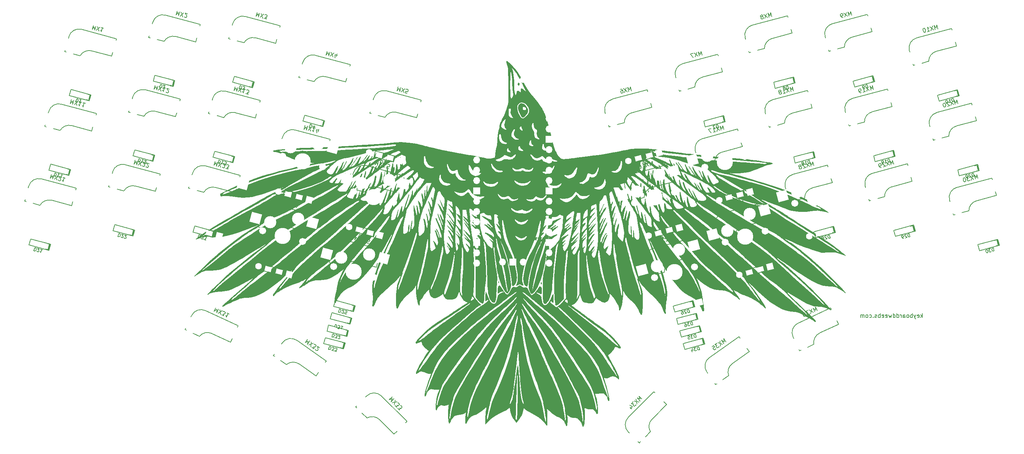
<source format=gbo>
G04 #@! TF.GenerationSoftware,KiCad,Pcbnew,(6.0.4)*
G04 #@! TF.CreationDate,2023-02-24T10:48:44-05:00*
G04 #@! TF.ProjectId,crowboard,63726f77-626f-4617-9264-2e6b69636164,rev?*
G04 #@! TF.SameCoordinates,Original*
G04 #@! TF.FileFunction,Legend,Bot*
G04 #@! TF.FilePolarity,Positive*
%FSLAX46Y46*%
G04 Gerber Fmt 4.6, Leading zero omitted, Abs format (unit mm)*
G04 Created by KiCad (PCBNEW (6.0.4)) date 2023-02-24 10:48:44*
%MOMM*%
%LPD*%
G01*
G04 APERTURE LIST*
G04 Aperture macros list*
%AMRotRect*
0 Rectangle, with rotation*
0 The origin of the aperture is its center*
0 $1 length*
0 $2 width*
0 $3 Rotation angle, in degrees counterclockwise*
0 Add horizontal line*
21,1,$1,$2,0,0,$3*%
G04 Aperture macros list end*
%ADD10C,0.150000*%
%ADD11C,0.300000*%
%ADD12RotRect,2.550000X2.500000X25.000000*%
%ADD13C,3.000000*%
%ADD14C,3.987800*%
%ADD15C,1.701800*%
%ADD16RotRect,2.550000X2.500000X35.000000*%
%ADD17RotRect,2.550000X2.500000X45.000000*%
%ADD18RotRect,2.550000X2.500000X315.000000*%
%ADD19RotRect,2.550000X2.500000X325.000000*%
%ADD20RotRect,2.550000X2.500000X335.000000*%
%ADD21RotRect,2.550000X2.500000X15.000000*%
%ADD22RotRect,2.550000X2.500000X345.000000*%
%ADD23RotRect,1.600000X1.200000X345.000000*%
%ADD24RotRect,1.600000X1.600000X345.000000*%
%ADD25C,1.600000*%
%ADD26RotRect,1.600000X1.200000X15.000000*%
%ADD27RotRect,1.600000X1.600000X15.000000*%
%ADD28O,1.700000X1.700000*%
%ADD29R,1.700000X1.700000*%
%ADD30O,1.800000X1.800000*%
%ADD31O,1.500000X1.500000*%
G04 APERTURE END LIST*
D10*
X249633428Y-108402380D02*
X249633428Y-107402380D01*
X249538190Y-108021428D02*
X249252476Y-108402380D01*
X249252476Y-107735714D02*
X249633428Y-108116666D01*
X248442952Y-108354761D02*
X248538190Y-108402380D01*
X248728666Y-108402380D01*
X248823904Y-108354761D01*
X248871523Y-108259523D01*
X248871523Y-107878571D01*
X248823904Y-107783333D01*
X248728666Y-107735714D01*
X248538190Y-107735714D01*
X248442952Y-107783333D01*
X248395333Y-107878571D01*
X248395333Y-107973809D01*
X248871523Y-108069047D01*
X248062000Y-107735714D02*
X247823904Y-108402380D01*
X247585809Y-107735714D02*
X247823904Y-108402380D01*
X247919142Y-108640476D01*
X247966761Y-108688095D01*
X248062000Y-108735714D01*
X247204857Y-108402380D02*
X247204857Y-107402380D01*
X247204857Y-107783333D02*
X247109619Y-107735714D01*
X246919142Y-107735714D01*
X246823904Y-107783333D01*
X246776285Y-107830952D01*
X246728666Y-107926190D01*
X246728666Y-108211904D01*
X246776285Y-108307142D01*
X246823904Y-108354761D01*
X246919142Y-108402380D01*
X247109619Y-108402380D01*
X247204857Y-108354761D01*
X246157238Y-108402380D02*
X246252476Y-108354761D01*
X246300095Y-108307142D01*
X246347714Y-108211904D01*
X246347714Y-107926190D01*
X246300095Y-107830952D01*
X246252476Y-107783333D01*
X246157238Y-107735714D01*
X246014380Y-107735714D01*
X245919142Y-107783333D01*
X245871523Y-107830952D01*
X245823904Y-107926190D01*
X245823904Y-108211904D01*
X245871523Y-108307142D01*
X245919142Y-108354761D01*
X246014380Y-108402380D01*
X246157238Y-108402380D01*
X244966761Y-108402380D02*
X244966761Y-107878571D01*
X245014380Y-107783333D01*
X245109619Y-107735714D01*
X245300095Y-107735714D01*
X245395333Y-107783333D01*
X244966761Y-108354761D02*
X245062000Y-108402380D01*
X245300095Y-108402380D01*
X245395333Y-108354761D01*
X245442952Y-108259523D01*
X245442952Y-108164285D01*
X245395333Y-108069047D01*
X245300095Y-108021428D01*
X245062000Y-108021428D01*
X244966761Y-107973809D01*
X244490571Y-108402380D02*
X244490571Y-107735714D01*
X244490571Y-107926190D02*
X244442952Y-107830952D01*
X244395333Y-107783333D01*
X244300095Y-107735714D01*
X244204857Y-107735714D01*
X243442952Y-108402380D02*
X243442952Y-107402380D01*
X243442952Y-108354761D02*
X243538190Y-108402380D01*
X243728666Y-108402380D01*
X243823904Y-108354761D01*
X243871523Y-108307142D01*
X243919142Y-108211904D01*
X243919142Y-107926190D01*
X243871523Y-107830952D01*
X243823904Y-107783333D01*
X243728666Y-107735714D01*
X243538190Y-107735714D01*
X243442952Y-107783333D01*
X242538190Y-108402380D02*
X242538190Y-107402380D01*
X242538190Y-108354761D02*
X242633428Y-108402380D01*
X242823904Y-108402380D01*
X242919142Y-108354761D01*
X242966761Y-108307142D01*
X243014380Y-108211904D01*
X243014380Y-107926190D01*
X242966761Y-107830952D01*
X242919142Y-107783333D01*
X242823904Y-107735714D01*
X242633428Y-107735714D01*
X242538190Y-107783333D01*
X242157238Y-107735714D02*
X241966761Y-108402380D01*
X241776285Y-107926190D01*
X241585809Y-108402380D01*
X241395333Y-107735714D01*
X240633428Y-108354761D02*
X240728666Y-108402380D01*
X240919142Y-108402380D01*
X241014380Y-108354761D01*
X241062000Y-108259523D01*
X241062000Y-107878571D01*
X241014380Y-107783333D01*
X240919142Y-107735714D01*
X240728666Y-107735714D01*
X240633428Y-107783333D01*
X240585809Y-107878571D01*
X240585809Y-107973809D01*
X241062000Y-108069047D01*
X239776285Y-108354761D02*
X239871523Y-108402380D01*
X240062000Y-108402380D01*
X240157238Y-108354761D01*
X240204857Y-108259523D01*
X240204857Y-107878571D01*
X240157238Y-107783333D01*
X240062000Y-107735714D01*
X239871523Y-107735714D01*
X239776285Y-107783333D01*
X239728666Y-107878571D01*
X239728666Y-107973809D01*
X240204857Y-108069047D01*
X239300095Y-108402380D02*
X239300095Y-107402380D01*
X239300095Y-107783333D02*
X239204857Y-107735714D01*
X239014380Y-107735714D01*
X238919142Y-107783333D01*
X238871523Y-107830952D01*
X238823904Y-107926190D01*
X238823904Y-108211904D01*
X238871523Y-108307142D01*
X238919142Y-108354761D01*
X239014380Y-108402380D01*
X239204857Y-108402380D01*
X239300095Y-108354761D01*
X238442952Y-108354761D02*
X238347714Y-108402380D01*
X238157238Y-108402380D01*
X238062000Y-108354761D01*
X238014380Y-108259523D01*
X238014380Y-108211904D01*
X238062000Y-108116666D01*
X238157238Y-108069047D01*
X238300095Y-108069047D01*
X238395333Y-108021428D01*
X238442952Y-107926190D01*
X238442952Y-107878571D01*
X238395333Y-107783333D01*
X238300095Y-107735714D01*
X238157238Y-107735714D01*
X238062000Y-107783333D01*
X237585809Y-108307142D02*
X237538190Y-108354761D01*
X237585809Y-108402380D01*
X237633428Y-108354761D01*
X237585809Y-108307142D01*
X237585809Y-108402380D01*
X236681047Y-108354761D02*
X236776285Y-108402380D01*
X236966761Y-108402380D01*
X237062000Y-108354761D01*
X237109619Y-108307142D01*
X237157238Y-108211904D01*
X237157238Y-107926190D01*
X237109619Y-107830952D01*
X237062000Y-107783333D01*
X236966761Y-107735714D01*
X236776285Y-107735714D01*
X236681047Y-107783333D01*
X236109619Y-108402380D02*
X236204857Y-108354761D01*
X236252476Y-108307142D01*
X236300095Y-108211904D01*
X236300095Y-107926190D01*
X236252476Y-107830952D01*
X236204857Y-107783333D01*
X236109619Y-107735714D01*
X235966761Y-107735714D01*
X235871523Y-107783333D01*
X235823904Y-107830952D01*
X235776285Y-107926190D01*
X235776285Y-108211904D01*
X235823904Y-108307142D01*
X235871523Y-108354761D01*
X235966761Y-108402380D01*
X236109619Y-108402380D01*
X235347714Y-108402380D02*
X235347714Y-107735714D01*
X235347714Y-107830952D02*
X235300095Y-107783333D01*
X235204857Y-107735714D01*
X235062000Y-107735714D01*
X234966761Y-107783333D01*
X234919142Y-107878571D01*
X234919142Y-108402380D01*
X234919142Y-107878571D02*
X234871523Y-107783333D01*
X234776285Y-107735714D01*
X234633428Y-107735714D01*
X234538190Y-107783333D01*
X234490571Y-107878571D01*
X234490571Y-108402380D01*
X223832869Y-106693122D02*
X223410251Y-105786814D01*
X223410018Y-106575049D01*
X222806046Y-106068559D01*
X223228664Y-106974867D01*
X222460785Y-106229557D02*
X222279198Y-107417610D01*
X221856580Y-106511302D02*
X222883404Y-107135865D01*
X221597635Y-106632050D02*
X221036587Y-106893671D01*
X221499687Y-107098059D01*
X221370215Y-107158433D01*
X221304025Y-107241840D01*
X221280992Y-107305122D01*
X221278084Y-107411561D01*
X221378707Y-107627349D01*
X221462114Y-107693539D01*
X221525396Y-107716572D01*
X221631836Y-107719480D01*
X221890781Y-107598732D01*
X221956971Y-107515325D01*
X221980004Y-107452043D01*
X220259752Y-107255916D02*
X220432382Y-107175417D01*
X220538822Y-107178325D01*
X220602104Y-107201358D01*
X220748793Y-107290581D01*
X220872449Y-107443086D01*
X221033447Y-107788346D01*
X221030539Y-107894786D01*
X221007506Y-107958068D01*
X220941316Y-108041475D01*
X220768685Y-108121974D01*
X220662246Y-108119066D01*
X220598964Y-108096033D01*
X220515557Y-108029843D01*
X220414933Y-107814055D01*
X220417841Y-107707615D01*
X220440874Y-107644333D01*
X220507065Y-107560926D01*
X220679695Y-107480428D01*
X220786134Y-107483336D01*
X220849417Y-107506369D01*
X220932823Y-107572559D01*
X201444614Y-114392852D02*
X200871038Y-113573700D01*
X201007685Y-114350001D01*
X200324937Y-113956084D01*
X200898513Y-114775237D01*
X200012879Y-114174590D02*
X200040354Y-115376126D01*
X199466777Y-114556974D02*
X200586455Y-114993742D01*
X199232734Y-114720853D02*
X198725640Y-115075924D01*
X199217196Y-115196790D01*
X199100174Y-115278729D01*
X199049473Y-115372363D01*
X199037779Y-115438683D01*
X199053398Y-115544011D01*
X199189964Y-115739047D01*
X199283597Y-115789749D01*
X199349918Y-115801443D01*
X199455245Y-115785824D01*
X199689289Y-115621945D01*
X199739990Y-115528311D01*
X199751684Y-115461991D01*
X197984502Y-115594874D02*
X198374575Y-115321743D01*
X198686714Y-115684502D01*
X198620393Y-115672808D01*
X198515065Y-115688427D01*
X198320029Y-115824993D01*
X198269328Y-115918626D01*
X198257634Y-115984947D01*
X198273253Y-116090274D01*
X198409819Y-116285311D01*
X198503452Y-116336012D01*
X198569773Y-116347706D01*
X198675100Y-116332087D01*
X198870137Y-116195521D01*
X198920838Y-116101887D01*
X198932532Y-116035567D01*
X180791990Y-128451120D02*
X180084883Y-127744014D01*
X180354257Y-128484792D01*
X179613479Y-128215418D01*
X180320585Y-128922525D01*
X179344105Y-128484792D02*
X179579807Y-129663303D01*
X178872700Y-128956197D02*
X180051211Y-129191899D01*
X178670670Y-129158227D02*
X178232937Y-129595960D01*
X178738013Y-129629632D01*
X178636998Y-129730647D01*
X178603326Y-129831662D01*
X178603326Y-129899006D01*
X178636998Y-130000021D01*
X178805357Y-130168380D01*
X178906372Y-130202051D01*
X178973715Y-130202051D01*
X179074731Y-130168380D01*
X179276761Y-129966349D01*
X179310433Y-129865334D01*
X179310433Y-129797990D01*
X177862548Y-130437754D02*
X178333952Y-130909158D01*
X177761532Y-130000021D02*
X178434967Y-130336738D01*
X177997235Y-130774471D01*
X119439826Y-127921355D02*
X118732720Y-128628462D01*
X119473498Y-128359088D01*
X119204124Y-129099866D01*
X119911231Y-128392760D01*
X119473498Y-129369240D02*
X120652009Y-129133538D01*
X119944903Y-129840645D02*
X120180605Y-128662134D01*
X120146933Y-130042675D02*
X120584666Y-130480408D01*
X120618338Y-129975332D01*
X120719353Y-130076347D01*
X120820368Y-130110019D01*
X120887712Y-130110019D01*
X120988727Y-130076347D01*
X121157086Y-129907988D01*
X121190757Y-129806973D01*
X121190757Y-129739630D01*
X121157086Y-129638614D01*
X120955055Y-129436584D01*
X120854040Y-129402912D01*
X120786696Y-129402912D01*
X120820368Y-130716110D02*
X121258101Y-131153843D01*
X121291773Y-130648767D01*
X121392788Y-130749782D01*
X121493803Y-130783454D01*
X121561147Y-130783454D01*
X121662162Y-130749782D01*
X121830521Y-130581423D01*
X121864192Y-130480408D01*
X121864192Y-130413065D01*
X121830521Y-130312049D01*
X121628490Y-130110019D01*
X121527475Y-130076347D01*
X121460131Y-130076347D01*
X98666388Y-113761713D02*
X98092811Y-114580865D01*
X98775559Y-114186948D01*
X98638913Y-114963249D01*
X99212489Y-114144097D01*
X98950971Y-115181754D02*
X100070648Y-114744987D01*
X99497072Y-115564139D02*
X99524547Y-114362602D01*
X99731115Y-115728018D02*
X100238209Y-116083089D01*
X100183664Y-115579839D01*
X100300686Y-115661778D01*
X100406013Y-115677397D01*
X100472334Y-115665703D01*
X100565967Y-115615002D01*
X100702533Y-115419966D01*
X100718152Y-115314638D01*
X100706458Y-115248318D01*
X100655757Y-115154684D01*
X100421713Y-114990805D01*
X100316386Y-114975186D01*
X100250065Y-114986880D01*
X100604894Y-116223580D02*
X100616588Y-116289900D01*
X100667289Y-116383534D01*
X100862325Y-116520099D01*
X100967653Y-116535718D01*
X101033973Y-116524024D01*
X101127607Y-116473323D01*
X101182233Y-116395309D01*
X101225165Y-116250974D01*
X101084837Y-115455129D01*
X101591931Y-115810200D01*
X76141552Y-105983127D02*
X75718934Y-106889435D01*
X76322906Y-106382945D01*
X76323139Y-107171180D01*
X76745757Y-106264873D01*
X76668399Y-107332178D02*
X77695222Y-106707615D01*
X77272604Y-107613923D02*
X77091017Y-106425870D01*
X77531549Y-107734671D02*
X78092597Y-107996292D01*
X77951492Y-107510159D01*
X78080964Y-107570533D01*
X78187404Y-107567625D01*
X78250686Y-107544592D01*
X78334093Y-107478402D01*
X78434716Y-107262614D01*
X78431808Y-107156175D01*
X78408775Y-107092892D01*
X78342585Y-107009486D01*
X78083640Y-106888738D01*
X77977200Y-106891646D01*
X77913918Y-106914679D01*
X79378365Y-107492478D02*
X78860475Y-107250982D01*
X79119420Y-107371730D02*
X78696802Y-108278038D01*
X78670861Y-108108316D01*
X78624795Y-107981751D01*
X78558605Y-107898344D01*
X263316932Y-74120160D02*
X263058113Y-73154235D01*
X262921008Y-73930455D01*
X262414162Y-73326781D01*
X262672981Y-74292706D01*
X262046190Y-73425378D02*
X261661059Y-74563850D01*
X261402240Y-73597924D02*
X262305009Y-74391304D01*
X261126261Y-73671873D02*
X260528307Y-73832094D01*
X260948880Y-74113793D01*
X260810890Y-74150767D01*
X260731222Y-74221413D01*
X260697550Y-74279734D01*
X260676203Y-74384052D01*
X260737827Y-74614034D01*
X260808473Y-74693702D01*
X260866794Y-74727374D01*
X260971112Y-74748721D01*
X261247091Y-74674773D01*
X261326759Y-74604127D01*
X261360431Y-74545806D01*
X259930353Y-73992315D02*
X259838360Y-74016965D01*
X259758692Y-74087611D01*
X259725020Y-74145932D01*
X259703673Y-74250249D01*
X259706975Y-74446560D01*
X259768599Y-74676542D01*
X259863894Y-74848204D01*
X259934540Y-74927872D01*
X259992861Y-74961544D01*
X260097179Y-74982891D01*
X260189172Y-74958241D01*
X260268840Y-74887595D01*
X260302512Y-74829274D01*
X260323859Y-74724956D01*
X260320556Y-74528646D01*
X260258933Y-74298663D01*
X260163637Y-74127002D01*
X260092992Y-74047334D01*
X260034670Y-74013662D01*
X259930353Y-73992315D01*
X242601898Y-70631481D02*
X242343079Y-69665556D01*
X242205974Y-70441776D01*
X241699128Y-69838102D01*
X241957947Y-70804027D01*
X241331156Y-69936699D02*
X240946025Y-71075171D01*
X240687206Y-70109245D02*
X241589975Y-70902625D01*
X240389880Y-70287511D02*
X240331559Y-70253840D01*
X240227241Y-70232493D01*
X239997259Y-70294116D01*
X239917590Y-70364762D01*
X239883919Y-70423083D01*
X239862572Y-70527401D01*
X239887221Y-70619394D01*
X239970192Y-70745059D01*
X240670046Y-71149120D01*
X240072092Y-71309341D01*
X239612127Y-71432588D02*
X239428141Y-71481887D01*
X239323824Y-71460540D01*
X239265502Y-71426868D01*
X239136535Y-71313528D01*
X239041240Y-71141867D01*
X238942642Y-70773895D01*
X238963989Y-70669578D01*
X238997661Y-70611256D01*
X239077329Y-70540610D01*
X239261315Y-70491312D01*
X239365633Y-70512659D01*
X239423954Y-70546330D01*
X239494600Y-70625999D01*
X239556224Y-70855981D01*
X239534877Y-70960299D01*
X239501205Y-71018620D01*
X239421537Y-71089266D01*
X239237551Y-71138565D01*
X239133233Y-71117218D01*
X239074912Y-71083546D01*
X239004266Y-71003878D01*
X222968385Y-70961762D02*
X222709566Y-69995837D01*
X222572461Y-70772057D01*
X222065615Y-70168383D01*
X222324434Y-71134308D01*
X221697643Y-70266980D02*
X221312512Y-71405452D01*
X221053693Y-70439526D02*
X221956462Y-71232906D01*
X220756367Y-70617792D02*
X220698046Y-70584121D01*
X220593728Y-70562774D01*
X220363746Y-70624397D01*
X220284077Y-70695043D01*
X220250406Y-70753364D01*
X220229059Y-70857682D01*
X220253708Y-70949675D01*
X220336679Y-71075340D01*
X221036533Y-71479401D01*
X220438579Y-71639622D01*
X219738725Y-71235561D02*
X219818393Y-71164915D01*
X219852065Y-71106594D01*
X219873412Y-71002276D01*
X219861087Y-70956280D01*
X219790441Y-70876611D01*
X219732120Y-70842940D01*
X219627802Y-70821593D01*
X219443816Y-70870891D01*
X219364148Y-70941537D01*
X219330476Y-70999859D01*
X219309129Y-71104176D01*
X219321454Y-71150173D01*
X219392100Y-71229841D01*
X219450421Y-71263513D01*
X219554739Y-71284860D01*
X219738725Y-71235561D01*
X219843042Y-71256908D01*
X219901364Y-71290580D01*
X219972009Y-71370248D01*
X220021308Y-71554234D01*
X219999961Y-71658551D01*
X219966289Y-71716873D01*
X219886621Y-71787518D01*
X219702635Y-71836817D01*
X219598318Y-71815470D01*
X219539997Y-71781799D01*
X219469351Y-71702130D01*
X219420052Y-71518144D01*
X219441399Y-71413827D01*
X219475071Y-71355506D01*
X219554739Y-71284860D01*
X205800124Y-80492487D02*
X205541305Y-79526562D01*
X205404200Y-80302782D01*
X204897354Y-79699108D01*
X205156173Y-80665033D01*
X204529382Y-79797705D02*
X204144251Y-80936177D01*
X203885432Y-79970251D02*
X204788201Y-80763631D01*
X203588106Y-80148517D02*
X203529785Y-80114846D01*
X203425467Y-80093499D01*
X203195485Y-80155122D01*
X203115816Y-80225768D01*
X203082145Y-80284089D01*
X203060798Y-80388407D01*
X203085447Y-80480400D01*
X203168418Y-80606065D01*
X203868272Y-81010126D01*
X203270318Y-81170347D01*
X202689524Y-80290694D02*
X202045573Y-80463240D01*
X202718360Y-81318243D01*
X188480758Y-89241949D02*
X188221939Y-88276024D01*
X188084834Y-89052244D01*
X187577988Y-88448570D01*
X187836807Y-89414495D01*
X187210016Y-88547167D02*
X186824885Y-89685639D01*
X186566066Y-88719713D02*
X187468835Y-89513093D01*
X186268740Y-88897979D02*
X186210419Y-88864308D01*
X186106101Y-88842961D01*
X185876119Y-88904584D01*
X185796450Y-88975230D01*
X185762779Y-89033551D01*
X185741432Y-89137869D01*
X185766081Y-89229862D01*
X185849052Y-89355527D01*
X186548906Y-89759588D01*
X185950952Y-89919809D01*
X184864196Y-89175728D02*
X185048182Y-89126429D01*
X185152500Y-89147776D01*
X185210821Y-89181448D01*
X185339788Y-89294788D01*
X185435084Y-89466449D01*
X185533681Y-89834421D01*
X185512334Y-89938738D01*
X185478662Y-89997060D01*
X185398994Y-90067705D01*
X185215008Y-90117004D01*
X185110691Y-90095657D01*
X185052370Y-90061986D01*
X184981724Y-89982317D01*
X184920100Y-89752335D01*
X184941447Y-89648017D01*
X184975119Y-89589696D01*
X185054787Y-89519050D01*
X185238773Y-89469751D01*
X185343091Y-89491098D01*
X185401412Y-89524770D01*
X185472058Y-89604438D01*
X110524427Y-88258019D02*
X110265608Y-89223944D01*
X110772454Y-88620270D01*
X110909558Y-89396490D01*
X111168378Y-88430565D01*
X111277530Y-89495088D02*
X112180300Y-88701708D01*
X111921481Y-89667634D02*
X111536349Y-88529162D01*
X112268106Y-89661914D02*
X112301777Y-89720235D01*
X112381445Y-89790881D01*
X112611428Y-89852505D01*
X112715745Y-89831158D01*
X112774067Y-89797486D01*
X112844713Y-89717818D01*
X112869362Y-89625825D01*
X112860340Y-89475511D01*
X112456279Y-88775657D01*
X113054233Y-88935878D01*
X113669347Y-90135973D02*
X113209382Y-90012726D01*
X113286633Y-89540437D01*
X113320304Y-89598758D01*
X113399973Y-89669404D01*
X113629955Y-89731027D01*
X113734273Y-89709680D01*
X113792594Y-89676009D01*
X113863240Y-89596340D01*
X113924863Y-89366358D01*
X113903516Y-89262040D01*
X113869844Y-89203719D01*
X113790176Y-89133073D01*
X113560194Y-89071450D01*
X113455876Y-89092797D01*
X113397555Y-89126469D01*
X93096395Y-79479440D02*
X92837576Y-80445365D01*
X93344422Y-79841691D01*
X93481526Y-80617911D01*
X93740346Y-79651986D01*
X93849498Y-80716509D02*
X94752268Y-79923129D01*
X94493449Y-80889055D02*
X94108317Y-79750583D01*
X94840074Y-80883335D02*
X94873745Y-80941656D01*
X94953413Y-81012302D01*
X95183396Y-81073926D01*
X95287713Y-81052579D01*
X95346035Y-81018907D01*
X95416681Y-80939239D01*
X95441330Y-80847246D01*
X95432308Y-80696932D01*
X95028247Y-79997078D01*
X95626201Y-80157299D01*
X96281591Y-81023094D02*
X96454137Y-80379144D01*
X95953011Y-81329443D02*
X95907899Y-80577872D01*
X96505854Y-80738093D01*
X75928134Y-69948715D02*
X75669315Y-70914640D01*
X76176161Y-70310966D01*
X76313265Y-71087186D01*
X76572085Y-70121261D01*
X76681237Y-71185784D02*
X77584007Y-70392404D01*
X77325188Y-71358330D02*
X76940056Y-70219858D01*
X77671813Y-71352610D02*
X77705484Y-71410931D01*
X77785152Y-71481577D01*
X78015135Y-71543201D01*
X78119452Y-71521854D01*
X78177774Y-71488182D01*
X78248420Y-71408514D01*
X78273069Y-71316521D01*
X78264047Y-71166207D01*
X77859986Y-70466353D01*
X78457940Y-70626574D01*
X78521096Y-71678773D02*
X79119050Y-71838994D01*
X78895672Y-71384749D01*
X79033662Y-71421723D01*
X79137980Y-71400376D01*
X79196301Y-71366705D01*
X79266947Y-71287036D01*
X79328570Y-71057054D01*
X79307223Y-70952736D01*
X79273551Y-70894415D01*
X79193883Y-70823769D01*
X78917904Y-70749821D01*
X78813587Y-70771168D01*
X78755266Y-70804840D01*
X56294621Y-69618434D02*
X56035802Y-70584359D01*
X56542648Y-69980685D01*
X56679752Y-70756905D01*
X56938572Y-69790980D01*
X57047724Y-70855503D02*
X57950494Y-70062123D01*
X57691675Y-71028049D02*
X57306543Y-69889577D01*
X58038300Y-71022329D02*
X58071971Y-71080650D01*
X58151639Y-71151296D01*
X58381622Y-71212920D01*
X58485939Y-71191573D01*
X58544261Y-71157901D01*
X58614907Y-71078233D01*
X58639556Y-70986240D01*
X58630534Y-70835926D01*
X58226473Y-70136072D01*
X58824427Y-70296293D01*
X58958229Y-71268824D02*
X58991901Y-71327145D01*
X59071569Y-71397791D01*
X59301551Y-71459414D01*
X59405869Y-71438067D01*
X59464190Y-71404395D01*
X59534836Y-71324727D01*
X59559485Y-71232734D01*
X59550463Y-71082420D01*
X59146402Y-70382566D01*
X59744356Y-70542787D01*
X35688254Y-73136230D02*
X35429435Y-74102155D01*
X35936281Y-73498481D01*
X36073385Y-74274701D01*
X36332205Y-73308776D01*
X36441357Y-74373299D02*
X37344127Y-73579919D01*
X37085308Y-74545845D02*
X36700176Y-73407373D01*
X37431933Y-74540125D02*
X37465604Y-74598446D01*
X37545272Y-74669092D01*
X37775255Y-74730716D01*
X37879572Y-74709369D01*
X37937894Y-74675697D01*
X38008540Y-74596029D01*
X38033189Y-74504036D01*
X38024167Y-74353722D01*
X37620106Y-73653868D01*
X38218060Y-73814089D01*
X39137989Y-74060583D02*
X38586031Y-73912687D01*
X38862010Y-73986635D02*
X38603191Y-74952561D01*
X38548172Y-74789922D01*
X38480829Y-74673280D01*
X38401161Y-74602634D01*
X258386429Y-55719273D02*
X258127610Y-54753348D01*
X257990505Y-55529568D01*
X257483659Y-54925894D01*
X257742478Y-55891819D01*
X257115687Y-55024491D02*
X256730556Y-56162963D01*
X256471737Y-55197037D02*
X257374506Y-55990417D01*
X256174411Y-55375303D02*
X256116090Y-55341632D01*
X256011772Y-55320285D01*
X255781790Y-55381908D01*
X255702121Y-55452554D01*
X255668450Y-55510875D01*
X255647103Y-55615193D01*
X255671752Y-55707186D01*
X255754723Y-55832851D01*
X256454577Y-56236912D01*
X255856623Y-56397133D01*
X254999850Y-55591428D02*
X254907857Y-55616078D01*
X254828189Y-55686724D01*
X254794517Y-55745045D01*
X254773170Y-55849362D01*
X254776472Y-56045673D01*
X254838096Y-56275655D01*
X254933391Y-56447317D01*
X255004037Y-56526985D01*
X255062358Y-56560657D01*
X255166676Y-56582004D01*
X255258669Y-56557354D01*
X255338337Y-56486708D01*
X255372009Y-56428387D01*
X255393356Y-56324069D01*
X255390053Y-56127759D01*
X255328430Y-55897776D01*
X255233134Y-55726115D01*
X255162489Y-55646447D01*
X255104167Y-55612775D01*
X254999850Y-55591428D01*
X237671395Y-52230594D02*
X237412576Y-51264669D01*
X237275471Y-52040889D01*
X236768625Y-51437215D01*
X237027444Y-52403140D01*
X236400653Y-51535812D02*
X236015522Y-52674284D01*
X235756703Y-51708358D02*
X236659472Y-52501738D01*
X235141589Y-52908454D02*
X235693546Y-52760557D01*
X235417568Y-52834506D02*
X235158749Y-51868580D01*
X235287716Y-51981920D01*
X235404358Y-52049263D01*
X235508676Y-52070610D01*
X234681624Y-53031701D02*
X234497638Y-53081000D01*
X234393321Y-53059653D01*
X234334999Y-53025981D01*
X234206032Y-52912641D01*
X234110737Y-52740980D01*
X234012139Y-52373008D01*
X234033486Y-52268691D01*
X234067158Y-52210369D01*
X234146826Y-52139723D01*
X234330812Y-52090425D01*
X234435130Y-52111772D01*
X234493451Y-52145443D01*
X234564097Y-52225112D01*
X234625721Y-52455094D01*
X234604374Y-52559412D01*
X234570702Y-52617733D01*
X234491034Y-52688379D01*
X234307048Y-52737678D01*
X234202730Y-52716331D01*
X234144409Y-52682659D01*
X234073763Y-52602991D01*
X218037882Y-52560875D02*
X217779063Y-51594950D01*
X217641958Y-52371170D01*
X217135112Y-51767496D01*
X217393931Y-52733421D01*
X216767140Y-51866093D02*
X216382009Y-53004565D01*
X216123190Y-52038639D02*
X217025959Y-52832019D01*
X215508076Y-53238735D02*
X216060033Y-53090838D01*
X215784055Y-53164787D02*
X215525236Y-52198861D01*
X215654203Y-52312201D01*
X215770845Y-52379544D01*
X215875163Y-52400891D01*
X214808222Y-52834674D02*
X214887890Y-52764028D01*
X214921562Y-52705707D01*
X214942909Y-52601389D01*
X214930584Y-52555393D01*
X214859938Y-52475724D01*
X214801617Y-52442053D01*
X214697299Y-52420706D01*
X214513313Y-52470004D01*
X214433645Y-52540650D01*
X214399973Y-52598972D01*
X214378626Y-52703289D01*
X214390951Y-52749286D01*
X214461597Y-52828954D01*
X214519918Y-52862626D01*
X214624236Y-52883973D01*
X214808222Y-52834674D01*
X214912539Y-52856021D01*
X214970861Y-52889693D01*
X215041506Y-52969361D01*
X215090805Y-53153347D01*
X215069458Y-53257664D01*
X215035786Y-53315986D01*
X214956118Y-53386631D01*
X214772132Y-53435930D01*
X214667815Y-53414583D01*
X214609494Y-53380912D01*
X214538848Y-53301243D01*
X214489549Y-53117257D01*
X214510896Y-53012940D01*
X214544568Y-52954619D01*
X214624236Y-52883973D01*
X200869621Y-62091600D02*
X200610802Y-61125675D01*
X200473697Y-61901895D01*
X199966851Y-61298221D01*
X200225670Y-62264146D01*
X199598879Y-61396818D02*
X199213748Y-62535290D01*
X198954929Y-61569364D02*
X199857698Y-62362744D01*
X198339815Y-62769460D02*
X198891772Y-62621563D01*
X198615794Y-62695512D02*
X198356975Y-61729586D01*
X198485942Y-61842926D01*
X198602584Y-61910269D01*
X198706902Y-61931616D01*
X197759021Y-61889807D02*
X197115070Y-62062353D01*
X197787857Y-62917356D01*
X183550255Y-70841062D02*
X183291436Y-69875137D01*
X183154331Y-70651357D01*
X182647485Y-70047683D01*
X182906304Y-71013608D01*
X182279513Y-70146280D02*
X181894382Y-71284752D01*
X181635563Y-70318826D02*
X182538332Y-71112206D01*
X181020449Y-71518922D02*
X181572406Y-71371025D01*
X181296428Y-71444974D02*
X181037609Y-70479048D01*
X181166576Y-70592388D01*
X181283218Y-70659731D01*
X181387536Y-70681078D01*
X179933693Y-70774841D02*
X180117679Y-70725542D01*
X180221997Y-70746889D01*
X180280318Y-70780561D01*
X180409285Y-70893901D01*
X180504581Y-71065562D01*
X180603178Y-71433534D01*
X180581831Y-71537851D01*
X180548159Y-71596173D01*
X180468491Y-71666818D01*
X180284505Y-71716117D01*
X180180188Y-71694770D01*
X180121867Y-71661099D01*
X180051221Y-71581430D01*
X179989597Y-71351448D01*
X180010944Y-71247130D01*
X180044616Y-71188809D01*
X180124284Y-71118163D01*
X180308270Y-71068864D01*
X180412588Y-71090211D01*
X180470909Y-71123883D01*
X180541555Y-71203551D01*
X115454930Y-69857132D02*
X115196111Y-70823057D01*
X115702957Y-70219383D01*
X115840061Y-70995603D01*
X116098881Y-70029678D01*
X116208033Y-71094201D02*
X117110803Y-70300821D01*
X116851984Y-71266747D02*
X116466852Y-70128275D01*
X117984736Y-70534991D02*
X117432778Y-70387094D01*
X117708757Y-70461043D02*
X117449938Y-71426968D01*
X117394919Y-71264330D01*
X117327576Y-71147687D01*
X117247907Y-71077041D01*
X118599850Y-71735086D02*
X118139885Y-71611839D01*
X118217136Y-71139550D01*
X118250807Y-71197871D01*
X118330476Y-71268517D01*
X118560458Y-71330140D01*
X118664776Y-71308793D01*
X118723097Y-71275122D01*
X118793743Y-71195453D01*
X118855366Y-70965471D01*
X118834019Y-70861153D01*
X118800347Y-70802832D01*
X118720679Y-70732186D01*
X118490697Y-70670563D01*
X118386379Y-70691910D01*
X118328058Y-70725582D01*
X98026898Y-61078553D02*
X97768079Y-62044478D01*
X98274925Y-61440804D01*
X98412029Y-62217024D01*
X98670849Y-61251099D01*
X98780001Y-62315622D02*
X99682771Y-61522242D01*
X99423952Y-62488168D02*
X99038820Y-61349696D01*
X100556704Y-61756412D02*
X100004746Y-61608515D01*
X100280725Y-61682464D02*
X100021906Y-62648389D01*
X99966887Y-62485751D01*
X99899544Y-62369108D01*
X99819875Y-62298462D01*
X101212094Y-62622207D02*
X101384640Y-61978257D01*
X100883514Y-62928556D02*
X100838402Y-62176985D01*
X101436357Y-62337206D01*
X80858637Y-51547828D02*
X80599818Y-52513753D01*
X81106664Y-51910079D01*
X81243768Y-52686299D01*
X81502588Y-51720374D01*
X81611740Y-52784897D02*
X82514510Y-51991517D01*
X82255691Y-52957443D02*
X81870559Y-51818971D01*
X83388443Y-52225687D02*
X82836485Y-52077790D01*
X83112464Y-52151739D02*
X82853645Y-53117664D01*
X82798626Y-52955026D01*
X82731283Y-52838383D01*
X82651614Y-52767737D01*
X83451599Y-53277886D02*
X84049553Y-53438107D01*
X83826175Y-52983862D01*
X83964165Y-53020836D01*
X84068483Y-52999489D01*
X84126804Y-52965818D01*
X84197450Y-52886149D01*
X84259073Y-52656167D01*
X84237726Y-52551849D01*
X84204054Y-52493528D01*
X84124386Y-52422882D01*
X83848407Y-52348934D01*
X83744090Y-52370281D01*
X83685769Y-52403953D01*
X61225124Y-51217547D02*
X60966305Y-52183472D01*
X61473151Y-51579798D01*
X61610255Y-52356018D01*
X61869075Y-51390093D01*
X61978227Y-52454616D02*
X62880997Y-51661236D01*
X62622178Y-52627162D02*
X62237046Y-51488690D01*
X63754930Y-51895406D02*
X63202972Y-51747509D01*
X63478951Y-51821458D02*
X63220132Y-52787383D01*
X63165113Y-52624745D01*
X63097770Y-52508102D01*
X63018101Y-52437456D01*
X63888732Y-52867937D02*
X63922404Y-52926258D01*
X64002072Y-52996904D01*
X64232054Y-53058527D01*
X64336372Y-53037180D01*
X64394693Y-53003508D01*
X64465339Y-52923840D01*
X64489988Y-52831847D01*
X64480966Y-52681533D01*
X64076905Y-51981679D01*
X64674859Y-52141900D01*
X40618756Y-54735343D02*
X40359937Y-55701268D01*
X40866783Y-55097594D01*
X41003887Y-55873814D01*
X41262707Y-54907889D01*
X41371859Y-55972412D02*
X42274629Y-55179032D01*
X42015810Y-56144958D02*
X41630678Y-55006486D01*
X43148562Y-55413202D02*
X42596604Y-55265305D01*
X42872583Y-55339254D02*
X42613764Y-56305179D01*
X42558745Y-56142541D01*
X42491402Y-56025898D01*
X42411733Y-55955252D01*
X44068491Y-55659696D02*
X43516533Y-55511800D01*
X43792512Y-55585748D02*
X43533693Y-56551674D01*
X43478674Y-56389035D01*
X43411331Y-56272393D01*
X43331663Y-56201747D01*
X253455926Y-37318386D02*
X253197107Y-36352461D01*
X253060002Y-37128681D01*
X252553156Y-36525007D01*
X252811975Y-37490932D01*
X252185184Y-36623604D02*
X251800053Y-37762076D01*
X251541234Y-36796150D02*
X252444003Y-37589530D01*
X250926120Y-37996246D02*
X251478077Y-37848349D01*
X251202099Y-37922298D02*
X250943280Y-36956372D01*
X251072247Y-37069712D01*
X251188889Y-37137055D01*
X251293207Y-37158402D01*
X250069347Y-37190541D02*
X249977354Y-37215191D01*
X249897686Y-37285837D01*
X249864014Y-37344158D01*
X249842667Y-37448475D01*
X249845969Y-37644786D01*
X249907593Y-37874768D01*
X250002888Y-38046430D01*
X250073534Y-38126098D01*
X250131855Y-38159770D01*
X250236173Y-38181117D01*
X250328166Y-38156467D01*
X250407834Y-38085821D01*
X250441506Y-38027500D01*
X250462853Y-37923182D01*
X250459550Y-37726872D01*
X250397927Y-37496889D01*
X250302631Y-37325228D01*
X250231986Y-37245560D01*
X250173664Y-37211888D01*
X250069347Y-37190541D01*
X232280927Y-33952955D02*
X232022108Y-32987029D01*
X231885003Y-33763249D01*
X231378157Y-33159575D01*
X231636976Y-34125501D01*
X231010186Y-33258173D02*
X230625054Y-34396644D01*
X230366235Y-33430719D02*
X231269005Y-34224098D01*
X230211086Y-34507567D02*
X230027100Y-34556866D01*
X229922782Y-34535519D01*
X229864461Y-34501847D01*
X229735494Y-34388507D01*
X229640199Y-34216846D01*
X229541601Y-33848874D01*
X229562948Y-33744556D01*
X229596620Y-33686235D01*
X229676288Y-33615589D01*
X229860274Y-33566290D01*
X229964592Y-33587637D01*
X230022913Y-33621309D01*
X230093559Y-33700977D01*
X230155182Y-33930960D01*
X230133835Y-34035277D01*
X230100163Y-34093599D01*
X230020495Y-34164245D01*
X229836509Y-34213543D01*
X229732192Y-34192196D01*
X229673871Y-34158525D01*
X229603225Y-34078856D01*
X212647414Y-34283236D02*
X212388595Y-33317310D01*
X212251490Y-34093530D01*
X211744644Y-33489856D01*
X212003463Y-34455782D01*
X211376673Y-33588454D02*
X210991541Y-34726925D01*
X210732722Y-33761000D02*
X211635492Y-34554379D01*
X210337683Y-34310540D02*
X210417352Y-34239894D01*
X210451023Y-34181573D01*
X210472370Y-34077255D01*
X210460046Y-34031258D01*
X210389400Y-33951590D01*
X210331079Y-33917918D01*
X210226761Y-33896571D01*
X210042775Y-33945870D01*
X209963107Y-34016516D01*
X209929435Y-34074837D01*
X209908088Y-34179155D01*
X209920413Y-34225152D01*
X209991059Y-34304820D01*
X210049380Y-34338491D01*
X210153697Y-34359839D01*
X210337683Y-34310540D01*
X210442001Y-34331887D01*
X210500322Y-34365558D01*
X210570968Y-34445227D01*
X210620267Y-34629213D01*
X210598920Y-34733530D01*
X210565248Y-34791851D01*
X210485580Y-34862497D01*
X210301594Y-34911796D01*
X210197276Y-34890449D01*
X210138955Y-34856777D01*
X210068309Y-34777109D01*
X210019010Y-34593123D01*
X210040358Y-34488806D01*
X210074029Y-34430484D01*
X210153697Y-34359839D01*
X195533486Y-43799402D02*
X195274667Y-42833476D01*
X195137562Y-43609696D01*
X194630716Y-43006022D01*
X194889535Y-43971948D01*
X194262745Y-43104620D02*
X193877613Y-44243091D01*
X193618794Y-43277166D02*
X194521564Y-44070545D01*
X193342815Y-43351114D02*
X192698865Y-43523660D01*
X193371652Y-44378663D01*
X178214121Y-52548865D02*
X177955302Y-51582939D01*
X177818197Y-52359159D01*
X177311351Y-51755485D01*
X177570170Y-52721411D01*
X176943380Y-51854083D02*
X176558248Y-52992554D01*
X176299429Y-52026629D02*
X177202199Y-52820008D01*
X175517489Y-52236149D02*
X175701475Y-52186850D01*
X175805793Y-52208197D01*
X175864114Y-52241869D01*
X175993081Y-52355209D01*
X176088376Y-52526870D01*
X176186974Y-52894842D01*
X176165627Y-52999159D01*
X176131955Y-53057480D01*
X176052287Y-53128126D01*
X175868301Y-53177425D01*
X175763983Y-53156078D01*
X175705662Y-53122406D01*
X175635016Y-53042738D01*
X175573393Y-52812756D01*
X175594740Y-52708438D01*
X175628412Y-52650117D01*
X175708080Y-52579471D01*
X175892066Y-52530172D01*
X175996383Y-52551519D01*
X176054704Y-52585191D01*
X176125350Y-52664859D01*
X120899731Y-51594051D02*
X120640912Y-52559977D01*
X121147758Y-51956303D01*
X121284862Y-52732523D01*
X121543681Y-51766597D01*
X121652834Y-52831120D02*
X122555604Y-52037741D01*
X122296784Y-53003666D02*
X121911653Y-51865194D01*
X123124721Y-53225511D02*
X122664756Y-53102264D01*
X122742007Y-52629975D01*
X122775679Y-52688296D01*
X122855347Y-52758942D01*
X123085329Y-52820565D01*
X123189647Y-52799218D01*
X123247968Y-52765547D01*
X123318614Y-52685878D01*
X123380238Y-52455896D01*
X123358891Y-52351578D01*
X123325219Y-52293257D01*
X123245551Y-52222611D01*
X123015568Y-52160988D01*
X122911251Y-52182335D01*
X122852929Y-52216006D01*
X103471699Y-42815471D02*
X103212880Y-43781397D01*
X103719726Y-43177723D01*
X103856830Y-43953943D01*
X104115649Y-42988017D01*
X104224802Y-44052540D02*
X105127572Y-43259161D01*
X104868752Y-44225086D02*
X104483621Y-43086614D01*
X105736965Y-44112631D02*
X105909511Y-43468681D01*
X105408385Y-44418979D02*
X105363274Y-43667409D01*
X105961228Y-43827630D01*
X86249104Y-33270188D02*
X85990285Y-34236114D01*
X86497131Y-33632440D01*
X86634235Y-34408660D01*
X86893054Y-33442734D01*
X87002207Y-34507257D02*
X87904977Y-33713878D01*
X87646157Y-34679803D02*
X87261026Y-33541331D01*
X87922136Y-34753752D02*
X88520090Y-34913973D01*
X88296713Y-34459728D01*
X88434702Y-34496702D01*
X88539020Y-34475355D01*
X88597341Y-34441684D01*
X88667987Y-34362015D01*
X88729611Y-34132033D01*
X88708264Y-34027715D01*
X88674592Y-33969394D01*
X88594924Y-33898748D01*
X88318945Y-33824800D01*
X88214627Y-33846147D01*
X88156306Y-33879819D01*
X66615592Y-32939907D02*
X66356773Y-33905833D01*
X66863619Y-33302159D01*
X67000723Y-34078379D01*
X67259542Y-33112453D01*
X67368695Y-34176976D02*
X68271465Y-33383597D01*
X68012645Y-34349522D02*
X67627514Y-33211050D01*
X68359270Y-34343802D02*
X68392942Y-34402124D01*
X68472610Y-34472769D01*
X68702592Y-34534393D01*
X68806910Y-34513046D01*
X68865231Y-34479374D01*
X68935877Y-34399706D01*
X68960527Y-34307713D01*
X68951504Y-34157399D01*
X68547443Y-33457545D01*
X69145397Y-33617766D01*
X46009224Y-36457703D02*
X45750405Y-37423629D01*
X46257251Y-36819955D01*
X46394355Y-37596175D01*
X46653174Y-36630249D01*
X46762327Y-37694772D02*
X47665097Y-36901393D01*
X47406277Y-37867318D02*
X47021146Y-36728846D01*
X48539029Y-37135562D02*
X47987072Y-36987666D01*
X48263051Y-37061614D02*
X48004232Y-38027540D01*
X47949213Y-37864901D01*
X47881869Y-37748258D01*
X47802201Y-37677613D01*
X36575635Y-72780505D02*
X36368580Y-73553246D01*
X36552566Y-73602545D01*
X36672817Y-73595327D01*
X36766131Y-73541452D01*
X36822648Y-73477717D01*
X36898884Y-73340388D01*
X36928464Y-73229997D01*
X36931105Y-73072949D01*
X36914028Y-72989494D01*
X36860153Y-72896180D01*
X36759621Y-72829804D01*
X36575635Y-72780505D01*
X37753145Y-73096018D02*
X37311579Y-72977701D01*
X37532362Y-73036859D02*
X37325307Y-73809600D01*
X37281292Y-73679489D01*
X37227417Y-73586175D01*
X37163682Y-73529658D01*
X38489088Y-73293213D02*
X38047522Y-73174896D01*
X38268305Y-73234055D02*
X38061250Y-74006795D01*
X38017235Y-73876684D01*
X37963360Y-73783370D01*
X37899626Y-73726854D01*
X199627032Y-61643719D02*
X199419976Y-60870979D01*
X199235990Y-60920277D01*
X199135459Y-60986654D01*
X199081584Y-61079968D01*
X199064506Y-61163422D01*
X199067148Y-61320470D01*
X199096727Y-61430862D01*
X199172964Y-61568191D01*
X199229480Y-61631925D01*
X199322794Y-61685800D01*
X199443046Y-61693018D01*
X199627032Y-61643719D01*
X198720830Y-61058314D02*
X198205670Y-61196351D01*
X198743899Y-61880354D01*
X262387980Y-73588239D02*
X262180925Y-72815499D01*
X261996939Y-72864798D01*
X261896407Y-72931174D01*
X261842533Y-73024488D01*
X261825455Y-73107942D01*
X261828097Y-73264991D01*
X261857676Y-73375382D01*
X261933913Y-73512711D01*
X261990429Y-73576446D01*
X262083743Y-73630320D01*
X262203994Y-73637538D01*
X262387980Y-73588239D01*
X261464701Y-73086289D02*
X261418044Y-73059351D01*
X261334590Y-73042274D01*
X261150604Y-73091572D01*
X261086870Y-73148089D01*
X261059932Y-73194746D01*
X261042855Y-73278200D01*
X261062574Y-73351795D01*
X261128951Y-73452326D01*
X261688834Y-73775575D01*
X261210471Y-73903752D01*
X260525052Y-73259189D02*
X260451458Y-73278908D01*
X260387723Y-73335425D01*
X260360786Y-73382082D01*
X260343708Y-73465536D01*
X260346350Y-73622584D01*
X260395649Y-73806570D01*
X260471885Y-73943899D01*
X260528402Y-74007634D01*
X260575059Y-74034571D01*
X260658513Y-74051649D01*
X260732107Y-74031929D01*
X260795842Y-73975413D01*
X260822779Y-73928756D01*
X260839857Y-73845301D01*
X260837215Y-73688253D01*
X260787916Y-73504267D01*
X260711680Y-73366938D01*
X260655163Y-73303204D01*
X260608506Y-73276266D01*
X260525052Y-73259189D01*
X99336584Y-60835985D02*
X99129529Y-61608726D01*
X99313515Y-61658024D01*
X99433766Y-61650807D01*
X99527080Y-61596932D01*
X99583597Y-61533197D01*
X99659833Y-61395868D01*
X99689412Y-61285477D01*
X99692054Y-61128428D01*
X99674977Y-61044974D01*
X99621102Y-60951660D01*
X99520570Y-60885284D01*
X99336584Y-60835985D01*
X100302463Y-61646938D02*
X100440499Y-61131778D01*
X100039598Y-61892017D02*
X100003509Y-61290761D01*
X100481872Y-61418938D01*
X111411808Y-87902295D02*
X111204753Y-88675036D01*
X111388739Y-88724335D01*
X111508990Y-88717117D01*
X111602304Y-88663242D01*
X111658821Y-88599507D01*
X111735057Y-88462178D01*
X111764637Y-88351787D01*
X111767278Y-88194739D01*
X111750201Y-88111284D01*
X111696326Y-88017970D01*
X111595794Y-87951594D01*
X111411808Y-87902295D01*
X112589318Y-88217808D02*
X112147752Y-88099491D01*
X112368535Y-88158649D02*
X112161480Y-88931390D01*
X112117465Y-88801279D01*
X112063590Y-88707965D01*
X111999855Y-88651448D01*
X113081409Y-89177884D02*
X112713437Y-89079286D01*
X112775238Y-88701455D01*
X112802175Y-88748112D01*
X112865910Y-88804629D01*
X113049896Y-88853928D01*
X113133350Y-88836850D01*
X113180007Y-88809912D01*
X113236524Y-88746178D01*
X113285822Y-88562192D01*
X113268745Y-88478738D01*
X113241807Y-88432081D01*
X113178073Y-88375564D01*
X112994087Y-88326265D01*
X112910633Y-88343343D01*
X112863976Y-88370280D01*
X106481306Y-106303182D02*
X106274251Y-107075923D01*
X106458237Y-107125222D01*
X106578488Y-107118004D01*
X106671802Y-107064129D01*
X106728319Y-107000394D01*
X106804555Y-106863065D01*
X106834135Y-106752674D01*
X106836776Y-106595626D01*
X106819699Y-106512171D01*
X106765824Y-106418857D01*
X106665292Y-106352481D01*
X106481306Y-106303182D01*
X107029914Y-107199524D02*
X107056852Y-107246181D01*
X107120586Y-107302698D01*
X107304572Y-107351996D01*
X107388026Y-107334919D01*
X107434683Y-107307981D01*
X107491200Y-107244247D01*
X107510919Y-107170652D01*
X107503702Y-107050401D01*
X107180453Y-106490518D01*
X107658816Y-106618695D01*
X108150907Y-107578771D02*
X107782935Y-107480173D01*
X107844736Y-107102342D01*
X107871673Y-107148999D01*
X107935408Y-107205516D01*
X108119394Y-107254815D01*
X108202848Y-107237737D01*
X108249505Y-107210799D01*
X108306022Y-107147065D01*
X108355320Y-106963079D01*
X108338243Y-106879625D01*
X108311305Y-106832968D01*
X108247571Y-106776451D01*
X108063585Y-106727152D01*
X107980131Y-106744230D01*
X107933474Y-106771167D01*
X204925505Y-79946008D02*
X204718450Y-79173268D01*
X204534464Y-79222567D01*
X204433932Y-79288943D01*
X204380058Y-79382257D01*
X204362980Y-79465711D01*
X204365622Y-79622760D01*
X204395201Y-79733151D01*
X204471438Y-79870480D01*
X204527954Y-79934215D01*
X204621268Y-79988089D01*
X204741519Y-79995307D01*
X204925505Y-79946008D01*
X203747996Y-80261521D02*
X204189562Y-80143204D01*
X203968779Y-80202363D02*
X203761724Y-79429622D01*
X203864897Y-79520294D01*
X203958211Y-79574169D01*
X204041665Y-79591246D01*
X203283360Y-79557799D02*
X202768200Y-79695836D01*
X203306430Y-80379838D01*
X241727279Y-70085002D02*
X241520224Y-69312262D01*
X241336238Y-69361561D01*
X241235706Y-69427937D01*
X241181832Y-69521251D01*
X241164754Y-69604705D01*
X241167396Y-69761754D01*
X241196975Y-69872145D01*
X241273212Y-70009474D01*
X241329728Y-70073209D01*
X241423042Y-70127083D01*
X241543293Y-70134301D01*
X241727279Y-70085002D01*
X240549770Y-70400515D02*
X240991336Y-70282198D01*
X240770553Y-70341357D02*
X240563498Y-69568616D01*
X240666671Y-69659288D01*
X240759985Y-69713163D01*
X240843439Y-69730240D01*
X240181798Y-70499113D02*
X240034609Y-70538552D01*
X239951155Y-70521474D01*
X239904498Y-70494537D01*
X239801325Y-70403865D01*
X239725088Y-70266536D01*
X239646210Y-69972159D01*
X239663288Y-69888705D01*
X239690225Y-69842048D01*
X239753960Y-69785531D01*
X239901148Y-69746092D01*
X239984603Y-69763169D01*
X240031259Y-69790107D01*
X240087776Y-69853841D01*
X240137075Y-70037827D01*
X240119997Y-70121281D01*
X240093060Y-70167938D01*
X240029325Y-70224455D01*
X239882137Y-70263894D01*
X239798683Y-70246817D01*
X239752026Y-70219879D01*
X239695509Y-70156145D01*
X94038109Y-79138274D02*
X93831054Y-79911015D01*
X94015040Y-79960314D01*
X94135291Y-79953096D01*
X94228605Y-79899221D01*
X94285122Y-79835486D01*
X94361358Y-79698157D01*
X94390938Y-79587766D01*
X94393579Y-79430718D01*
X94376502Y-79347263D01*
X94322627Y-79253949D01*
X94222095Y-79187573D01*
X94038109Y-79138274D01*
X95215619Y-79453787D02*
X94774053Y-79335470D01*
X94994836Y-79394628D02*
X94787781Y-80167369D01*
X94743766Y-80037258D01*
X94689891Y-79943944D01*
X94626156Y-79887427D01*
X95739931Y-80146423D02*
X95877968Y-79631263D01*
X95477067Y-80391502D02*
X95440978Y-79790245D01*
X95919341Y-79918422D01*
X71939345Y-88008436D02*
X71732290Y-88781177D01*
X71916276Y-88830476D01*
X72036527Y-88823258D01*
X72129841Y-88769383D01*
X72186358Y-88705648D01*
X72262594Y-88568319D01*
X72292174Y-88457928D01*
X72294815Y-88300880D01*
X72277738Y-88217425D01*
X72223863Y-88124111D01*
X72123331Y-88057735D01*
X71939345Y-88008436D01*
X72487953Y-88904778D02*
X72514891Y-88951435D01*
X72578625Y-89007952D01*
X72762611Y-89057250D01*
X72846065Y-89040173D01*
X72892722Y-89013235D01*
X72949239Y-88949501D01*
X72968958Y-88875906D01*
X72961741Y-88755655D01*
X72638492Y-88195772D01*
X73116855Y-88323949D01*
X73167380Y-89165708D02*
X73645743Y-89293885D01*
X73467041Y-88930489D01*
X73577433Y-88960069D01*
X73660887Y-88942991D01*
X73707544Y-88916053D01*
X73764061Y-88852319D01*
X73813359Y-88668333D01*
X73796282Y-88584879D01*
X73769344Y-88538222D01*
X73705610Y-88481705D01*
X73484827Y-88422547D01*
X73401373Y-88439624D01*
X73354716Y-88466562D01*
X222093767Y-70415283D02*
X221886712Y-69642543D01*
X221702726Y-69691842D01*
X221602194Y-69758218D01*
X221548320Y-69851532D01*
X221531242Y-69934986D01*
X221533884Y-70092035D01*
X221563463Y-70202426D01*
X221639700Y-70339755D01*
X221696216Y-70403490D01*
X221789530Y-70457364D01*
X221909781Y-70464582D01*
X222093767Y-70415283D01*
X220916258Y-70730796D02*
X221357824Y-70612479D01*
X221137041Y-70671638D02*
X220929986Y-69898897D01*
X221033159Y-69989569D01*
X221126473Y-70043444D01*
X221209927Y-70060521D01*
X220356374Y-70407547D02*
X220420109Y-70351031D01*
X220447046Y-70304374D01*
X220464124Y-70220920D01*
X220454264Y-70184122D01*
X220397747Y-70120388D01*
X220351091Y-70093450D01*
X220267636Y-70076373D01*
X220120448Y-70115812D01*
X220056713Y-70172329D01*
X220029776Y-70218986D01*
X220012698Y-70302440D01*
X220022558Y-70339237D01*
X220079075Y-70402971D01*
X220125732Y-70429909D01*
X220209186Y-70446986D01*
X220356374Y-70407547D01*
X220439828Y-70424625D01*
X220486485Y-70451562D01*
X220543002Y-70515297D01*
X220582441Y-70662486D01*
X220565364Y-70745940D01*
X220538426Y-70792597D01*
X220474692Y-70849113D01*
X220327503Y-70888553D01*
X220244049Y-70871475D01*
X220197392Y-70844538D01*
X220140875Y-70780803D01*
X220101436Y-70633614D01*
X220118514Y-70550160D01*
X220145451Y-70503503D01*
X220209186Y-70446986D01*
X57236335Y-69277268D02*
X57029280Y-70050009D01*
X57213266Y-70099308D01*
X57333517Y-70092090D01*
X57426831Y-70038215D01*
X57483348Y-69974480D01*
X57559584Y-69837151D01*
X57589164Y-69726760D01*
X57591805Y-69569712D01*
X57574728Y-69486257D01*
X57520853Y-69392943D01*
X57420321Y-69326567D01*
X57236335Y-69277268D01*
X58413845Y-69592781D02*
X57972279Y-69474464D01*
X58193062Y-69533622D02*
X57986007Y-70306363D01*
X57941992Y-70176252D01*
X57888117Y-70082938D01*
X57824382Y-70026421D01*
X58520887Y-70370805D02*
X58547824Y-70417462D01*
X58611559Y-70473979D01*
X58795545Y-70523278D01*
X58878999Y-70506200D01*
X58925656Y-70479263D01*
X58982172Y-70415528D01*
X59001892Y-70341934D01*
X58994674Y-70221683D01*
X58671425Y-69661799D01*
X59149788Y-69789976D01*
X52305833Y-87678155D02*
X52098778Y-88450896D01*
X52282764Y-88500195D01*
X52403015Y-88492977D01*
X52496329Y-88439102D01*
X52552846Y-88375367D01*
X52629082Y-88238038D01*
X52658662Y-88127647D01*
X52661303Y-87970599D01*
X52644226Y-87887144D01*
X52590351Y-87793830D01*
X52489819Y-87727454D01*
X52305833Y-87678155D01*
X52854441Y-88574497D02*
X52881379Y-88621154D01*
X52945113Y-88677671D01*
X53129099Y-88726969D01*
X53212553Y-88709892D01*
X53259210Y-88682954D01*
X53315727Y-88619220D01*
X53335446Y-88545625D01*
X53328229Y-88425374D01*
X53004980Y-87865491D01*
X53483343Y-87993668D01*
X53590385Y-88771692D02*
X53617322Y-88818349D01*
X53681057Y-88874866D01*
X53865043Y-88924165D01*
X53948497Y-88907087D01*
X53995154Y-88880150D01*
X54051670Y-88816415D01*
X54071390Y-88742821D01*
X54064172Y-88622570D01*
X53740923Y-88062686D01*
X54219286Y-88190863D01*
X89107607Y-97539161D02*
X88900552Y-98311902D01*
X89084538Y-98361201D01*
X89204789Y-98353983D01*
X89298103Y-98300108D01*
X89354620Y-98236373D01*
X89430856Y-98099044D01*
X89460436Y-97988653D01*
X89463077Y-97831605D01*
X89446000Y-97748150D01*
X89392125Y-97654836D01*
X89291593Y-97588460D01*
X89107607Y-97539161D01*
X89656215Y-98435503D02*
X89683153Y-98482160D01*
X89746887Y-98538677D01*
X89930873Y-98587975D01*
X90014327Y-98570898D01*
X90060984Y-98543960D01*
X90117501Y-98480226D01*
X90137220Y-98406631D01*
X90130003Y-98286380D01*
X89806754Y-97726497D01*
X90285117Y-97854674D01*
X90809429Y-98547310D02*
X90947466Y-98032150D01*
X90546565Y-98792389D02*
X90510476Y-98191132D01*
X90988839Y-98319309D01*
X82053619Y-51274526D02*
X81846564Y-52047267D01*
X82030550Y-52096565D01*
X82150801Y-52089348D01*
X82244115Y-52035473D01*
X82300632Y-51971738D01*
X82376868Y-51834409D01*
X82406447Y-51724018D01*
X82409089Y-51566969D01*
X82392012Y-51483515D01*
X82338137Y-51390201D01*
X82237605Y-51323825D01*
X82053619Y-51274526D01*
X82545710Y-52234602D02*
X83024073Y-52362779D01*
X82845371Y-51999383D01*
X82955763Y-52028963D01*
X83039217Y-52011885D01*
X83085874Y-51984948D01*
X83142391Y-51921213D01*
X83191690Y-51737227D01*
X83174612Y-51653773D01*
X83147675Y-51607116D01*
X83083940Y-51550600D01*
X82863157Y-51491441D01*
X82779703Y-51508518D01*
X82733046Y-51535456D01*
X31645132Y-91181392D02*
X31438077Y-91954133D01*
X31622063Y-92003432D01*
X31742314Y-91996214D01*
X31835628Y-91942339D01*
X31892145Y-91878604D01*
X31968381Y-91741275D01*
X31997961Y-91630884D01*
X32000602Y-91473836D01*
X31983525Y-91390381D01*
X31929650Y-91297067D01*
X31829118Y-91230691D01*
X31645132Y-91181392D01*
X32193740Y-92077734D02*
X32220678Y-92124391D01*
X32284412Y-92180908D01*
X32468398Y-92230206D01*
X32551852Y-92213129D01*
X32598509Y-92186191D01*
X32655026Y-92122457D01*
X32674745Y-92048862D01*
X32667528Y-91928611D01*
X32344279Y-91368728D01*
X32822642Y-91496905D01*
X33558585Y-91694100D02*
X33117019Y-91575783D01*
X33337802Y-91634942D02*
X33130747Y-92407682D01*
X33086732Y-92277571D01*
X33032857Y-92184257D01*
X32969123Y-92127741D01*
X182253333Y-70407739D02*
X182046277Y-69634999D01*
X181862291Y-69684297D01*
X181761760Y-69750674D01*
X181707885Y-69843988D01*
X181690807Y-69927442D01*
X181693449Y-70084490D01*
X181723028Y-70194882D01*
X181799265Y-70332211D01*
X181855781Y-70395945D01*
X181949095Y-70449820D01*
X182069347Y-70457038D01*
X182253333Y-70407739D01*
X180942362Y-69930792D02*
X181089551Y-69891353D01*
X181173005Y-69908430D01*
X181219662Y-69935368D01*
X181322836Y-70026040D01*
X181399072Y-70163369D01*
X181477950Y-70457746D01*
X181460872Y-70541200D01*
X181433935Y-70587857D01*
X181370200Y-70644374D01*
X181223012Y-70683813D01*
X181139558Y-70666735D01*
X181092901Y-70639798D01*
X181036384Y-70576063D01*
X180987085Y-70392077D01*
X181004163Y-70308623D01*
X181031100Y-70261966D01*
X181094835Y-70205450D01*
X181242023Y-70166010D01*
X181325477Y-70183088D01*
X181372134Y-70210025D01*
X181428651Y-70273760D01*
X41940517Y-54496010D02*
X41733462Y-55268751D01*
X41917448Y-55318049D01*
X42037699Y-55310832D01*
X42131013Y-55256957D01*
X42187530Y-55193222D01*
X42263766Y-55055893D01*
X42293345Y-54945502D01*
X42295987Y-54788453D01*
X42278910Y-54704999D01*
X42225035Y-54611685D01*
X42124503Y-54545309D01*
X41940517Y-54496010D01*
X43118027Y-54811523D02*
X42676461Y-54693205D01*
X42897244Y-54752364D02*
X42690188Y-55525105D01*
X42646173Y-55394994D01*
X42592299Y-55301680D01*
X42528564Y-55245163D01*
X193304060Y-110177730D02*
X193097005Y-109404990D01*
X192913019Y-109454289D01*
X192812487Y-109520665D01*
X192758613Y-109613979D01*
X192741535Y-109697433D01*
X192744177Y-109854482D01*
X192773756Y-109964873D01*
X192849993Y-110102202D01*
X192906509Y-110165937D01*
X192999823Y-110219811D01*
X193120074Y-110227029D01*
X193304060Y-110177730D01*
X192397859Y-109592325D02*
X191919495Y-109720503D01*
X192255954Y-109945862D01*
X192145562Y-109975441D01*
X192081828Y-110031958D01*
X192054890Y-110078614D01*
X192037813Y-110162069D01*
X192087112Y-110346054D01*
X192143628Y-110409789D01*
X192190285Y-110436726D01*
X192273739Y-110453804D01*
X192494522Y-110394645D01*
X192558257Y-110338129D01*
X192585194Y-110291472D01*
X191257146Y-109897978D02*
X191404335Y-109858539D01*
X191487789Y-109875617D01*
X191534446Y-109902554D01*
X191637620Y-109993226D01*
X191713856Y-110130555D01*
X191792734Y-110424933D01*
X191775657Y-110508387D01*
X191748719Y-110555044D01*
X191684985Y-110611560D01*
X191537796Y-110651000D01*
X191454342Y-110633922D01*
X191407685Y-110606985D01*
X191351168Y-110543250D01*
X191301869Y-110359264D01*
X191318947Y-110275810D01*
X191345884Y-110229153D01*
X191409619Y-110172636D01*
X191556808Y-110133197D01*
X191640262Y-110150275D01*
X191686919Y-110177212D01*
X191743435Y-110240947D01*
X194947561Y-116311359D02*
X194740506Y-115538619D01*
X194556520Y-115587918D01*
X194455988Y-115654294D01*
X194402114Y-115747608D01*
X194385036Y-115831062D01*
X194387678Y-115988111D01*
X194417257Y-116098502D01*
X194493494Y-116235831D01*
X194550010Y-116299566D01*
X194643324Y-116353440D01*
X194763575Y-116360658D01*
X194947561Y-116311359D01*
X194041360Y-115725954D02*
X193562996Y-115854132D01*
X193899455Y-116079491D01*
X193789063Y-116109070D01*
X193725329Y-116165587D01*
X193698391Y-116212243D01*
X193681314Y-116295698D01*
X193730613Y-116479683D01*
X193787129Y-116543418D01*
X193833786Y-116570355D01*
X193917240Y-116587433D01*
X194138023Y-116528274D01*
X194201758Y-116471758D01*
X194228695Y-116425101D01*
X192969666Y-116289188D02*
X193107703Y-116804348D01*
X193074773Y-115945511D02*
X193406656Y-116448170D01*
X192928293Y-116576347D01*
X192482309Y-107110915D02*
X192275254Y-106338175D01*
X192091268Y-106387474D01*
X191990736Y-106453850D01*
X191936862Y-106547164D01*
X191919784Y-106630618D01*
X191922426Y-106787667D01*
X191952005Y-106898058D01*
X192028242Y-107035387D01*
X192084758Y-107099122D01*
X192178072Y-107152996D01*
X192298323Y-107160214D01*
X192482309Y-107110915D01*
X191559030Y-106608965D02*
X191512373Y-106582027D01*
X191428919Y-106564950D01*
X191244933Y-106614248D01*
X191181199Y-106670765D01*
X191154261Y-106717422D01*
X191137184Y-106800876D01*
X191156903Y-106874471D01*
X191223280Y-106975002D01*
X191783163Y-107298251D01*
X191304800Y-107426428D01*
X190435395Y-106831163D02*
X190582584Y-106791724D01*
X190666038Y-106808802D01*
X190712695Y-106835739D01*
X190815869Y-106926411D01*
X190892105Y-107063740D01*
X190970983Y-107358118D01*
X190953906Y-107441572D01*
X190926968Y-107488229D01*
X190863234Y-107544745D01*
X190716045Y-107584185D01*
X190632591Y-107567107D01*
X190585934Y-107540170D01*
X190529417Y-107476435D01*
X190480118Y-107292449D01*
X190497196Y-107208995D01*
X190524133Y-107162338D01*
X190587868Y-107105821D01*
X190735057Y-107066382D01*
X190818511Y-107083460D01*
X190865168Y-107110397D01*
X190921684Y-107174132D01*
X209856008Y-98346895D02*
X209648953Y-97574155D01*
X209464967Y-97623454D01*
X209364435Y-97689830D01*
X209310561Y-97783144D01*
X209293483Y-97866598D01*
X209296125Y-98023647D01*
X209325704Y-98134038D01*
X209401941Y-98271367D01*
X209458457Y-98335102D01*
X209551771Y-98388976D01*
X209672022Y-98396194D01*
X209856008Y-98346895D01*
X208932729Y-97844945D02*
X208886072Y-97818007D01*
X208802618Y-97800930D01*
X208618632Y-97850228D01*
X208554898Y-97906745D01*
X208527960Y-97953402D01*
X208510883Y-98036856D01*
X208530602Y-98110451D01*
X208596979Y-98210982D01*
X209156862Y-98534231D01*
X208678499Y-98662408D01*
X208213863Y-97958686D02*
X207698703Y-98096723D01*
X208236933Y-98780725D01*
X246657782Y-88485889D02*
X246450727Y-87713149D01*
X246266741Y-87762448D01*
X246166209Y-87828824D01*
X246112335Y-87922138D01*
X246095257Y-88005592D01*
X246097899Y-88162641D01*
X246127478Y-88273032D01*
X246203715Y-88410361D01*
X246260231Y-88474096D01*
X246353545Y-88527970D01*
X246473796Y-88535188D01*
X246657782Y-88485889D01*
X245734503Y-87983939D02*
X245687846Y-87957001D01*
X245604392Y-87939924D01*
X245420406Y-87989222D01*
X245356672Y-88045739D01*
X245329734Y-88092396D01*
X245312657Y-88175850D01*
X245332376Y-88249445D01*
X245398753Y-88349976D01*
X245958636Y-88673225D01*
X245480273Y-88801402D01*
X245112301Y-88900000D02*
X244965112Y-88939439D01*
X244881658Y-88922361D01*
X244835001Y-88895424D01*
X244731828Y-88804752D01*
X244655591Y-88667423D01*
X244576713Y-88373046D01*
X244593791Y-88289592D01*
X244620728Y-88242935D01*
X244684463Y-88186418D01*
X244831651Y-88146979D01*
X244915106Y-88164056D01*
X244961762Y-88190994D01*
X245018279Y-88254728D01*
X245067578Y-88438714D01*
X245050500Y-88522168D01*
X245023563Y-88568825D01*
X244959828Y-88625342D01*
X244812640Y-88664781D01*
X244729186Y-88647704D01*
X244682529Y-88620766D01*
X244626012Y-88557032D01*
X62534810Y-50974979D02*
X62327755Y-51747720D01*
X62511741Y-51797018D01*
X62631992Y-51789801D01*
X62725306Y-51735926D01*
X62781823Y-51672191D01*
X62858059Y-51534862D01*
X62887638Y-51424471D01*
X62890280Y-51267422D01*
X62873203Y-51183968D01*
X62819328Y-51090654D01*
X62718796Y-51024278D01*
X62534810Y-50974979D01*
X63083418Y-51871321D02*
X63110355Y-51917978D01*
X63174090Y-51974494D01*
X63358076Y-52023793D01*
X63441530Y-52006716D01*
X63488187Y-51979778D01*
X63544704Y-51916044D01*
X63564423Y-51842449D01*
X63557205Y-51722198D01*
X63233956Y-51162315D01*
X63712320Y-51290492D01*
X104024272Y-115472957D02*
X103817217Y-116245698D01*
X104001203Y-116294997D01*
X104121454Y-116287779D01*
X104214768Y-116233904D01*
X104271285Y-116170169D01*
X104347521Y-116032840D01*
X104377101Y-115922449D01*
X104379742Y-115765401D01*
X104362665Y-115681946D01*
X104308790Y-115588632D01*
X104208258Y-115522256D01*
X104024272Y-115472957D01*
X104516363Y-116433033D02*
X104994727Y-116561211D01*
X104816025Y-116197815D01*
X104926416Y-116227394D01*
X105009870Y-116210316D01*
X105056527Y-116183379D01*
X105113044Y-116119644D01*
X105162343Y-115935659D01*
X105145265Y-115852204D01*
X105118328Y-115805547D01*
X105054593Y-115749031D01*
X104833810Y-115689872D01*
X104750356Y-115706950D01*
X104703699Y-115733887D01*
X105252307Y-116630229D02*
X105730670Y-116758406D01*
X105551968Y-116395010D01*
X105662360Y-116424590D01*
X105745814Y-116407512D01*
X105792471Y-116380574D01*
X105848988Y-116316840D01*
X105898286Y-116132854D01*
X105881209Y-116049400D01*
X105854271Y-116002743D01*
X105790537Y-115946226D01*
X105569754Y-115887068D01*
X105486300Y-115904145D01*
X105439643Y-115931083D01*
X236314102Y-51813448D02*
X236107046Y-51040708D01*
X235923060Y-51090006D01*
X235822529Y-51156383D01*
X235768654Y-51249697D01*
X235751576Y-51333151D01*
X235754218Y-51490199D01*
X235783797Y-51600591D01*
X235860034Y-51737920D01*
X235916550Y-51801654D01*
X236009864Y-51855529D01*
X236130116Y-51862747D01*
X236314102Y-51813448D01*
X235504564Y-52030363D02*
X235357375Y-52069802D01*
X235273921Y-52052725D01*
X235227264Y-52025787D01*
X235124090Y-51935115D01*
X235047854Y-51797786D01*
X234968976Y-51503409D01*
X234986053Y-51419955D01*
X235012991Y-51373298D01*
X235076725Y-51316781D01*
X235223914Y-51277342D01*
X235307368Y-51294420D01*
X235354025Y-51321357D01*
X235410542Y-51385092D01*
X235459841Y-51569078D01*
X235442763Y-51652532D01*
X235415826Y-51699189D01*
X235352091Y-51755705D01*
X235204902Y-51795144D01*
X235121448Y-51778067D01*
X235074791Y-51751129D01*
X235018275Y-51687395D01*
X187551807Y-88710028D02*
X187344752Y-87937288D01*
X187160766Y-87986587D01*
X187060234Y-88052963D01*
X187006360Y-88146277D01*
X186989282Y-88229731D01*
X186991924Y-88386780D01*
X187021503Y-88497171D01*
X187097740Y-88634500D01*
X187154256Y-88698235D01*
X187247570Y-88752109D01*
X187367821Y-88759327D01*
X187551807Y-88710028D01*
X186374298Y-89025541D02*
X186815864Y-88907224D01*
X186595081Y-88966383D02*
X186388026Y-88193642D01*
X186491199Y-88284314D01*
X186584513Y-88338189D01*
X186667967Y-88355266D01*
X185504893Y-88430276D02*
X185652082Y-88390837D01*
X185735536Y-88407915D01*
X185782193Y-88434852D01*
X185885367Y-88525524D01*
X185961603Y-88662853D01*
X186040481Y-88957231D01*
X186023404Y-89040685D01*
X185996466Y-89087342D01*
X185932732Y-89143858D01*
X185785543Y-89183298D01*
X185702089Y-89166220D01*
X185655432Y-89139283D01*
X185598915Y-89075548D01*
X185549616Y-88891562D01*
X185566694Y-88808108D01*
X185593631Y-88761451D01*
X185657366Y-88704934D01*
X185804555Y-88665495D01*
X185888009Y-88682573D01*
X185934666Y-88709510D01*
X185991182Y-88773245D01*
X227024270Y-88816170D02*
X226817215Y-88043430D01*
X226633229Y-88092729D01*
X226532697Y-88159105D01*
X226478823Y-88252419D01*
X226461745Y-88335873D01*
X226464387Y-88492922D01*
X226493966Y-88603313D01*
X226570203Y-88740642D01*
X226626719Y-88804377D01*
X226720033Y-88858251D01*
X226840284Y-88865469D01*
X227024270Y-88816170D01*
X226100991Y-88314220D02*
X226054334Y-88287282D01*
X225970880Y-88270205D01*
X225786894Y-88319503D01*
X225723160Y-88376020D01*
X225696222Y-88422677D01*
X225679145Y-88506131D01*
X225698864Y-88579726D01*
X225765241Y-88680257D01*
X226325124Y-89003506D01*
X225846761Y-89131683D01*
X225286877Y-88808434D02*
X225350612Y-88751918D01*
X225377549Y-88705261D01*
X225394627Y-88621807D01*
X225384767Y-88585009D01*
X225328250Y-88521275D01*
X225281594Y-88494337D01*
X225198139Y-88477260D01*
X225050951Y-88516699D01*
X224987216Y-88573216D01*
X224960279Y-88619873D01*
X224943201Y-88703327D01*
X224953061Y-88740124D01*
X225009578Y-88803858D01*
X225056235Y-88830796D01*
X225139689Y-88847873D01*
X225286877Y-88808434D01*
X225370331Y-88825512D01*
X225416988Y-88852449D01*
X225473505Y-88916184D01*
X225512944Y-89063373D01*
X225495867Y-89146827D01*
X225468929Y-89193484D01*
X225405195Y-89250000D01*
X225258006Y-89289440D01*
X225174552Y-89272362D01*
X225127895Y-89245425D01*
X225071378Y-89181690D01*
X225031939Y-89034501D01*
X225049017Y-88951047D01*
X225075954Y-88904390D01*
X225139689Y-88847873D01*
X267318483Y-91989126D02*
X267111428Y-91216386D01*
X266927442Y-91265685D01*
X266826910Y-91332061D01*
X266773036Y-91425375D01*
X266755958Y-91508829D01*
X266758600Y-91665878D01*
X266788179Y-91776269D01*
X266864416Y-91913598D01*
X266920932Y-91977333D01*
X267014246Y-92031207D01*
X267134497Y-92038425D01*
X267318483Y-91989126D01*
X266412282Y-91403721D02*
X265933918Y-91531899D01*
X266270377Y-91757258D01*
X266159985Y-91786837D01*
X266096251Y-91843354D01*
X266069313Y-91890010D01*
X266052236Y-91973465D01*
X266101535Y-92157450D01*
X266158051Y-92221185D01*
X266204708Y-92248122D01*
X266288162Y-92265200D01*
X266508945Y-92206041D01*
X266572680Y-92149525D01*
X266599617Y-92102868D01*
X265455555Y-91660076D02*
X265381961Y-91679795D01*
X265318226Y-91736312D01*
X265291289Y-91782969D01*
X265274211Y-91866423D01*
X265276853Y-92023471D01*
X265326152Y-92207457D01*
X265402388Y-92344786D01*
X265458905Y-92408521D01*
X265505562Y-92435458D01*
X265589016Y-92452536D01*
X265662610Y-92432816D01*
X265726345Y-92376300D01*
X265753282Y-92329643D01*
X265770360Y-92246188D01*
X265767718Y-92089140D01*
X265718419Y-91905154D01*
X265642183Y-91767825D01*
X265585666Y-91704091D01*
X265539009Y-91677153D01*
X265455555Y-91660076D01*
X257457477Y-55187352D02*
X257250422Y-54414612D01*
X257066436Y-54463911D01*
X256965904Y-54530287D01*
X256912030Y-54623601D01*
X256894952Y-54707055D01*
X256897594Y-54864104D01*
X256927173Y-54974495D01*
X257003410Y-55111824D01*
X257059926Y-55175559D01*
X257153240Y-55229433D01*
X257273491Y-55236651D01*
X257457477Y-55187352D01*
X256279968Y-55502865D02*
X256721534Y-55384548D01*
X256500751Y-55443707D02*
X256293696Y-54670966D01*
X256396869Y-54761638D01*
X256490183Y-54815513D01*
X256573637Y-54832590D01*
X255594549Y-54858302D02*
X255520955Y-54878021D01*
X255457220Y-54934538D01*
X255430283Y-54981195D01*
X255413205Y-55064649D01*
X255415847Y-55221697D01*
X255465146Y-55405683D01*
X255541382Y-55543012D01*
X255597899Y-55606747D01*
X255644556Y-55633684D01*
X255728010Y-55650762D01*
X255801604Y-55631042D01*
X255865339Y-55574526D01*
X255892276Y-55527869D01*
X255909354Y-55444414D01*
X255906712Y-55287366D01*
X255857413Y-55103380D01*
X255781177Y-54966051D01*
X255724660Y-54902317D01*
X255678003Y-54875379D01*
X255594549Y-54858302D01*
X216795293Y-52112994D02*
X216588237Y-51340254D01*
X216404251Y-51389552D01*
X216303720Y-51455929D01*
X216249845Y-51549243D01*
X216232767Y-51632697D01*
X216235409Y-51789745D01*
X216264988Y-51900137D01*
X216341225Y-52037466D01*
X216397741Y-52101200D01*
X216491055Y-52155075D01*
X216611307Y-52162293D01*
X216795293Y-52112994D01*
X215793843Y-51908063D02*
X215857578Y-51851546D01*
X215884515Y-51804889D01*
X215901593Y-51721435D01*
X215891733Y-51684638D01*
X215835216Y-51620903D01*
X215788559Y-51593966D01*
X215705105Y-51576888D01*
X215557916Y-51616327D01*
X215494182Y-51672844D01*
X215467244Y-51719501D01*
X215450167Y-51802955D01*
X215460027Y-51839752D01*
X215516543Y-51903487D01*
X215563200Y-51930424D01*
X215646654Y-51947502D01*
X215793843Y-51908063D01*
X215877297Y-51925140D01*
X215923954Y-51952078D01*
X215980471Y-52015812D01*
X216019910Y-52163001D01*
X216002832Y-52246455D01*
X215975895Y-52293112D01*
X215912160Y-52349629D01*
X215764972Y-52389068D01*
X215681518Y-52371990D01*
X215634861Y-52345053D01*
X215578344Y-52281318D01*
X215538905Y-52134130D01*
X215555982Y-52050675D01*
X215582920Y-52004018D01*
X215646654Y-51947502D01*
X104846022Y-112406143D02*
X104638967Y-113178884D01*
X104822953Y-113228183D01*
X104943204Y-113220965D01*
X105036518Y-113167090D01*
X105093035Y-113103355D01*
X105169271Y-112966026D01*
X105198851Y-112855635D01*
X105201492Y-112698587D01*
X105184415Y-112615132D01*
X105130540Y-112521818D01*
X105030008Y-112455442D01*
X104846022Y-112406143D01*
X105338113Y-113366219D02*
X105816477Y-113494397D01*
X105637775Y-113131001D01*
X105748166Y-113160580D01*
X105831620Y-113143502D01*
X105878277Y-113116565D01*
X105934794Y-113052830D01*
X105984093Y-112868845D01*
X105967015Y-112785390D01*
X105940078Y-112738733D01*
X105876343Y-112682217D01*
X105655560Y-112623058D01*
X105572106Y-112640136D01*
X105525449Y-112667073D01*
X106130574Y-113499680D02*
X106157511Y-113546337D01*
X106221246Y-113602854D01*
X106405232Y-113652153D01*
X106488686Y-113635075D01*
X106535343Y-113608138D01*
X106591859Y-113544403D01*
X106611579Y-113470809D01*
X106604361Y-113350558D01*
X106281112Y-112790674D01*
X106759475Y-112918851D01*
X76869848Y-69607549D02*
X76662793Y-70380290D01*
X76846779Y-70429589D01*
X76967030Y-70422371D01*
X77060344Y-70368496D01*
X77116861Y-70304761D01*
X77193097Y-70167432D01*
X77222677Y-70057041D01*
X77225318Y-69899993D01*
X77208241Y-69816538D01*
X77154366Y-69723224D01*
X77053834Y-69656848D01*
X76869848Y-69607549D01*
X78047358Y-69923062D02*
X77605792Y-69804745D01*
X77826575Y-69863903D02*
X77619520Y-70636644D01*
X77575505Y-70506533D01*
X77521630Y-70413219D01*
X77457895Y-70356702D01*
X78097883Y-70764821D02*
X78576246Y-70892998D01*
X78397544Y-70529602D01*
X78507936Y-70559182D01*
X78591390Y-70542104D01*
X78638047Y-70515166D01*
X78694564Y-70451432D01*
X78743862Y-70267446D01*
X78726785Y-70183992D01*
X78699847Y-70137335D01*
X78636113Y-70080818D01*
X78415330Y-70021660D01*
X78331876Y-70038737D01*
X78285219Y-70065675D01*
X194125810Y-113244544D02*
X193918755Y-112471804D01*
X193734769Y-112521103D01*
X193634237Y-112587479D01*
X193580363Y-112680793D01*
X193563285Y-112764247D01*
X193565927Y-112921296D01*
X193595506Y-113031687D01*
X193671743Y-113169016D01*
X193728259Y-113232751D01*
X193821573Y-113286625D01*
X193941824Y-113293843D01*
X194125810Y-113244544D01*
X193219609Y-112659139D02*
X192741245Y-112787317D01*
X193077704Y-113012676D01*
X192967312Y-113042255D01*
X192903578Y-113098772D01*
X192876640Y-113145428D01*
X192859563Y-113228883D01*
X192908862Y-113412868D01*
X192965378Y-113476603D01*
X193012035Y-113503540D01*
X193095489Y-113520618D01*
X193316272Y-113461459D01*
X193380007Y-113404943D01*
X193406944Y-113358286D01*
X192042099Y-112974652D02*
X192410071Y-112876054D01*
X192545466Y-113234166D01*
X192498809Y-113207229D01*
X192415355Y-113190151D01*
X192231369Y-113239450D01*
X192167634Y-113295967D01*
X192140697Y-113342624D01*
X192123619Y-113426078D01*
X192172918Y-113610064D01*
X192229435Y-113673799D01*
X192276092Y-113700736D01*
X192359546Y-113717814D01*
X192543532Y-113668515D01*
X192607266Y-113611998D01*
X192634204Y-113565341D01*
X105462335Y-110106032D02*
X105255280Y-110878773D01*
X105439266Y-110928072D01*
X105559517Y-110920854D01*
X105652831Y-110866979D01*
X105709348Y-110803244D01*
X105785584Y-110665915D01*
X105815164Y-110555524D01*
X105817805Y-110398476D01*
X105800728Y-110315021D01*
X105746853Y-110221707D01*
X105646321Y-110155331D01*
X105462335Y-110106032D01*
X105954426Y-111066108D02*
X106432790Y-111194286D01*
X106254088Y-110830890D01*
X106364479Y-110860469D01*
X106447933Y-110843391D01*
X106494590Y-110816454D01*
X106551107Y-110752719D01*
X106600406Y-110568734D01*
X106583328Y-110485279D01*
X106556391Y-110438622D01*
X106492656Y-110382106D01*
X106271873Y-110322947D01*
X106188419Y-110340025D01*
X106141762Y-110366962D01*
X107375788Y-110618740D02*
X106934222Y-110500423D01*
X107155005Y-110559582D02*
X106947950Y-111332322D01*
X106903935Y-111202211D01*
X106850060Y-111108897D01*
X106786326Y-111052381D01*
X116710283Y-69600006D02*
X116503228Y-70372747D01*
X116687214Y-70422045D01*
X116807465Y-70414828D01*
X116900779Y-70360953D01*
X116957296Y-70297218D01*
X117033532Y-70159889D01*
X117063111Y-70049498D01*
X117065753Y-69892449D01*
X117048676Y-69808995D01*
X116994801Y-69715681D01*
X116894269Y-69649305D01*
X116710283Y-69600006D01*
X117643940Y-70678399D02*
X117275969Y-70579802D01*
X117337769Y-70201970D01*
X117364707Y-70248627D01*
X117428441Y-70305144D01*
X117612427Y-70354443D01*
X117695881Y-70337365D01*
X117742538Y-70310428D01*
X117799055Y-70246693D01*
X117848354Y-70062707D01*
X117831276Y-69979253D01*
X117804339Y-69932596D01*
X117740604Y-69876080D01*
X117556618Y-69826781D01*
X117473164Y-69843858D01*
X117426507Y-69870796D01*
D11*
X157806571Y-88646000D02*
X157951714Y-88573428D01*
X158169428Y-88573428D01*
X158387142Y-88646000D01*
X158532285Y-88791142D01*
X158604857Y-88936285D01*
X158677428Y-89226571D01*
X158677428Y-89444285D01*
X158604857Y-89734571D01*
X158532285Y-89879714D01*
X158387142Y-90024857D01*
X158169428Y-90097428D01*
X158024285Y-90097428D01*
X157806571Y-90024857D01*
X157734000Y-89952285D01*
X157734000Y-89444285D01*
X158024285Y-89444285D01*
X156863142Y-88573428D02*
X156863142Y-88936285D01*
X157226000Y-88791142D02*
X156863142Y-88936285D01*
X156500285Y-88791142D01*
X157080857Y-89226571D02*
X156863142Y-88936285D01*
X156645428Y-89226571D01*
X155702000Y-88573428D02*
X155702000Y-88936285D01*
X156064857Y-88791142D02*
X155702000Y-88936285D01*
X155339142Y-88791142D01*
X155919714Y-89226571D02*
X155702000Y-88936285D01*
X155484285Y-89226571D01*
X154540857Y-88573428D02*
X154540857Y-88936285D01*
X154903714Y-88791142D02*
X154540857Y-88936285D01*
X154178000Y-88791142D01*
X154758571Y-89226571D02*
X154540857Y-88936285D01*
X154323142Y-89226571D01*
D10*
X219128550Y-109788925D02*
G75*
G03*
X217899978Y-113164398I1073450J-2302022D01*
G01*
X219349136Y-116272127D02*
X219510154Y-116617431D01*
X224460121Y-112207288D02*
G75*
G03*
X223039932Y-114992388I1073450J-2302022D01*
G01*
X228634784Y-109139579D02*
X229064164Y-110060387D01*
X229064164Y-110060387D02*
X224460121Y-112207288D01*
X223031919Y-114975204D02*
X221466872Y-115704998D01*
X219855457Y-116456413D02*
X219510154Y-116617431D01*
X217899978Y-113164398D02*
X218060996Y-113509701D01*
X219128550Y-109788926D02*
X227185626Y-106031849D01*
X227185626Y-106031849D02*
X227346644Y-106377153D01*
X197349344Y-118258520D02*
G75*
G03*
X196725582Y-121796051I1456884J-2080646D01*
G01*
X198692376Y-124604923D02*
X198910908Y-124917020D01*
X203019861Y-119714325D02*
G75*
G03*
X202104876Y-122703726I1456884J-2080646D01*
G01*
X206598400Y-115968298D02*
X207181153Y-116800557D01*
X207181153Y-116800557D02*
X203019861Y-119714325D01*
X202094001Y-122688195D02*
X200679458Y-123678668D01*
X199223005Y-124698487D02*
X198910908Y-124917020D01*
X196725582Y-121796051D02*
X196944115Y-122108147D01*
X197349344Y-118258520D02*
X204631606Y-113159426D01*
X204631606Y-113159426D02*
X204850139Y-113471523D01*
X177430202Y-132969196D02*
G75*
G03*
X177430202Y-136561298I1796052J-1796051D01*
G01*
X179854871Y-138985968D02*
X180124279Y-139255375D01*
X183267369Y-133418209D02*
G75*
G03*
X182885388Y-136521080I1796051J-1796051D01*
G01*
X186141051Y-129107686D02*
X186859471Y-129826106D01*
X186859471Y-129826106D02*
X183267369Y-133418209D01*
X182871982Y-136507673D02*
X181650923Y-137728732D01*
X180393687Y-138985968D02*
X180124279Y-139255375D01*
X177430202Y-136561298D02*
X177699610Y-136830706D01*
X177430202Y-132969196D02*
X183716382Y-126683017D01*
X183716382Y-126683017D02*
X183985789Y-126952424D01*
X116773698Y-127691040D02*
G75*
G03*
X113181596Y-127691040I-1796051J-1796052D01*
G01*
X110756926Y-130115709D02*
X110487519Y-130385117D01*
X116324685Y-133528207D02*
G75*
G03*
X113221814Y-133146226I-1796051J-1796051D01*
G01*
X120635208Y-136401889D02*
X119916788Y-137120309D01*
X119916788Y-137120309D02*
X116324685Y-133528207D01*
X113235221Y-133132820D02*
X112014162Y-131911761D01*
X110756926Y-130654525D02*
X110487519Y-130385117D01*
X113181596Y-127691040D02*
X112912188Y-127960448D01*
X116773698Y-127691040D02*
X123059877Y-133977220D01*
X123059877Y-133977220D02*
X122790470Y-134246627D01*
X96000770Y-113997866D02*
G75*
G03*
X92463240Y-114621628I-1456884J-2080646D01*
G01*
X90496446Y-117430500D02*
X90277914Y-117742597D01*
X96572192Y-119824323D02*
G75*
G03*
X93450131Y-119986953I-1456884J-2080646D01*
G01*
X101316238Y-121905833D02*
X100733485Y-122738091D01*
X100733485Y-122738091D02*
X96572192Y-119824323D01*
X93461006Y-119971422D02*
X92046463Y-118980949D01*
X90590010Y-117961130D02*
X90277914Y-117742597D01*
X92463240Y-114621628D02*
X92244707Y-114933725D01*
X96000770Y-113997866D02*
X103283032Y-119096960D01*
X103283032Y-119096960D02*
X103064499Y-119409057D01*
X73557438Y-106678572D02*
G75*
G03*
X70181966Y-107907144I-1073450J-2302022D01*
G01*
X68732808Y-111014873D02*
X68571790Y-111360177D01*
X75131932Y-112317286D02*
G75*
G03*
X72085543Y-113019586I-1073450J-2302022D01*
G01*
X80165356Y-113543378D02*
X79735976Y-114464187D01*
X79735976Y-114464187D02*
X75131932Y-112317286D01*
X72093555Y-113002403D02*
X70528509Y-112272609D01*
X68917093Y-111521194D02*
X68571790Y-111360177D01*
X70181966Y-107907144D02*
X70020948Y-108252447D01*
X73557438Y-106678573D02*
X81614514Y-110435649D01*
X81614514Y-110435649D02*
X81453497Y-110780952D01*
X258146501Y-76352034D02*
G75*
G03*
X256350449Y-79462888I657400J-2453453D01*
G01*
X257237940Y-82775047D02*
X257336550Y-83143065D01*
X262977129Y-79659475D02*
G75*
G03*
X261094888Y-82155650I657400J-2453452D01*
G01*
X267621072Y-77363294D02*
X267884032Y-78344675D01*
X267884032Y-78344675D02*
X262977129Y-79659475D01*
X261089981Y-82137336D02*
X259421984Y-82584275D01*
X257704568Y-83044455D02*
X257336550Y-83143065D01*
X256350449Y-79462888D02*
X256449059Y-79830905D01*
X258146501Y-76352036D02*
X266733581Y-74051134D01*
X266733581Y-74051134D02*
X266832191Y-74419152D01*
X237431467Y-72863355D02*
G75*
G03*
X235635415Y-75974209I657400J-2453453D01*
G01*
X236522906Y-79286368D02*
X236621516Y-79654386D01*
X242262095Y-76170796D02*
G75*
G03*
X240379854Y-78666971I657400J-2453452D01*
G01*
X246906038Y-73874615D02*
X247168998Y-74855996D01*
X247168998Y-74855996D02*
X242262095Y-76170796D01*
X240374947Y-78648657D02*
X238706950Y-79095596D01*
X236989534Y-79555776D02*
X236621516Y-79654386D01*
X235635415Y-75974209D02*
X235734025Y-76342226D01*
X237431467Y-72863357D02*
X246018547Y-70562455D01*
X246018547Y-70562455D02*
X246117157Y-70930473D01*
X217797954Y-73193636D02*
G75*
G03*
X216001902Y-76304490I657400J-2453453D01*
G01*
X216889393Y-79616649D02*
X216988003Y-79984667D01*
X222628582Y-76501077D02*
G75*
G03*
X220746341Y-78997252I657400J-2453452D01*
G01*
X227272525Y-74204896D02*
X227535485Y-75186277D01*
X227535485Y-75186277D02*
X222628582Y-76501077D01*
X220741434Y-78978938D02*
X219073437Y-79425877D01*
X217356021Y-79886057D02*
X216988003Y-79984667D01*
X216001902Y-76304490D02*
X216100512Y-76672507D01*
X217797954Y-73193638D02*
X226385034Y-70892736D01*
X226385034Y-70892736D02*
X226483644Y-71260754D01*
X200629693Y-82724361D02*
G75*
G03*
X198833641Y-85835215I657400J-2453453D01*
G01*
X199721132Y-89147374D02*
X199819742Y-89515392D01*
X205460321Y-86031802D02*
G75*
G03*
X203578080Y-88527977I657400J-2453452D01*
G01*
X210104264Y-83735621D02*
X210367224Y-84717002D01*
X210367224Y-84717002D02*
X205460321Y-86031802D01*
X203573173Y-88509663D02*
X201905176Y-88956602D01*
X200187760Y-89416782D02*
X199819742Y-89515392D01*
X198833641Y-85835215D02*
X198932251Y-86203232D01*
X200629693Y-82724363D02*
X209216773Y-80423461D01*
X209216773Y-80423461D02*
X209315383Y-80791479D01*
X183310327Y-91473823D02*
G75*
G03*
X181514275Y-94584677I657400J-2453453D01*
G01*
X182401766Y-97896836D02*
X182500376Y-98264854D01*
X188140955Y-94781264D02*
G75*
G03*
X186258714Y-97277439I657400J-2453452D01*
G01*
X192784898Y-92485083D02*
X193047858Y-93466464D01*
X193047858Y-93466464D02*
X188140955Y-94781264D01*
X186253807Y-97259125D02*
X184585810Y-97706064D01*
X182868394Y-98166244D02*
X182500376Y-98264854D01*
X181514275Y-94584677D02*
X181612885Y-94952694D01*
X183310327Y-91473825D02*
X191897407Y-89172923D01*
X191897407Y-89172923D02*
X191996017Y-89540941D01*
X108100335Y-89391627D02*
G75*
G03*
X104989483Y-91187677I-657401J-2453450D01*
G01*
X104101992Y-94499836D02*
X104003382Y-94867854D01*
X110630061Y-94671266D02*
G75*
G03*
X107751906Y-95891897I-657400J-2453452D01*
G01*
X115799925Y-95004687D02*
X115536965Y-95986067D01*
X115536965Y-95986067D02*
X110630061Y-94671266D01*
X107756813Y-95873583D02*
X106088816Y-95426644D01*
X104371400Y-94966464D02*
X104003382Y-94867854D01*
X104989483Y-91187677D02*
X104890873Y-91555695D01*
X108100335Y-89391626D02*
X116687415Y-91692527D01*
X116687415Y-91692527D02*
X116588805Y-92060545D01*
X90672303Y-80613048D02*
G75*
G03*
X87561451Y-82409098I-657401J-2453450D01*
G01*
X86673960Y-85721257D02*
X86575350Y-86089275D01*
X93202029Y-85892687D02*
G75*
G03*
X90323874Y-87113318I-657400J-2453452D01*
G01*
X98371893Y-86226108D02*
X98108933Y-87207488D01*
X98108933Y-87207488D02*
X93202029Y-85892687D01*
X90328781Y-87095004D02*
X88660784Y-86648065D01*
X86943368Y-86187885D02*
X86575350Y-86089275D01*
X87561451Y-82409098D02*
X87462841Y-82777116D01*
X90672303Y-80613047D02*
X99259383Y-82913948D01*
X99259383Y-82913948D02*
X99160773Y-83281966D01*
X73504042Y-71082323D02*
G75*
G03*
X70393190Y-72878373I-657401J-2453450D01*
G01*
X69505699Y-76190532D02*
X69407089Y-76558550D01*
X76033768Y-76361962D02*
G75*
G03*
X73155613Y-77582593I-657400J-2453452D01*
G01*
X81203632Y-76695383D02*
X80940672Y-77676763D01*
X80940672Y-77676763D02*
X76033768Y-76361962D01*
X73160520Y-77564279D02*
X71492523Y-77117340D01*
X69775107Y-76657160D02*
X69407089Y-76558550D01*
X70393190Y-72878373D02*
X70294580Y-73246391D01*
X73504042Y-71082322D02*
X82091122Y-73383223D01*
X82091122Y-73383223D02*
X81992512Y-73751241D01*
X53870529Y-70752042D02*
G75*
G03*
X50759677Y-72548092I-657401J-2453450D01*
G01*
X49872186Y-75860251D02*
X49773576Y-76228269D01*
X56400255Y-76031681D02*
G75*
G03*
X53522100Y-77252312I-657400J-2453452D01*
G01*
X61570119Y-76365102D02*
X61307159Y-77346482D01*
X61307159Y-77346482D02*
X56400255Y-76031681D01*
X53527007Y-77233998D02*
X51859010Y-76787059D01*
X50141594Y-76326879D02*
X49773576Y-76228269D01*
X50759677Y-72548092D02*
X50661067Y-72916110D01*
X53870529Y-70752041D02*
X62457609Y-73052942D01*
X62457609Y-73052942D02*
X62358999Y-73420960D01*
X33264162Y-74269838D02*
G75*
G03*
X30153310Y-76065888I-657401J-2453450D01*
G01*
X29265819Y-79378047D02*
X29167209Y-79746065D01*
X35793888Y-79549477D02*
G75*
G03*
X32915733Y-80770108I-657400J-2453452D01*
G01*
X40963752Y-79882898D02*
X40700792Y-80864278D01*
X40700792Y-80864278D02*
X35793888Y-79549477D01*
X32920640Y-80751794D02*
X31252643Y-80304855D01*
X29535227Y-79844675D02*
X29167209Y-79746065D01*
X30153310Y-76065888D02*
X30054700Y-76433906D01*
X33264162Y-74269837D02*
X41851242Y-76570738D01*
X41851242Y-76570738D02*
X41752632Y-76938756D01*
X253215998Y-57951147D02*
G75*
G03*
X251419946Y-61062001I657400J-2453453D01*
G01*
X252307437Y-64374160D02*
X252406047Y-64742178D01*
X258046626Y-61258588D02*
G75*
G03*
X256164385Y-63754763I657400J-2453452D01*
G01*
X262690569Y-58962407D02*
X262953529Y-59943788D01*
X262953529Y-59943788D02*
X258046626Y-61258588D01*
X256159478Y-63736449D02*
X254491481Y-64183388D01*
X252774065Y-64643568D02*
X252406047Y-64742178D01*
X251419946Y-61062001D02*
X251518556Y-61430018D01*
X253215998Y-57951149D02*
X261803078Y-55650247D01*
X261803078Y-55650247D02*
X261901688Y-56018265D01*
X232500964Y-54462468D02*
G75*
G03*
X230704912Y-57573322I657400J-2453453D01*
G01*
X231592403Y-60885481D02*
X231691013Y-61253499D01*
X237331592Y-57769909D02*
G75*
G03*
X235449351Y-60266084I657400J-2453452D01*
G01*
X241975535Y-55473728D02*
X242238495Y-56455109D01*
X242238495Y-56455109D02*
X237331592Y-57769909D01*
X235444444Y-60247770D02*
X233776447Y-60694709D01*
X232059031Y-61154889D02*
X231691013Y-61253499D01*
X230704912Y-57573322D02*
X230803522Y-57941339D01*
X232500964Y-54462470D02*
X241088044Y-52161568D01*
X241088044Y-52161568D02*
X241186654Y-52529586D01*
X212867451Y-54792749D02*
G75*
G03*
X211071399Y-57903603I657400J-2453453D01*
G01*
X211958890Y-61215762D02*
X212057500Y-61583780D01*
X217698079Y-58100190D02*
G75*
G03*
X215815838Y-60596365I657400J-2453452D01*
G01*
X222342022Y-55804009D02*
X222604982Y-56785390D01*
X222604982Y-56785390D02*
X217698079Y-58100190D01*
X215810931Y-60578051D02*
X214142934Y-61024990D01*
X212425518Y-61485170D02*
X212057500Y-61583780D01*
X211071399Y-57903603D02*
X211170009Y-58271620D01*
X212867451Y-54792751D02*
X221454531Y-52491849D01*
X221454531Y-52491849D02*
X221553141Y-52859867D01*
X195699190Y-64323474D02*
G75*
G03*
X193903138Y-67434328I657400J-2453453D01*
G01*
X194790629Y-70746487D02*
X194889239Y-71114505D01*
X200529818Y-67630915D02*
G75*
G03*
X198647577Y-70127090I657400J-2453452D01*
G01*
X205173761Y-65334734D02*
X205436721Y-66316115D01*
X205436721Y-66316115D02*
X200529818Y-67630915D01*
X198642670Y-70108776D02*
X196974673Y-70555715D01*
X195257257Y-71015895D02*
X194889239Y-71114505D01*
X193903138Y-67434328D02*
X194001748Y-67802345D01*
X195699190Y-64323476D02*
X204286270Y-62022574D01*
X204286270Y-62022574D02*
X204384880Y-62390592D01*
X178379824Y-73072936D02*
G75*
G03*
X176583772Y-76183790I657400J-2453453D01*
G01*
X177471263Y-79495949D02*
X177569873Y-79863967D01*
X183210452Y-76380377D02*
G75*
G03*
X181328211Y-78876552I657400J-2453452D01*
G01*
X187854395Y-74084196D02*
X188117355Y-75065577D01*
X188117355Y-75065577D02*
X183210452Y-76380377D01*
X181323304Y-78858238D02*
X179655307Y-79305177D01*
X177937891Y-79765357D02*
X177569873Y-79863967D01*
X176583772Y-76183790D02*
X176682382Y-76551807D01*
X178379824Y-73072938D02*
X186966904Y-70772036D01*
X186966904Y-70772036D02*
X187065514Y-71140054D01*
X113030838Y-70990740D02*
G75*
G03*
X109919986Y-72786790I-657401J-2453450D01*
G01*
X109032495Y-76098949D02*
X108933885Y-76466967D01*
X115560564Y-76270379D02*
G75*
G03*
X112682409Y-77491010I-657400J-2453452D01*
G01*
X120730428Y-76603800D02*
X120467468Y-77585180D01*
X120467468Y-77585180D02*
X115560564Y-76270379D01*
X112687316Y-77472696D02*
X111019319Y-77025757D01*
X109301903Y-76565577D02*
X108933885Y-76466967D01*
X109919986Y-72786790D02*
X109821376Y-73154808D01*
X113030838Y-70990739D02*
X121617918Y-73291640D01*
X121617918Y-73291640D02*
X121519308Y-73659658D01*
X95602806Y-62212161D02*
G75*
G03*
X92491954Y-64008211I-657401J-2453450D01*
G01*
X91604463Y-67320370D02*
X91505853Y-67688388D01*
X98132532Y-67491800D02*
G75*
G03*
X95254377Y-68712431I-657400J-2453452D01*
G01*
X103302396Y-67825221D02*
X103039436Y-68806601D01*
X103039436Y-68806601D02*
X98132532Y-67491800D01*
X95259284Y-68694117D02*
X93591287Y-68247178D01*
X91873871Y-67786998D02*
X91505853Y-67688388D01*
X92491954Y-64008211D02*
X92393344Y-64376229D01*
X95602806Y-62212160D02*
X104189886Y-64513061D01*
X104189886Y-64513061D02*
X104091276Y-64881079D01*
X78434545Y-52681436D02*
G75*
G03*
X75323693Y-54477486I-657401J-2453450D01*
G01*
X74436202Y-57789645D02*
X74337592Y-58157663D01*
X80964271Y-57961075D02*
G75*
G03*
X78086116Y-59181706I-657400J-2453452D01*
G01*
X86134135Y-58294496D02*
X85871175Y-59275876D01*
X85871175Y-59275876D02*
X80964271Y-57961075D01*
X78091023Y-59163392D02*
X76423026Y-58716453D01*
X74705610Y-58256273D02*
X74337592Y-58157663D01*
X75323693Y-54477486D02*
X75225083Y-54845504D01*
X78434545Y-52681435D02*
X87021625Y-54982336D01*
X87021625Y-54982336D02*
X86923015Y-55350354D01*
X58801032Y-52351155D02*
G75*
G03*
X55690180Y-54147205I-657401J-2453450D01*
G01*
X54802689Y-57459364D02*
X54704079Y-57827382D01*
X61330758Y-57630794D02*
G75*
G03*
X58452603Y-58851425I-657400J-2453452D01*
G01*
X66500622Y-57964215D02*
X66237662Y-58945595D01*
X66237662Y-58945595D02*
X61330758Y-57630794D01*
X58457510Y-58833111D02*
X56789513Y-58386172D01*
X55072097Y-57925992D02*
X54704079Y-57827382D01*
X55690180Y-54147205D02*
X55591570Y-54515223D01*
X58801032Y-52351154D02*
X67388112Y-54652055D01*
X67388112Y-54652055D02*
X67289502Y-55020073D01*
X38194664Y-55868951D02*
G75*
G03*
X35083812Y-57665001I-657401J-2453450D01*
G01*
X34196321Y-60977160D02*
X34097711Y-61345178D01*
X40724390Y-61148590D02*
G75*
G03*
X37846235Y-62369221I-657400J-2453452D01*
G01*
X45894254Y-61482011D02*
X45631294Y-62463391D01*
X45631294Y-62463391D02*
X40724390Y-61148590D01*
X37851142Y-62350907D02*
X36183145Y-61903968D01*
X34465729Y-61443788D02*
X34097711Y-61345178D01*
X35083812Y-57665001D02*
X34985202Y-58033019D01*
X38194664Y-55868950D02*
X46781744Y-58169851D01*
X46781744Y-58169851D02*
X46683134Y-58537869D01*
X248285495Y-39550260D02*
G75*
G03*
X246489443Y-42661114I657400J-2453453D01*
G01*
X247376934Y-45973273D02*
X247475544Y-46341291D01*
X253116123Y-42857701D02*
G75*
G03*
X251233882Y-45353876I657400J-2453452D01*
G01*
X257760066Y-40561520D02*
X258023026Y-41542901D01*
X258023026Y-41542901D02*
X253116123Y-42857701D01*
X251228975Y-45335562D02*
X249560978Y-45782501D01*
X247843562Y-46242681D02*
X247475544Y-46341291D01*
X246489443Y-42661114D02*
X246588053Y-43029131D01*
X248285495Y-39550262D02*
X256872575Y-37249360D01*
X256872575Y-37249360D02*
X256971185Y-37617378D01*
X227570461Y-36061581D02*
G75*
G03*
X225774409Y-39172435I657400J-2453453D01*
G01*
X226661900Y-42484594D02*
X226760510Y-42852612D01*
X232401089Y-39369022D02*
G75*
G03*
X230518848Y-41865197I657400J-2453452D01*
G01*
X237045032Y-37072841D02*
X237307992Y-38054222D01*
X237307992Y-38054222D02*
X232401089Y-39369022D01*
X230513941Y-41846883D02*
X228845944Y-42293822D01*
X227128528Y-42754002D02*
X226760510Y-42852612D01*
X225774409Y-39172435D02*
X225873019Y-39540452D01*
X227570461Y-36061583D02*
X236157541Y-33760681D01*
X236157541Y-33760681D02*
X236256151Y-34128699D01*
X207936948Y-36391862D02*
G75*
G03*
X206140896Y-39502716I657400J-2453453D01*
G01*
X207028387Y-42814875D02*
X207126997Y-43182893D01*
X212767576Y-39699303D02*
G75*
G03*
X210885335Y-42195478I657400J-2453452D01*
G01*
X217411519Y-37403122D02*
X217674479Y-38384503D01*
X217674479Y-38384503D02*
X212767576Y-39699303D01*
X210880428Y-42177164D02*
X209212431Y-42624103D01*
X207495015Y-43084283D02*
X207126997Y-43182893D01*
X206140896Y-39502716D02*
X206239506Y-39870733D01*
X207936948Y-36391864D02*
X216524028Y-34090962D01*
X216524028Y-34090962D02*
X216622638Y-34458980D01*
X190823020Y-45908028D02*
G75*
G03*
X189026968Y-49018882I657400J-2453453D01*
G01*
X189914459Y-52331041D02*
X190013069Y-52699059D01*
X195653648Y-49215469D02*
G75*
G03*
X193771407Y-51711644I657400J-2453452D01*
G01*
X200297591Y-46919288D02*
X200560551Y-47900669D01*
X200560551Y-47900669D02*
X195653648Y-49215469D01*
X193766500Y-51693330D02*
X192098503Y-52140269D01*
X190381087Y-52600449D02*
X190013069Y-52699059D01*
X189026968Y-49018882D02*
X189125578Y-49386899D01*
X190823020Y-45908030D02*
X199410100Y-43607128D01*
X199410100Y-43607128D02*
X199508710Y-43975146D01*
X173503655Y-54657491D02*
G75*
G03*
X171707603Y-57768345I657400J-2453453D01*
G01*
X172595094Y-61080504D02*
X172693704Y-61448522D01*
X178334283Y-57964932D02*
G75*
G03*
X176452042Y-60461107I657400J-2453452D01*
G01*
X182978226Y-55668751D02*
X183241186Y-56650132D01*
X183241186Y-56650132D02*
X178334283Y-57964932D01*
X176447135Y-60442793D02*
X174779138Y-60889732D01*
X173061722Y-61349912D02*
X172693704Y-61448522D01*
X171707603Y-57768345D02*
X171806213Y-58136362D01*
X173503655Y-54657493D02*
X182090735Y-52356591D01*
X182090735Y-52356591D02*
X182189345Y-52724609D01*
X118015674Y-52604412D02*
G75*
G03*
X114904822Y-54400462I-657401J-2453450D01*
G01*
X114017331Y-57712621D02*
X113918721Y-58080639D01*
X120545400Y-57884051D02*
G75*
G03*
X117667245Y-59104682I-657400J-2453452D01*
G01*
X125715264Y-58217472D02*
X125452304Y-59198852D01*
X125452304Y-59198852D02*
X120545400Y-57884051D01*
X117672152Y-59086368D02*
X116004155Y-58639429D01*
X114286739Y-58179249D02*
X113918721Y-58080639D01*
X114904822Y-54400462D02*
X114806212Y-54768480D01*
X118015674Y-52604411D02*
X126602754Y-54905312D01*
X126602754Y-54905312D02*
X126504144Y-55273330D01*
X100587642Y-43825832D02*
G75*
G03*
X97476790Y-45621882I-657401J-2453450D01*
G01*
X96589299Y-48934041D02*
X96490689Y-49302059D01*
X103117368Y-49105471D02*
G75*
G03*
X100239213Y-50326102I-657400J-2453452D01*
G01*
X108287232Y-49438892D02*
X108024272Y-50420272D01*
X108024272Y-50420272D02*
X103117368Y-49105471D01*
X100244120Y-50307788D02*
X98576123Y-49860849D01*
X96858707Y-49400669D02*
X96490689Y-49302059D01*
X97476790Y-45621882D02*
X97378180Y-45989900D01*
X100587642Y-43825831D02*
X109174722Y-46126732D01*
X109174722Y-46126732D02*
X109076112Y-46494750D01*
X83365047Y-34280549D02*
G75*
G03*
X80254195Y-36076599I-657401J-2453450D01*
G01*
X79366704Y-39388758D02*
X79268094Y-39756776D01*
X85894773Y-39560188D02*
G75*
G03*
X83016618Y-40780819I-657400J-2453452D01*
G01*
X91064637Y-39893609D02*
X90801677Y-40874989D01*
X90801677Y-40874989D02*
X85894773Y-39560188D01*
X83021525Y-40762505D02*
X81353528Y-40315566D01*
X79636112Y-39855386D02*
X79268094Y-39756776D01*
X80254195Y-36076599D02*
X80155585Y-36444617D01*
X83365047Y-34280548D02*
X91952127Y-36581449D01*
X91952127Y-36581449D02*
X91853517Y-36949467D01*
X63731535Y-33950268D02*
G75*
G03*
X60620683Y-35746318I-657401J-2453450D01*
G01*
X59733192Y-39058477D02*
X59634582Y-39426495D01*
X66261261Y-39229907D02*
G75*
G03*
X63383106Y-40450538I-657400J-2453452D01*
G01*
X71431125Y-39563328D02*
X71168165Y-40544708D01*
X71168165Y-40544708D02*
X66261261Y-39229907D01*
X63388013Y-40432224D02*
X61720016Y-39985285D01*
X60002600Y-39525105D02*
X59634582Y-39426495D01*
X60620683Y-35746318D02*
X60522073Y-36114336D01*
X63731535Y-33950267D02*
X72318615Y-36251168D01*
X72318615Y-36251168D02*
X72220005Y-36619186D01*
X43125167Y-37468064D02*
G75*
G03*
X40014315Y-39264114I-657401J-2453450D01*
G01*
X39126824Y-42576273D02*
X39028214Y-42944291D01*
X45654893Y-42747703D02*
G75*
G03*
X42776738Y-43968334I-657400J-2453452D01*
G01*
X50824757Y-43081124D02*
X50561797Y-44062504D01*
X50561797Y-44062504D02*
X45654893Y-42747703D01*
X42781645Y-43950020D02*
X41113648Y-43503081D01*
X39396232Y-43042901D02*
X39028214Y-42944291D01*
X40014315Y-39264114D02*
X39915705Y-39632132D01*
X43125167Y-37468063D02*
X51712247Y-39768964D01*
X51712247Y-39768964D02*
X51613637Y-40136982D01*
X39695391Y-73330607D02*
X40089831Y-71858536D01*
X40212504Y-71891406D02*
X39818063Y-73363477D01*
X40457849Y-71957146D02*
X35550946Y-70642345D01*
X39967158Y-71825666D02*
X39572718Y-73297737D01*
X35550946Y-70642345D02*
X35156505Y-72114416D01*
X39450046Y-73264867D02*
X39844486Y-71792796D01*
X40063408Y-73429217D02*
X40457849Y-71957146D01*
X35156505Y-72114416D02*
X40063408Y-73429217D01*
X39327373Y-73231997D02*
X39721813Y-71759926D01*
X39940736Y-73396347D02*
X40335176Y-71924276D01*
X200390737Y-58826147D02*
X200785177Y-60298218D01*
X200636082Y-58760407D02*
X201030523Y-60232478D01*
X200907850Y-60265348D02*
X200513410Y-58793277D01*
X200662505Y-60331088D02*
X200268065Y-58859017D01*
X196368965Y-61481539D02*
X201275868Y-60166738D01*
X200881427Y-58694667D02*
X195974524Y-60009468D01*
X195974524Y-60009468D02*
X196368965Y-61481539D01*
X201153195Y-60199608D02*
X200758755Y-58727537D01*
X200539832Y-60363958D02*
X200145392Y-58891887D01*
X201275868Y-60166738D02*
X200881427Y-58694667D01*
X262783714Y-70869265D02*
X263178154Y-72341336D01*
X263668845Y-72209856D02*
X263274404Y-70737785D01*
X263029059Y-70803525D02*
X263423500Y-72275596D01*
X258367501Y-72052586D02*
X258761942Y-73524657D01*
X258761942Y-73524657D02*
X263668845Y-72209856D01*
X262932809Y-72407076D02*
X262538369Y-70935005D01*
X263300827Y-72308466D02*
X262906387Y-70836395D01*
X263274404Y-70737785D02*
X258367501Y-72052586D01*
X263055482Y-72374206D02*
X262661042Y-70902135D01*
X263546172Y-72242726D02*
X263151732Y-70770655D01*
X97943923Y-58599227D02*
X97549482Y-60071298D01*
X102850826Y-59914028D02*
X97943923Y-58599227D01*
X101843023Y-61221749D02*
X102237463Y-59749678D01*
X102605481Y-59848288D02*
X102211040Y-61320359D01*
X101720350Y-61188879D02*
X102114790Y-59716808D01*
X97549482Y-60071298D02*
X102456385Y-61386099D01*
X102333713Y-61353229D02*
X102728153Y-59881158D01*
X102456385Y-61386099D02*
X102850826Y-59914028D01*
X102088368Y-61287489D02*
X102482808Y-59815418D01*
X102360135Y-59782548D02*
X101965695Y-61254619D01*
X114531564Y-88452397D02*
X114926004Y-86980326D01*
X109992678Y-87236206D02*
X114899581Y-88551007D01*
X110387119Y-85764135D02*
X109992678Y-87236206D01*
X114776909Y-88518137D02*
X115171349Y-87046066D01*
X114899581Y-88551007D02*
X115294022Y-87078936D01*
X114163546Y-88353787D02*
X114557986Y-86881716D01*
X114803331Y-86947456D02*
X114408891Y-88419527D01*
X115048677Y-87013196D02*
X114654236Y-88485267D01*
X114286219Y-88386657D02*
X114680659Y-86914586D01*
X115294022Y-87078936D02*
X110387119Y-85764135D01*
X109872829Y-105348343D02*
X109478389Y-106820414D01*
X105456617Y-104165022D02*
X105062176Y-105637093D01*
X109355717Y-106787544D02*
X109750157Y-105315473D01*
X110363520Y-105479823D02*
X105456617Y-104165022D01*
X105062176Y-105637093D02*
X109969079Y-106951894D01*
X110118175Y-105414083D02*
X109723734Y-106886154D01*
X109601062Y-106853284D02*
X109995502Y-105381213D01*
X109233044Y-106754674D02*
X109627484Y-105282603D01*
X109969079Y-106951894D02*
X110363520Y-105479823D01*
X109846407Y-106919024D02*
X110240847Y-105446953D01*
X201299467Y-79882426D02*
X206206370Y-78567625D01*
X200905026Y-78410355D02*
X201299467Y-79882426D01*
X205838352Y-78666235D02*
X205443912Y-77194164D01*
X205566584Y-77161294D02*
X205961025Y-78633365D01*
X206083697Y-78600495D02*
X205689257Y-77128424D01*
X205811929Y-77095554D02*
X200905026Y-78410355D01*
X205593007Y-78731975D02*
X205198567Y-77259904D01*
X205470334Y-78764845D02*
X205075894Y-77292774D01*
X206206370Y-78567625D02*
X205811929Y-77095554D01*
X205321239Y-77227034D02*
X205715679Y-78699105D01*
X242613703Y-67234548D02*
X237706800Y-68549349D01*
X237706800Y-68549349D02*
X238101241Y-70021420D01*
X242123013Y-67366028D02*
X242517453Y-68838099D01*
X242885471Y-68739489D02*
X242491031Y-67267418D01*
X242640126Y-68805229D02*
X242245686Y-67333158D01*
X242272108Y-68903839D02*
X241877668Y-67431768D01*
X243008144Y-68706619D02*
X242613703Y-67234548D01*
X242368358Y-67300288D02*
X242762799Y-68772359D01*
X238101241Y-70021420D02*
X243008144Y-68706619D01*
X242394781Y-68870969D02*
X242000341Y-67398898D01*
X97429632Y-78183435D02*
X97035192Y-79655506D01*
X92618979Y-78472185D02*
X97525882Y-79786986D01*
X96912520Y-79622636D02*
X97306960Y-78150565D01*
X97157865Y-79688376D02*
X97552305Y-78216305D01*
X97920323Y-78314915D02*
X93013420Y-77000114D01*
X97525882Y-79786986D02*
X97920323Y-78314915D01*
X96789847Y-79589766D02*
X97184287Y-78117695D01*
X97403210Y-79754116D02*
X97797650Y-78282045D01*
X97674978Y-78249175D02*
X97280537Y-79721246D01*
X93013420Y-77000114D02*
X92618979Y-78472185D01*
X75576214Y-87119337D02*
X75181773Y-88591408D01*
X70520215Y-87342347D02*
X75427118Y-88657148D01*
X70914656Y-85870276D02*
X70520215Y-87342347D01*
X75330868Y-87053597D02*
X74936428Y-88525668D01*
X75304446Y-88624278D02*
X75698886Y-87152207D01*
X74691083Y-88459928D02*
X75085523Y-86987857D01*
X75427118Y-88657148D02*
X75821559Y-87185077D01*
X75821559Y-87185077D02*
X70914656Y-85870276D01*
X75059101Y-88558538D02*
X75453541Y-87086467D01*
X74813756Y-88492798D02*
X75208196Y-87020727D01*
X223374632Y-69036900D02*
X222980191Y-67564829D01*
X222489501Y-67696309D02*
X222883941Y-69168380D01*
X223251959Y-69069770D02*
X222857519Y-67597699D01*
X222980191Y-67564829D02*
X218073288Y-68879630D01*
X223006614Y-69135510D02*
X222612174Y-67663439D01*
X218073288Y-68879630D02*
X218467729Y-70351701D01*
X218467729Y-70351701D02*
X223374632Y-69036900D01*
X222638596Y-69234120D02*
X222244156Y-67762049D01*
X222734846Y-67630569D02*
X223129287Y-69102640D01*
X222761269Y-69201250D02*
X222366829Y-67729179D01*
X60724108Y-69925980D02*
X61118549Y-68453909D01*
X59988073Y-69728760D02*
X60382513Y-68256689D01*
X60627858Y-68322429D02*
X60233418Y-69794500D01*
X56211646Y-67139108D02*
X55817205Y-68611179D01*
X60110746Y-69761630D02*
X60505186Y-68289559D01*
X60873204Y-68388169D02*
X60478763Y-69860240D01*
X55817205Y-68611179D02*
X60724108Y-69925980D01*
X61118549Y-68453909D02*
X56211646Y-67139108D01*
X60601436Y-69893110D02*
X60995876Y-68421039D01*
X60356091Y-69827370D02*
X60750531Y-68355299D01*
X55057571Y-88129647D02*
X55452011Y-86657576D01*
X50886703Y-87012066D02*
X55793606Y-88326867D01*
X55942702Y-86789056D02*
X55548261Y-88261127D01*
X55425589Y-88228257D02*
X55820029Y-86756186D01*
X55670934Y-88293997D02*
X56065374Y-86821926D01*
X51281144Y-85539995D02*
X50886703Y-87012066D01*
X55180244Y-88162517D02*
X55574684Y-86690446D01*
X56188047Y-86854796D02*
X51281144Y-85539995D01*
X55697356Y-86723316D02*
X55302916Y-88195387D01*
X55793606Y-88326867D02*
X56188047Y-86854796D01*
X92989821Y-96715802D02*
X88082918Y-95401001D01*
X92472708Y-98155003D02*
X92867148Y-96682932D01*
X88082918Y-95401001D02*
X87688477Y-96873072D01*
X92227363Y-98089263D02*
X92621803Y-96617192D01*
X92499130Y-96584322D02*
X92104690Y-98056393D01*
X92744476Y-96650062D02*
X92350035Y-98122133D01*
X91982018Y-98023523D02*
X92376458Y-96551452D01*
X92595380Y-98187873D02*
X92989821Y-96715802D01*
X91859345Y-97990653D02*
X92253785Y-96518582D01*
X87688477Y-96873072D02*
X92595380Y-98187873D01*
X84560058Y-51660290D02*
X84954498Y-50188219D01*
X85322516Y-50286829D02*
X84928075Y-51758900D01*
X85173420Y-51824640D02*
X85567861Y-50352569D01*
X84805403Y-51726030D02*
X85199843Y-50253959D01*
X84437385Y-51627420D02*
X84831825Y-50155349D01*
X85077170Y-50221089D02*
X84682730Y-51693160D01*
X80660958Y-49037768D02*
X80266517Y-50509839D01*
X80266517Y-50509839D02*
X85173420Y-51824640D01*
X85567861Y-50352569D02*
X80660958Y-49037768D01*
X85050748Y-51791770D02*
X85445188Y-50319699D01*
X35527346Y-90358033D02*
X30620443Y-89043232D01*
X35132905Y-91830104D02*
X35527346Y-90358033D01*
X30620443Y-89043232D02*
X30226002Y-90515303D01*
X34396870Y-91632884D02*
X34791310Y-90160813D01*
X35282001Y-90292293D02*
X34887560Y-91764364D01*
X35036655Y-90226553D02*
X34642215Y-91698624D01*
X34764888Y-91731494D02*
X35159328Y-90259423D01*
X30226002Y-90515303D02*
X35132905Y-91830104D01*
X35010233Y-91797234D02*
X35404673Y-90325163D01*
X34519543Y-91665754D02*
X34913983Y-90193683D01*
X178995266Y-70245559D02*
X183902169Y-68930758D01*
X183507728Y-67458687D02*
X178600825Y-68773488D01*
X183166133Y-69127978D02*
X182771693Y-67655907D01*
X183288806Y-69095108D02*
X182894366Y-67623037D01*
X178600825Y-68773488D02*
X178995266Y-70245559D01*
X183779496Y-68963628D02*
X183385056Y-67491557D01*
X183017038Y-67590167D02*
X183411478Y-69062238D01*
X183902169Y-68930758D02*
X183507728Y-67458687D01*
X183534151Y-69029368D02*
X183139711Y-67557297D01*
X183262383Y-67524427D02*
X183656824Y-68996498D01*
X44446956Y-54881774D02*
X44841396Y-53409703D01*
X45454759Y-53574053D02*
X40547856Y-52259252D01*
X44324283Y-54848904D02*
X44718723Y-53376833D01*
X44692301Y-54947514D02*
X45086741Y-53475443D01*
X45060318Y-55046124D02*
X45454759Y-53574053D01*
X44937646Y-55013254D02*
X45332086Y-53541183D01*
X45209414Y-53508313D02*
X44814973Y-54980384D01*
X44964068Y-53442573D02*
X44569628Y-54914644D01*
X40547856Y-52259252D02*
X40153415Y-53731323D01*
X40153415Y-53731323D02*
X45060318Y-55046124D01*
X194584925Y-108799347D02*
X194190484Y-107327276D01*
X189283581Y-108642077D02*
X189678022Y-110114148D01*
X193945139Y-107393016D02*
X194339580Y-108865087D01*
X193971562Y-108963697D02*
X193577122Y-107491626D01*
X193848889Y-108996567D02*
X193454449Y-107524496D01*
X189678022Y-110114148D02*
X194584925Y-108799347D01*
X194216907Y-108897957D02*
X193822467Y-107425886D01*
X194190484Y-107327276D02*
X189283581Y-108642077D01*
X194462252Y-108832217D02*
X194067812Y-107360146D01*
X193699794Y-107458756D02*
X194094234Y-108930827D01*
X195343295Y-113592385D02*
X195737735Y-115064456D01*
X195860408Y-115031586D02*
X195465968Y-113559515D01*
X195833985Y-113460905D02*
X190927082Y-114775706D01*
X195588640Y-113526645D02*
X195983081Y-114998716D01*
X190927082Y-114775706D02*
X191321523Y-116247777D01*
X191321523Y-116247777D02*
X196228426Y-114932976D01*
X195615063Y-115097326D02*
X195220623Y-113625255D01*
X195492390Y-115130196D02*
X195097950Y-113658125D01*
X196105753Y-114965846D02*
X195711313Y-113493775D01*
X196228426Y-114932976D02*
X195833985Y-113460905D01*
X193395156Y-105831142D02*
X193000716Y-104359071D01*
X188461830Y-105575262D02*
X188856271Y-107047333D01*
X193027138Y-105929752D02*
X192632698Y-104457681D01*
X188856271Y-107047333D02*
X193763174Y-105732532D01*
X193763174Y-105732532D02*
X193368733Y-104260461D01*
X193640501Y-105765402D02*
X193246061Y-104293331D01*
X192878043Y-104391941D02*
X193272483Y-105864012D01*
X193149811Y-105896882D02*
X192755371Y-104424811D01*
X193123388Y-104326201D02*
X193517829Y-105798272D01*
X193368733Y-104260461D02*
X188461830Y-105575262D01*
X210251742Y-95627921D02*
X210646182Y-97099992D01*
X211014200Y-97001382D02*
X210619760Y-95529311D01*
X210400837Y-97165732D02*
X210006397Y-95693661D01*
X205835529Y-96811242D02*
X206229970Y-98283313D01*
X210742432Y-95496441D02*
X205835529Y-96811242D01*
X210523510Y-97132862D02*
X210129070Y-95660791D01*
X211136873Y-96968512D02*
X210742432Y-95496441D01*
X206229970Y-98283313D02*
X211136873Y-96968512D01*
X210497087Y-95562181D02*
X210891528Y-97034252D01*
X210768855Y-97067122D02*
X210374415Y-95595051D01*
X247815974Y-87140376D02*
X247421534Y-85668305D01*
X247202611Y-87304726D02*
X246808171Y-85832655D01*
X247570629Y-87206116D02*
X247176189Y-85734045D01*
X247298861Y-85701175D02*
X247693302Y-87173246D01*
X247325284Y-87271856D02*
X246930844Y-85799785D01*
X247053516Y-85766915D02*
X247447956Y-87238986D01*
X242637303Y-86950236D02*
X243031744Y-88422307D01*
X247938647Y-87107506D02*
X247544206Y-85635435D01*
X243031744Y-88422307D02*
X247938647Y-87107506D01*
X247544206Y-85635435D02*
X242637303Y-86950236D01*
X65041249Y-51360743D02*
X65435689Y-49888672D01*
X65803707Y-49987282D02*
X65409266Y-51459353D01*
X60747708Y-50210292D02*
X65654611Y-51525093D01*
X65654611Y-51525093D02*
X66049052Y-50053022D01*
X65531939Y-51492223D02*
X65926379Y-50020152D01*
X65286594Y-51426483D02*
X65681034Y-49954412D01*
X61142149Y-48738221D02*
X60747708Y-50210292D01*
X64918576Y-51327873D02*
X65313016Y-49855802D01*
X65558361Y-49921542D02*
X65163921Y-51393613D01*
X66049052Y-50053022D02*
X61142149Y-48738221D01*
X107415795Y-114518118D02*
X107021355Y-115990189D01*
X102999583Y-113334797D02*
X102605142Y-114806868D01*
X107389373Y-116088799D02*
X107783813Y-114616728D01*
X106898683Y-115957319D02*
X107293123Y-114485248D01*
X102605142Y-114806868D02*
X107512045Y-116121669D01*
X107661141Y-114583858D02*
X107266700Y-116055929D01*
X106776010Y-115924449D02*
X107170450Y-114452378D01*
X107512045Y-116121669D02*
X107906486Y-114649598D01*
X107144028Y-116023059D02*
X107538468Y-114550988D01*
X107906486Y-114649598D02*
X102999583Y-113334797D01*
X233056035Y-51651268D02*
X237962938Y-50336467D01*
X237568497Y-48864396D02*
X232661594Y-50179197D01*
X237226902Y-50533687D02*
X236832462Y-49061616D01*
X237349575Y-50500817D02*
X236955135Y-49028746D01*
X237323152Y-48930136D02*
X237717593Y-50402207D01*
X237077807Y-48995876D02*
X237472247Y-50467947D01*
X237840265Y-50369337D02*
X237445825Y-48897266D01*
X237962938Y-50336467D02*
X237568497Y-48864396D01*
X237594920Y-50435077D02*
X237200480Y-48963006D01*
X232661594Y-50179197D02*
X233056035Y-51651268D01*
X188832672Y-87331645D02*
X188438231Y-85859574D01*
X183531328Y-87174375D02*
X183925769Y-88646446D01*
X188438231Y-85859574D02*
X183531328Y-87174375D01*
X188464654Y-87430255D02*
X188070214Y-85958184D01*
X188096636Y-87528865D02*
X187702196Y-86056794D01*
X188219309Y-87495995D02*
X187824869Y-86023924D01*
X183925769Y-88646446D02*
X188832672Y-87331645D01*
X187947541Y-85991054D02*
X188341981Y-87463125D01*
X188192886Y-85925314D02*
X188587327Y-87397385D01*
X188709999Y-87364515D02*
X188315559Y-85892444D01*
X223003791Y-87280517D02*
X223398232Y-88752588D01*
X228182462Y-87470657D02*
X227788022Y-85998586D01*
X227665349Y-86031456D02*
X228059790Y-87503527D01*
X227569099Y-87635007D02*
X227174659Y-86162936D01*
X223398232Y-88752588D02*
X228305135Y-87437787D01*
X228305135Y-87437787D02*
X227910694Y-85965716D01*
X227420004Y-86097196D02*
X227814444Y-87569267D01*
X227937117Y-87536397D02*
X227542677Y-86064326D01*
X227691772Y-87602137D02*
X227297332Y-86130066D01*
X227910694Y-85965716D02*
X223003791Y-87280517D01*
X268476675Y-90643613D02*
X268082235Y-89171542D01*
X263298004Y-90453473D02*
X263692445Y-91925544D01*
X267985985Y-90775093D02*
X267591545Y-89303022D01*
X268599348Y-90610743D02*
X268204907Y-89138672D01*
X267714217Y-89270152D02*
X268108657Y-90742223D01*
X267959562Y-89204412D02*
X268354003Y-90676483D01*
X263692445Y-91925544D02*
X268599348Y-90610743D01*
X267863312Y-90807963D02*
X267468872Y-89335892D01*
X268204907Y-89138672D02*
X263298004Y-90453473D01*
X268231330Y-90709353D02*
X267836890Y-89237282D01*
X258124979Y-53973319D02*
X257730539Y-52501248D01*
X258343901Y-52336898D02*
X253436998Y-53651699D01*
X258002306Y-54006189D02*
X257607866Y-52534118D01*
X253436998Y-53651699D02*
X253831439Y-55123770D01*
X253831439Y-55123770D02*
X258738342Y-53808969D01*
X258370324Y-53907579D02*
X257975884Y-52435508D01*
X258098556Y-52402638D02*
X258492997Y-53874709D01*
X258615669Y-53841839D02*
X258221229Y-52369768D01*
X257853211Y-52468378D02*
X258247651Y-53940449D01*
X258738342Y-53808969D02*
X258343901Y-52336898D01*
X217708093Y-50833233D02*
X217313653Y-49361162D01*
X218076111Y-50734623D02*
X217681671Y-49262552D01*
X218049688Y-49163942D02*
X213142785Y-50478743D01*
X218321456Y-50668883D02*
X217927016Y-49196812D01*
X217830766Y-50800363D02*
X217436326Y-49328292D01*
X217804343Y-49229682D02*
X218198784Y-50701753D01*
X217558998Y-49295422D02*
X217953438Y-50767493D01*
X213142785Y-50478743D02*
X213537226Y-51950814D01*
X218444129Y-50636013D02*
X218049688Y-49163942D01*
X213537226Y-51950814D02*
X218444129Y-50636013D01*
X108237545Y-111451304D02*
X107843105Y-112923375D01*
X108728236Y-111582784D02*
X103821333Y-110267983D01*
X103426892Y-111740054D02*
X108333795Y-113054855D01*
X103821333Y-110267983D02*
X103426892Y-111740054D01*
X108333795Y-113054855D02*
X108728236Y-111582784D01*
X107597760Y-112857635D02*
X107992200Y-111385564D01*
X108211123Y-113021985D02*
X108605563Y-111549914D01*
X107720433Y-112890505D02*
X108114873Y-111418434D01*
X108482891Y-111517044D02*
X108088450Y-112989115D01*
X107965778Y-112956245D02*
X108360218Y-111484174D01*
X75450718Y-68941460D02*
X80357621Y-70256261D01*
X80506717Y-68718450D02*
X80112276Y-70190521D01*
X79621586Y-70059041D02*
X80016026Y-68586970D01*
X75845159Y-67469389D02*
X75450718Y-68941460D01*
X80752062Y-68784190D02*
X75845159Y-67469389D01*
X79744259Y-70091911D02*
X80138699Y-68619840D01*
X80234949Y-70223391D02*
X80629389Y-68751320D01*
X80261371Y-68652710D02*
X79866931Y-70124781D01*
X79989604Y-70157651D02*
X80384044Y-68685580D01*
X80357621Y-70256261D02*
X80752062Y-68784190D01*
X190499772Y-113180962D02*
X195406675Y-111866161D01*
X194521544Y-110525570D02*
X194915984Y-111997641D01*
X195284002Y-111899031D02*
X194889562Y-110426960D01*
X195406675Y-111866161D02*
X195012234Y-110394090D01*
X195038657Y-111964771D02*
X194644217Y-110492700D01*
X194793312Y-112030511D02*
X194398872Y-110558440D01*
X194670639Y-112063381D02*
X194276199Y-110591310D01*
X194766889Y-110459830D02*
X195161330Y-111931901D01*
X195012234Y-110394090D02*
X190105331Y-111708891D01*
X190105331Y-111708891D02*
X190499772Y-113180962D01*
X109296424Y-108480897D02*
X108901983Y-109952968D01*
X104240425Y-108703907D02*
X109147328Y-110018708D01*
X109541769Y-108546637D02*
X104634866Y-107231836D01*
X109051078Y-108415157D02*
X108656638Y-109887228D01*
X109024656Y-109985838D02*
X109419096Y-108513767D01*
X108411293Y-109821488D02*
X108805733Y-108349417D01*
X109147328Y-110018708D02*
X109541769Y-108546637D01*
X104634866Y-107231836D02*
X104240425Y-108703907D01*
X108533966Y-109854358D02*
X108928406Y-108382287D01*
X108779311Y-109920098D02*
X109173751Y-108448027D01*
X115317622Y-67363248D02*
X114923181Y-68835319D01*
X119830084Y-70150120D02*
X120224525Y-68678049D01*
X119462067Y-70051510D02*
X119856507Y-68579439D01*
X119707412Y-70117250D02*
X120101852Y-68645179D01*
X119979180Y-68612309D02*
X119584739Y-70084380D01*
X120224525Y-68678049D02*
X115317622Y-67363248D01*
X119094049Y-69952900D02*
X119488489Y-68480829D01*
X114923181Y-68835319D02*
X119830084Y-70150120D01*
X119216722Y-69985770D02*
X119611162Y-68513699D01*
X119733834Y-68546569D02*
X119339394Y-70018640D01*
G36*
X145657959Y-99462719D02*
G01*
X145699238Y-99696091D01*
X145679866Y-99829755D01*
X145591081Y-99930857D01*
X145525257Y-99861310D01*
X145500367Y-99640083D01*
X145507092Y-99572741D01*
X145573981Y-99415990D01*
X145657959Y-99462719D01*
G37*
G36*
X152820262Y-57724279D02*
G01*
X152620995Y-58190726D01*
X152207668Y-58695348D01*
X151867819Y-59009866D01*
X151590592Y-59150954D01*
X151353371Y-59092328D01*
X151117889Y-58823875D01*
X150845880Y-58335482D01*
X150778913Y-58199257D01*
X150475981Y-57429402D01*
X150366166Y-56780127D01*
X150373086Y-56732931D01*
X151504952Y-56732931D01*
X151514690Y-56877399D01*
X151578369Y-57164298D01*
X151655187Y-57265291D01*
X151888640Y-57348053D01*
X152147427Y-57311858D01*
X152314188Y-57157751D01*
X152324196Y-56894423D01*
X152148749Y-56655248D01*
X151825372Y-56531157D01*
X151757844Y-56524586D01*
X151557591Y-56559599D01*
X151504952Y-56732931D01*
X150373086Y-56732931D01*
X150446200Y-56234257D01*
X150510602Y-56085919D01*
X150777748Y-55788579D01*
X151136045Y-55669723D01*
X151544194Y-55719213D01*
X151960897Y-55926912D01*
X152344854Y-56282682D01*
X152654766Y-56776387D01*
X152695468Y-56894423D01*
X152816951Y-57246724D01*
X152820262Y-57724279D01*
G37*
G36*
X155261569Y-55483902D02*
G01*
X155809834Y-56234741D01*
X156241763Y-56890952D01*
X156575013Y-57476572D01*
X156597675Y-57520693D01*
X156719900Y-57793921D01*
X156932886Y-58270038D01*
X157288733Y-59233281D01*
X157657784Y-60385848D01*
X158032605Y-61703160D01*
X158405764Y-63160641D01*
X158696877Y-64418503D01*
X158715825Y-64500375D01*
X158769828Y-64733715D01*
X158844726Y-65062597D01*
X159190391Y-66331922D01*
X159346820Y-66759704D01*
X159537194Y-67280314D01*
X159578927Y-67394441D01*
X159723976Y-67682040D01*
X160006259Y-68241745D01*
X160468315Y-68865427D01*
X160961021Y-69257076D01*
X161022278Y-69289706D01*
X161144581Y-69346421D01*
X161280993Y-69385553D01*
X161459760Y-69405580D01*
X161709127Y-69404980D01*
X162057338Y-69382232D01*
X162532638Y-69335815D01*
X163163271Y-69264207D01*
X163524035Y-69220643D01*
X181743048Y-69220643D01*
X181799246Y-69292373D01*
X182019312Y-69480007D01*
X182367207Y-69744115D01*
X182801381Y-70052054D01*
X183076794Y-70241881D01*
X183605782Y-70607751D01*
X184092185Y-70945619D01*
X184457558Y-71201060D01*
X184736409Y-71387145D01*
X184990433Y-71532884D01*
X185108838Y-71568241D01*
X185112528Y-71562974D01*
X185098802Y-71410531D01*
X185008762Y-71144191D01*
X185002157Y-71128179D01*
X184896466Y-70831168D01*
X184897845Y-70730395D01*
X184992072Y-70813614D01*
X185164928Y-71068577D01*
X185402191Y-71483036D01*
X185675343Y-71949313D01*
X185988543Y-72421135D01*
X186264704Y-72779837D01*
X186686596Y-73260857D01*
X186518226Y-72777048D01*
X186489827Y-72694066D01*
X186359782Y-72246292D01*
X186330584Y-71998224D01*
X186393986Y-71957983D01*
X186541738Y-72133691D01*
X186765592Y-72533471D01*
X186801209Y-72603603D01*
X187027443Y-73025032D01*
X187229011Y-73364201D01*
X187365924Y-73553190D01*
X187377343Y-73564500D01*
X187478245Y-73635052D01*
X187507244Y-73543730D01*
X187478601Y-73252481D01*
X187460794Y-73102732D01*
X187460963Y-72974244D01*
X187513030Y-73008123D01*
X187634592Y-73222939D01*
X187843248Y-73637262D01*
X187961085Y-73865619D01*
X188039020Y-74016649D01*
X188268983Y-74413779D01*
X188436270Y-74643659D01*
X188528611Y-74694468D01*
X188533733Y-74554382D01*
X188439366Y-74211579D01*
X188378440Y-74014765D01*
X188276612Y-73615191D01*
X188229470Y-73321334D01*
X188241231Y-73050340D01*
X188312795Y-73002003D01*
X188438588Y-73171172D01*
X188612907Y-73550155D01*
X188830047Y-74131259D01*
X188897876Y-74322160D01*
X189151573Y-74951169D01*
X189397267Y-75404375D01*
X189660983Y-75731904D01*
X189811353Y-75874821D01*
X190028820Y-76049745D01*
X190139533Y-76092785D01*
X190147021Y-76012353D01*
X190103609Y-75753616D01*
X190009793Y-75390663D01*
X189937816Y-75118753D01*
X189889474Y-74746917D01*
X189946804Y-74487926D01*
X189990431Y-74400999D01*
X190058891Y-74316950D01*
X190080576Y-74443375D01*
X190085042Y-74483743D01*
X190145767Y-74746977D01*
X190261741Y-75148802D01*
X190413318Y-75619768D01*
X190430465Y-75670176D01*
X190660926Y-76257263D01*
X190907331Y-76687332D01*
X191213316Y-77037726D01*
X191688757Y-77494191D01*
X191500268Y-77120148D01*
X191387321Y-76884286D01*
X191174967Y-76382253D01*
X190991738Y-75880108D01*
X190863104Y-75450445D01*
X190814537Y-75165857D01*
X190823093Y-75013844D01*
X190883548Y-74896053D01*
X190994304Y-74994667D01*
X191146320Y-75298629D01*
X191330555Y-75796882D01*
X191452622Y-76108980D01*
X191690511Y-76600950D01*
X191983378Y-77127824D01*
X192299460Y-77638926D01*
X192606990Y-78083579D01*
X192874202Y-78411106D01*
X193069332Y-78570830D01*
X193086949Y-78555137D01*
X193036216Y-78387651D01*
X192893114Y-78076719D01*
X192676237Y-77665177D01*
X192612575Y-77549993D01*
X192368148Y-77102508D01*
X192223977Y-76820280D01*
X192164763Y-76665501D01*
X192175209Y-76600359D01*
X192240017Y-76587048D01*
X192310196Y-76654454D01*
X192479027Y-76895143D01*
X192713007Y-77269385D01*
X192984109Y-77733981D01*
X193068831Y-77882137D01*
X193359825Y-78367190D01*
X193613840Y-78757329D01*
X193815198Y-79034482D01*
X193948220Y-79180582D01*
X193997228Y-79177557D01*
X193946545Y-79007338D01*
X193780492Y-78651856D01*
X193620714Y-78321321D01*
X193414650Y-77851858D01*
X193254598Y-77437358D01*
X193160902Y-77131809D01*
X193153910Y-76989201D01*
X193154296Y-76988881D01*
X193224219Y-77076496D01*
X193378589Y-77339847D01*
X193594888Y-77738735D01*
X193850601Y-78232963D01*
X194111260Y-78731389D01*
X194345867Y-79150541D01*
X194525455Y-79440016D01*
X194624399Y-79555996D01*
X194700494Y-79571547D01*
X194976344Y-79610968D01*
X195350190Y-79653922D01*
X195836661Y-79671103D01*
X196282794Y-79576068D01*
X196591819Y-79342662D01*
X196600237Y-79331553D01*
X196616683Y-79112581D01*
X196466980Y-78802342D01*
X196183158Y-78441994D01*
X195915031Y-78185411D01*
X196624781Y-78185411D01*
X196660502Y-78265245D01*
X196847042Y-78467232D01*
X197138828Y-78700878D01*
X197255631Y-78783272D01*
X197647031Y-79058400D01*
X197724317Y-79112581D01*
X198126535Y-79394555D01*
X198615905Y-79736864D01*
X198702156Y-79796497D01*
X199233125Y-80148082D01*
X199941493Y-80598654D01*
X200799692Y-81131863D01*
X201780157Y-81731362D01*
X202855320Y-82380801D01*
X203997616Y-83063832D01*
X205179478Y-83764106D01*
X206373339Y-84465274D01*
X207551633Y-85150986D01*
X208686794Y-85804895D01*
X209751254Y-86410652D01*
X210717448Y-86951907D01*
X211557809Y-87412311D01*
X212007006Y-87659160D01*
X212622028Y-88013445D01*
X213255851Y-88399755D01*
X213933091Y-88834698D01*
X214678367Y-89334884D01*
X215516296Y-89916922D01*
X216471496Y-90597420D01*
X217568585Y-91392989D01*
X218832180Y-92320237D01*
X219218982Y-92605164D01*
X219849490Y-93069107D01*
X220443620Y-93505723D01*
X220452865Y-93512506D01*
X220948612Y-93876251D01*
X221311704Y-94141925D01*
X221442449Y-94241695D01*
X221826567Y-94557112D01*
X222331408Y-94991250D01*
X222920102Y-95511702D01*
X223555777Y-96086063D01*
X224201565Y-96681925D01*
X224466824Y-96928984D01*
X225136972Y-97549630D01*
X225794977Y-98154533D01*
X226399810Y-98706206D01*
X226910444Y-99167164D01*
X227285851Y-99499921D01*
X227562552Y-99741401D01*
X227989843Y-100116105D01*
X228348647Y-100432857D01*
X228581857Y-100641360D01*
X228648112Y-100699330D01*
X228837804Y-100833025D01*
X228913649Y-100830391D01*
X228871058Y-100755158D01*
X228673448Y-100523314D01*
X228334911Y-100164373D01*
X227877642Y-99699548D01*
X227323835Y-99150052D01*
X226695684Y-98537100D01*
X226015381Y-97881904D01*
X225305122Y-97205678D01*
X224587100Y-96529635D01*
X223883509Y-95874989D01*
X223216543Y-95262953D01*
X222608396Y-94714740D01*
X222081261Y-94251565D01*
X221657333Y-93894639D01*
X221377760Y-93666296D01*
X220816825Y-93204526D01*
X220214840Y-92705519D01*
X219661619Y-92243578D01*
X219345710Y-91984522D01*
X218725709Y-91499569D01*
X218093175Y-91028644D01*
X217544952Y-90644891D01*
X217224967Y-90429943D01*
X216489367Y-89922844D01*
X215825231Y-89447314D01*
X215265709Y-89027937D01*
X214910543Y-88742762D01*
X215367809Y-88742762D01*
X215428286Y-88803238D01*
X215488762Y-88742762D01*
X215428286Y-88682286D01*
X215367809Y-88742762D01*
X214910543Y-88742762D01*
X214843952Y-88689294D01*
X214593111Y-88455970D01*
X214394190Y-88281839D01*
X214200016Y-88198476D01*
X214133968Y-88188502D01*
X214037333Y-88083347D01*
X213992676Y-88039486D01*
X213763927Y-87894140D01*
X213367554Y-87668775D01*
X212833411Y-87379762D01*
X212191353Y-87043472D01*
X211471235Y-86676273D01*
X211208617Y-86543335D01*
X210378765Y-86114953D01*
X209552706Y-85677405D01*
X208783811Y-85259569D01*
X208125451Y-84890321D01*
X207630997Y-84598536D01*
X207605484Y-84582803D01*
X206264678Y-83758287D01*
X205125635Y-83062847D01*
X204186342Y-82495277D01*
X203444790Y-82054370D01*
X202898965Y-81738917D01*
X202546857Y-81547712D01*
X202324718Y-81430633D01*
X201824860Y-81151720D01*
X201820100Y-81148970D01*
X211694649Y-81148970D01*
X211783621Y-81251813D01*
X212051813Y-81463634D01*
X212474875Y-81768408D01*
X213028455Y-82150114D01*
X213688204Y-82592728D01*
X214429770Y-83080227D01*
X215228802Y-83596586D01*
X216060949Y-84125784D01*
X216901860Y-84651796D01*
X217727184Y-85158600D01*
X218512571Y-85630172D01*
X218555808Y-85655811D01*
X219421569Y-86177753D01*
X220405525Y-86784177D01*
X221430039Y-87426435D01*
X222417473Y-88055879D01*
X223290190Y-88623861D01*
X223470935Y-88742762D01*
X223626164Y-88844878D01*
X224368421Y-89328495D01*
X225081593Y-89787316D01*
X225722659Y-90193955D01*
X226248595Y-90521025D01*
X226616381Y-90741141D01*
X226655841Y-90763874D01*
X227203964Y-91091645D01*
X227774892Y-91450583D01*
X228251155Y-91766974D01*
X228517048Y-91949170D01*
X228957795Y-92236262D01*
X229242733Y-92398810D01*
X229361701Y-92432663D01*
X229304535Y-92333671D01*
X229061073Y-92097685D01*
X228972520Y-92021903D01*
X228619470Y-91748490D01*
X228133829Y-91397298D01*
X227567768Y-91005501D01*
X226973459Y-90610269D01*
X226948190Y-90593827D01*
X226219414Y-90118576D01*
X225396309Y-89580236D01*
X224577980Y-89043703D01*
X223863529Y-88573868D01*
X223452240Y-88305316D01*
X222789113Y-87877915D01*
X222006414Y-87377907D01*
X221152027Y-86835754D01*
X220273833Y-86281917D01*
X219419714Y-85746857D01*
X218834619Y-85380429D01*
X217891983Y-84785652D01*
X216925966Y-84171542D01*
X215993871Y-83574702D01*
X215153003Y-83031735D01*
X214460667Y-82579245D01*
X214162342Y-82383258D01*
X213396441Y-81890420D01*
X212799286Y-81526066D01*
X212350803Y-81279780D01*
X212030919Y-81141148D01*
X211819560Y-81099756D01*
X211696653Y-81145188D01*
X211694649Y-81148970D01*
X201820100Y-81148970D01*
X201193316Y-80786825D01*
X200475224Y-80362704D01*
X199715723Y-79906113D01*
X198959951Y-79443808D01*
X198253048Y-79002544D01*
X198099725Y-78905730D01*
X197528210Y-78548005D01*
X197124901Y-78304384D01*
X196861351Y-78160590D01*
X196709112Y-78102347D01*
X196639738Y-78115380D01*
X196624781Y-78185411D01*
X195915031Y-78185411D01*
X195797245Y-78072696D01*
X195341269Y-77735607D01*
X195078812Y-77559649D01*
X194812547Y-77373238D01*
X195652571Y-77373238D01*
X195713048Y-77433715D01*
X195773524Y-77373238D01*
X195713048Y-77312762D01*
X195652571Y-77373238D01*
X194812547Y-77373238D01*
X194638483Y-77251377D01*
X194089575Y-76858430D01*
X193477109Y-76413069D01*
X192846104Y-75947557D01*
X192301992Y-75544379D01*
X191669234Y-75078562D01*
X191088104Y-74653817D01*
X190605967Y-74304743D01*
X190270190Y-74065940D01*
X190175710Y-73999861D01*
X189760635Y-73707441D01*
X189225891Y-73328540D01*
X188630272Y-72904877D01*
X188032571Y-72478171D01*
X187146326Y-71847944D01*
X186304065Y-71260189D01*
X185589258Y-70777203D01*
X185126362Y-70479184D01*
X186339238Y-70479184D01*
X186399108Y-70536308D01*
X186620450Y-70709125D01*
X186966772Y-70966134D01*
X187397571Y-71276807D01*
X187720589Y-71508999D01*
X188165129Y-71835390D01*
X188524818Y-72107462D01*
X188743071Y-72282904D01*
X189030238Y-72535143D01*
X188946587Y-72263000D01*
X188912691Y-72124717D01*
X188929312Y-71991182D01*
X189029028Y-72026350D01*
X189177937Y-72208535D01*
X189342141Y-72516050D01*
X189406327Y-72645518D01*
X189661809Y-73024624D01*
X189940996Y-73302241D01*
X190039022Y-73371668D01*
X190272274Y-73522609D01*
X190392633Y-73547819D01*
X190408086Y-73421741D01*
X190326618Y-73118817D01*
X190156214Y-72613492D01*
X190132469Y-72549721D01*
X190051519Y-72399770D01*
X190030697Y-72377662D01*
X190353016Y-72377662D01*
X190536765Y-72819260D01*
X190684496Y-73149639D01*
X190831615Y-73421741D01*
X190996477Y-73726661D01*
X191315846Y-74183092D01*
X191606090Y-74462812D01*
X191607513Y-74463744D01*
X191816285Y-74587560D01*
X191903048Y-74613446D01*
X191861745Y-74518159D01*
X191731187Y-74264261D01*
X191542382Y-73915182D01*
X191344399Y-73536707D01*
X191207722Y-73198473D01*
X191204146Y-73015526D01*
X191328524Y-72964983D01*
X191442278Y-73053243D01*
X191622490Y-73307701D01*
X191820445Y-73669119D01*
X192254453Y-74438242D01*
X192909093Y-75293025D01*
X193639282Y-75957240D01*
X194226469Y-76387080D01*
X193903293Y-75749323D01*
X193746791Y-75427126D01*
X193637674Y-75157398D01*
X193640548Y-75080179D01*
X193744752Y-75188981D01*
X193939629Y-75477318D01*
X194214518Y-75938705D01*
X194309147Y-76100183D01*
X194583419Y-76526334D01*
X194833910Y-76861540D01*
X195016044Y-77044311D01*
X195100930Y-77085818D01*
X195115794Y-77024073D01*
X194999277Y-76804576D01*
X194743901Y-76409892D01*
X194678669Y-76311257D01*
X194435729Y-75916949D01*
X194265377Y-75597009D01*
X194201143Y-75413016D01*
X194218762Y-75394696D01*
X194335076Y-75499827D01*
X194536215Y-75757581D01*
X194794000Y-76133700D01*
X194916138Y-76318382D01*
X195182822Y-76704724D01*
X195395092Y-76989497D01*
X195515415Y-77121319D01*
X195536201Y-77128914D01*
X195545704Y-77032051D01*
X195459420Y-76765230D01*
X195290218Y-76363355D01*
X195050964Y-75861334D01*
X195042228Y-75843659D01*
X194910885Y-75479430D01*
X194914243Y-75228854D01*
X195052229Y-75135619D01*
X195109833Y-75177229D01*
X195249399Y-75385530D01*
X195411439Y-75710143D01*
X195563738Y-76023848D01*
X195830758Y-76512737D01*
X196112575Y-76979085D01*
X196148239Y-77034321D01*
X196380603Y-77373238D01*
X196387497Y-77383294D01*
X196571725Y-77575479D01*
X196760982Y-77657146D01*
X197015323Y-77674561D01*
X197470932Y-77675619D01*
X197166514Y-77074878D01*
X197092884Y-76929078D01*
X196935885Y-76602622D01*
X196879218Y-76428029D01*
X196914157Y-76357977D01*
X197031978Y-76345143D01*
X197155430Y-76423005D01*
X197356550Y-76663656D01*
X197577298Y-77010381D01*
X197591947Y-77036235D01*
X197833694Y-77417413D01*
X198031262Y-77614108D01*
X198223844Y-77666070D01*
X198582189Y-77622647D01*
X198762049Y-77508743D01*
X198752732Y-77305550D01*
X198553180Y-76993934D01*
X198162333Y-76554762D01*
X198089192Y-76479431D01*
X197861862Y-76264325D01*
X197606926Y-76060014D01*
X197520072Y-76001242D01*
X198379897Y-76001242D01*
X198408620Y-76103295D01*
X198619674Y-76349077D01*
X198700440Y-76429064D01*
X199206732Y-76830620D01*
X199905917Y-77273558D01*
X200335111Y-77508743D01*
X200763657Y-77743573D01*
X201745616Y-78226361D01*
X202817454Y-78707618D01*
X203944834Y-79173040D01*
X205093418Y-79608323D01*
X206228868Y-79999163D01*
X207316847Y-80331254D01*
X208323016Y-80590294D01*
X209213038Y-80761978D01*
X209572723Y-80816866D01*
X210097088Y-80900001D01*
X210517171Y-80970335D01*
X210765431Y-81016784D01*
X210999726Y-81070510D01*
X211275488Y-81138924D01*
X211289163Y-81142270D01*
X211479776Y-81121624D01*
X211580563Y-81014764D01*
X211519149Y-80894340D01*
X211502805Y-80886148D01*
X211292923Y-80836711D01*
X210972890Y-80800785D01*
X210900691Y-80794542D01*
X210636555Y-80741892D01*
X210529714Y-80667569D01*
X210521990Y-80635445D01*
X210413079Y-80636284D01*
X210407441Y-80639429D01*
X210193977Y-80659914D01*
X209794875Y-80620171D01*
X209253663Y-80529216D01*
X209199769Y-80518000D01*
X210166857Y-80518000D01*
X210227333Y-80578476D01*
X210287809Y-80518000D01*
X210227333Y-80457524D01*
X210166857Y-80518000D01*
X209199769Y-80518000D01*
X208618585Y-80397048D01*
X209924952Y-80397048D01*
X209985428Y-80457524D01*
X210045905Y-80397048D01*
X209985428Y-80336572D01*
X209924952Y-80397048D01*
X208618585Y-80397048D01*
X208613871Y-80396067D01*
X208112673Y-80276095D01*
X209683048Y-80276095D01*
X209743524Y-80336572D01*
X209804000Y-80276095D01*
X209743524Y-80215619D01*
X209683048Y-80276095D01*
X208112673Y-80276095D01*
X207919024Y-80229741D01*
X207212653Y-80039254D01*
X206538286Y-79833623D01*
X206406367Y-79790029D01*
X205673369Y-79534031D01*
X204832549Y-79222382D01*
X203940004Y-78877472D01*
X203051829Y-78521690D01*
X202224120Y-78177424D01*
X201512970Y-77867063D01*
X200974476Y-77612996D01*
X200857359Y-77550475D01*
X200455310Y-77310372D01*
X199971246Y-76996589D01*
X199485460Y-76660487D01*
X199291356Y-76522800D01*
X198830901Y-76214460D01*
X198523869Y-76039452D01*
X198379897Y-76001242D01*
X197520072Y-76001242D01*
X197292605Y-75847320D01*
X196887121Y-75607066D01*
X196358695Y-75320072D01*
X195675549Y-74967161D01*
X194805905Y-74529155D01*
X194306651Y-74280032D01*
X193511342Y-73885546D01*
X192762498Y-73516817D01*
X192102519Y-73194604D01*
X191573802Y-72939667D01*
X191218746Y-72772766D01*
X190353016Y-72377662D01*
X190030697Y-72377662D01*
X189916896Y-72256831D01*
X189695405Y-72099231D01*
X189353852Y-71905295D01*
X188859041Y-71653351D01*
X188177778Y-71321724D01*
X187701285Y-71093520D01*
X187158488Y-70837745D01*
X186726948Y-70639283D01*
X186442065Y-70514355D01*
X186339238Y-70479184D01*
X185126362Y-70479184D01*
X184967520Y-70376919D01*
X184936157Y-70358000D01*
X186097333Y-70358000D01*
X186157809Y-70418476D01*
X186218286Y-70358000D01*
X186157809Y-70297524D01*
X186097333Y-70358000D01*
X184936157Y-70358000D01*
X184404468Y-70037266D01*
X183865717Y-69736178D01*
X183316882Y-69451587D01*
X183050260Y-69319210D01*
X182566943Y-69092906D01*
X182241040Y-68968532D01*
X182035729Y-68933592D01*
X181914183Y-68975590D01*
X181825445Y-69064269D01*
X181743048Y-69220643D01*
X163524035Y-69220643D01*
X163977483Y-69165887D01*
X165003518Y-69039334D01*
X165007330Y-69038862D01*
X167088835Y-68775653D01*
X168944883Y-68528576D01*
X169044877Y-68514403D01*
X183256386Y-68514403D01*
X183272294Y-68557888D01*
X183448559Y-68662533D01*
X183749773Y-68810015D01*
X184140532Y-68982007D01*
X184585428Y-69160186D01*
X184822324Y-69254279D01*
X185384048Y-69494447D01*
X186012681Y-69779434D01*
X186611381Y-70065945D01*
X187014331Y-70263857D01*
X187209578Y-70358000D01*
X187416032Y-70457547D01*
X187688938Y-70584743D01*
X187789231Y-70624662D01*
X187774434Y-70561325D01*
X187712422Y-70320020D01*
X187618750Y-69964905D01*
X187554137Y-69706490D01*
X187499344Y-69435169D01*
X187497713Y-69329905D01*
X187506804Y-69336275D01*
X187601306Y-69481367D01*
X187766124Y-69778816D01*
X187972095Y-70176572D01*
X188208035Y-70608721D01*
X188405950Y-70900666D01*
X188542107Y-71023726D01*
X188599599Y-70962808D01*
X188561521Y-70702817D01*
X188537766Y-70491251D01*
X188602750Y-70459435D01*
X188725234Y-70596886D01*
X188871664Y-70884001D01*
X189050297Y-71159117D01*
X189310746Y-71367812D01*
X189423973Y-71417056D01*
X189572402Y-71447875D01*
X189572943Y-71335726D01*
X189438847Y-71047470D01*
X189273717Y-70699008D01*
X189151403Y-70354827D01*
X189155086Y-70205769D01*
X189269982Y-70255449D01*
X189481307Y-70507481D01*
X189774276Y-70965478D01*
X190147611Y-71533961D01*
X190473200Y-71877146D01*
X190749734Y-71990857D01*
X190750106Y-71967028D01*
X190660755Y-71792283D01*
X190473088Y-71484930D01*
X190213400Y-71089177D01*
X190087264Y-70899335D01*
X189840151Y-70507670D01*
X189668961Y-70207968D01*
X189604952Y-70053436D01*
X189614257Y-70042789D01*
X189718294Y-70138762D01*
X189913289Y-70384833D01*
X190168569Y-70743450D01*
X190544152Y-71289057D01*
X190848908Y-71718214D01*
X191075173Y-72012238D01*
X191251689Y-72205686D01*
X191407194Y-72333116D01*
X191570428Y-72429086D01*
X191620983Y-72455185D01*
X191788997Y-72529296D01*
X191870136Y-72512075D01*
X191865846Y-72369378D01*
X191777573Y-72067062D01*
X191606761Y-71570981D01*
X191584651Y-71507242D01*
X191454863Y-71103492D01*
X191376342Y-70805532D01*
X191365384Y-70673918D01*
X191375963Y-70663404D01*
X191411813Y-70645943D01*
X191462604Y-70689716D01*
X191553329Y-70832632D01*
X191708980Y-71112598D01*
X191954552Y-71567524D01*
X192160907Y-71942303D01*
X192497521Y-72498276D01*
X192787655Y-72883436D01*
X193059766Y-73132939D01*
X193342311Y-73281941D01*
X193724496Y-73423977D01*
X193310967Y-72858607D01*
X193107172Y-72570792D01*
X192818460Y-72134525D01*
X192561312Y-71716317D01*
X192362099Y-71361486D01*
X192247193Y-71115354D01*
X192242965Y-71023238D01*
X192260921Y-71028491D01*
X192391537Y-71161065D01*
X192559879Y-71416334D01*
X192574812Y-71442177D01*
X192781754Y-71774789D01*
X193050333Y-72175543D01*
X193347859Y-72599572D01*
X193641640Y-73002008D01*
X193898985Y-73337986D01*
X194087203Y-73562637D01*
X194173603Y-73631095D01*
X194178109Y-73623040D01*
X194134414Y-73478434D01*
X193988687Y-73237583D01*
X193820361Y-72984562D01*
X193440067Y-72264424D01*
X193229354Y-71597762D01*
X193213706Y-71510215D01*
X193176565Y-71249222D01*
X193178189Y-71144191D01*
X193182112Y-71146597D01*
X193266461Y-71271886D01*
X193429992Y-71549529D01*
X193641608Y-71926995D01*
X193887099Y-72340937D01*
X194265089Y-72911984D01*
X194632678Y-73408662D01*
X194720206Y-73517000D01*
X195140376Y-74009947D01*
X195438865Y-74308961D01*
X195612082Y-74413324D01*
X195656434Y-74322315D01*
X195568330Y-74035213D01*
X195344178Y-73551300D01*
X195209151Y-73280998D01*
X194948982Y-72738055D01*
X194796942Y-72376175D01*
X194744889Y-72174410D01*
X194784681Y-72111810D01*
X194816007Y-72134689D01*
X194944709Y-72321301D01*
X195133537Y-72655064D01*
X195353766Y-73086763D01*
X195437256Y-73255571D01*
X195665923Y-73682082D01*
X195811502Y-73889284D01*
X195871049Y-73876372D01*
X195841621Y-73642540D01*
X195720275Y-73186985D01*
X195658391Y-72971513D01*
X195549598Y-72516649D01*
X195529856Y-72277576D01*
X195591634Y-72250753D01*
X195727406Y-72432638D01*
X195929642Y-72819688D01*
X196190814Y-73408362D01*
X196266849Y-73585499D01*
X196521875Y-74125385D01*
X196777287Y-74596667D01*
X197009281Y-74960862D01*
X197194051Y-75179484D01*
X197307791Y-75214051D01*
X197303736Y-75098875D01*
X197231011Y-74816612D01*
X197103675Y-74435641D01*
X196992105Y-74085322D01*
X196904663Y-73692269D01*
X196890224Y-73427773D01*
X196910575Y-73335378D01*
X196962454Y-73286961D01*
X197053927Y-73415322D01*
X197209375Y-73744667D01*
X197328503Y-73997334D01*
X197592671Y-74509079D01*
X197861566Y-74984429D01*
X198049903Y-75273656D01*
X198245436Y-75521028D01*
X198369318Y-75614120D01*
X198422734Y-75608900D01*
X198718309Y-75532109D01*
X199066477Y-75396735D01*
X199371925Y-75243567D01*
X199539342Y-75113395D01*
X199603728Y-74998328D01*
X199622714Y-74845344D01*
X199523333Y-74658727D01*
X199281143Y-74367908D01*
X199177868Y-74246123D01*
X198990453Y-73996845D01*
X198914403Y-73849652D01*
X198864557Y-73759141D01*
X198685324Y-73562360D01*
X198365196Y-73255128D01*
X199065904Y-73255128D01*
X199095253Y-73397278D01*
X199280521Y-73622369D01*
X199575449Y-73888362D01*
X199933775Y-74153219D01*
X200309238Y-74374903D01*
X200521086Y-74487494D01*
X201026422Y-74784824D01*
X201118413Y-74845344D01*
X201483525Y-75085547D01*
X201564042Y-75140833D01*
X201935892Y-75375386D01*
X202447062Y-75678616D01*
X203040878Y-76017387D01*
X203660668Y-76358560D01*
X204511450Y-76818139D01*
X205513320Y-77360903D01*
X206339576Y-77810993D01*
X207012131Y-78180657D01*
X207552900Y-78482142D01*
X207983795Y-78727696D01*
X208326731Y-78929566D01*
X208603622Y-79100001D01*
X208836381Y-79251246D01*
X209103491Y-79428045D01*
X209640074Y-79772772D01*
X210124687Y-80071209D01*
X210475790Y-80276095D01*
X210527242Y-80306120D01*
X210698547Y-80397048D01*
X210817651Y-80460268D01*
X210965827Y-80516417D01*
X210941682Y-80457331D01*
X210792381Y-80324566D01*
X210460272Y-80072246D01*
X210078218Y-79814519D01*
X210064979Y-79806142D01*
X209790156Y-79628597D01*
X209349428Y-79339908D01*
X208775519Y-78961686D01*
X208101155Y-78515539D01*
X207359061Y-78023076D01*
X206581964Y-77505907D01*
X206285878Y-77310272D01*
X205502030Y-76805898D01*
X204666934Y-76285025D01*
X203806200Y-75762168D01*
X202945440Y-75251839D01*
X202110266Y-74768553D01*
X201326290Y-74326823D01*
X200619122Y-73941162D01*
X200014374Y-73626084D01*
X199537659Y-73396102D01*
X199214588Y-73265731D01*
X199070771Y-73249483D01*
X199065904Y-73255128D01*
X198365196Y-73255128D01*
X198362060Y-73252118D01*
X197880603Y-72814884D01*
X197226796Y-72237128D01*
X197159756Y-72181145D01*
X197744440Y-72181145D01*
X197872786Y-72334483D01*
X198015658Y-72448793D01*
X198437752Y-72652668D01*
X199094127Y-72876505D01*
X199986988Y-73121018D01*
X201118537Y-73386921D01*
X201524638Y-73480583D01*
X202312405Y-73676182D01*
X203133103Y-73893605D01*
X203863288Y-74100749D01*
X204221359Y-74204743D01*
X204935998Y-74404285D01*
X205762132Y-74627784D01*
X206623898Y-74854817D01*
X207445428Y-75064965D01*
X207556471Y-75093004D01*
X209773891Y-75711614D01*
X212121562Y-76470410D01*
X214550614Y-77350816D01*
X217012177Y-78334253D01*
X219457379Y-79402145D01*
X221837350Y-80535913D01*
X221979927Y-80606520D01*
X222608940Y-80910035D01*
X223208646Y-81187892D01*
X223717058Y-81411861D01*
X224072189Y-81553711D01*
X224311660Y-81638553D01*
X224604377Y-81738830D01*
X224748896Y-81775220D01*
X224797199Y-81757959D01*
X224801269Y-81697286D01*
X224779463Y-81648196D01*
X224606189Y-81487996D01*
X224321320Y-81295049D01*
X223999038Y-81116847D01*
X223713524Y-81000883D01*
X223593309Y-80955718D01*
X223264509Y-80810223D01*
X222793275Y-80588841D01*
X222222945Y-80312055D01*
X221596857Y-80000353D01*
X220988821Y-79699420D01*
X219332413Y-78925539D01*
X217554585Y-78152360D01*
X215720369Y-77405826D01*
X213894797Y-76711880D01*
X212142901Y-76096462D01*
X210529714Y-75585516D01*
X209915037Y-75403936D01*
X208400934Y-74958531D01*
X207083789Y-74574513D01*
X205938506Y-74245059D01*
X204939987Y-73963350D01*
X204063136Y-73722564D01*
X203282855Y-73515881D01*
X202574047Y-73336480D01*
X201911617Y-73177539D01*
X201270466Y-73032239D01*
X200625498Y-72893758D01*
X200596438Y-72887647D01*
X200003372Y-72754386D01*
X199481199Y-72621992D01*
X199085458Y-72505472D01*
X198871689Y-72419836D01*
X198831779Y-72396954D01*
X198514957Y-72270746D01*
X198133779Y-72175024D01*
X197967440Y-72146309D01*
X197763745Y-72125903D01*
X197744440Y-72181145D01*
X197159756Y-72181145D01*
X197050452Y-72089869D01*
X196769120Y-71898934D01*
X196441603Y-71746564D01*
X196004002Y-71605256D01*
X195392420Y-71447503D01*
X195157102Y-71387268D01*
X194565226Y-71222605D01*
X193823516Y-71004414D01*
X192983806Y-70748368D01*
X192097929Y-70470136D01*
X191217719Y-70185388D01*
X191189470Y-70176105D01*
X190062272Y-69813961D01*
X189128725Y-69532855D01*
X188358421Y-69324550D01*
X187720950Y-69180811D01*
X187185905Y-69093402D01*
X186826394Y-69047538D01*
X186087021Y-68949247D01*
X185350006Y-68846749D01*
X184662868Y-68747018D01*
X184073125Y-68657031D01*
X183628298Y-68583760D01*
X183375905Y-68534181D01*
X183256386Y-68514403D01*
X169044877Y-68514403D01*
X170591182Y-68295231D01*
X172043439Y-68073217D01*
X173317363Y-67860132D01*
X174428663Y-67653574D01*
X175319482Y-67466585D01*
X182904441Y-67466585D01*
X182904715Y-67562121D01*
X183049458Y-67686647D01*
X183182542Y-67723093D01*
X183618752Y-67822241D01*
X184211716Y-67941061D01*
X184904889Y-68069572D01*
X185641725Y-68197793D01*
X186365680Y-68315741D01*
X187020208Y-68413435D01*
X187548762Y-68480892D01*
X187796411Y-68508573D01*
X188567503Y-68599002D01*
X189385656Y-68699726D01*
X190110762Y-68793640D01*
X190476968Y-68839758D01*
X191094174Y-68905742D01*
X191646188Y-68951506D01*
X192046000Y-68969160D01*
X192144647Y-68971149D01*
X192617747Y-69003471D01*
X193196567Y-69066952D01*
X193777809Y-69150759D01*
X194163136Y-69208031D01*
X194821697Y-69291948D01*
X195626136Y-69384059D01*
X196533545Y-69480354D01*
X197501018Y-69576822D01*
X198485645Y-69669452D01*
X199444520Y-69754235D01*
X200334735Y-69827158D01*
X201113383Y-69884211D01*
X201737555Y-69921385D01*
X202164345Y-69934667D01*
X202198355Y-69934751D01*
X202795109Y-69953496D01*
X203479845Y-69998688D01*
X204111047Y-70061133D01*
X204186239Y-70069957D01*
X204670200Y-70118501D01*
X205329197Y-70175523D01*
X206108419Y-70236682D01*
X206953052Y-70297634D01*
X207808286Y-70354038D01*
X208119796Y-70373916D01*
X208894059Y-70426794D01*
X209586225Y-70478864D01*
X210156441Y-70526854D01*
X210564857Y-70567488D01*
X210771619Y-70597493D01*
X210970251Y-70616374D01*
X211309176Y-70500687D01*
X211376827Y-70445324D01*
X211403714Y-70376966D01*
X211293584Y-70328316D01*
X211011615Y-70288042D01*
X210522986Y-70244809D01*
X210054341Y-70204189D01*
X209380439Y-70140539D01*
X208641169Y-70066650D01*
X207929238Y-69991574D01*
X207898930Y-69988288D01*
X207146281Y-69912664D01*
X206264466Y-69832865D01*
X205360793Y-69758195D01*
X204542571Y-69697958D01*
X203044844Y-69592287D01*
X201482289Y-69469122D01*
X199998938Y-69336100D01*
X198507971Y-69185373D01*
X196922571Y-69009093D01*
X196919653Y-69008756D01*
X195662551Y-68864637D01*
X194588844Y-68743749D01*
X193641928Y-68639993D01*
X192765202Y-68547270D01*
X191902062Y-68459482D01*
X190995905Y-68370531D01*
X190801980Y-68350895D01*
X190229556Y-68287553D01*
X189507213Y-68202528D01*
X188678302Y-68101396D01*
X187786169Y-67989733D01*
X186874164Y-67873112D01*
X185985636Y-67757110D01*
X185163934Y-67647300D01*
X184452406Y-67549258D01*
X183894401Y-67468560D01*
X183533269Y-67410779D01*
X183254475Y-67369677D01*
X183008745Y-67376605D01*
X182904441Y-67466585D01*
X175319482Y-67466585D01*
X175393048Y-67451143D01*
X175583325Y-67408966D01*
X176329852Y-67252176D01*
X177071351Y-67108272D01*
X177731069Y-66991696D01*
X178232255Y-66916891D01*
X178430581Y-66894386D01*
X179261855Y-66831773D01*
X180204165Y-66799865D01*
X181187238Y-66798024D01*
X182140799Y-66825607D01*
X182994573Y-66881977D01*
X183678286Y-66966492D01*
X183926734Y-67007008D01*
X184545669Y-67099687D01*
X185337301Y-67211156D01*
X186257809Y-67335822D01*
X187263368Y-67468095D01*
X188310157Y-67602384D01*
X189354354Y-67733099D01*
X190352135Y-67854647D01*
X191259678Y-67961440D01*
X192033161Y-68047885D01*
X192628762Y-68108392D01*
X193162926Y-68161323D01*
X193900535Y-68239896D01*
X194747370Y-68334129D01*
X195636061Y-68436517D01*
X196499238Y-68539554D01*
X197407293Y-68648051D01*
X198350060Y-68754455D01*
X199256958Y-68848553D01*
X200183466Y-68935523D01*
X201185061Y-69020540D01*
X202317222Y-69108781D01*
X203635428Y-69205424D01*
X204310060Y-69254898D01*
X205610452Y-69358338D01*
X206731245Y-69460694D01*
X207714952Y-69566356D01*
X208604081Y-69679716D01*
X209441143Y-69805166D01*
X209857270Y-69871319D01*
X210592339Y-69984958D01*
X211306319Y-70091984D01*
X211890428Y-70175929D01*
X212112185Y-70208264D01*
X212592806Y-70298366D01*
X212824170Y-70376966D01*
X212863737Y-70390408D01*
X212948762Y-70491480D01*
X212872401Y-70607137D01*
X212606990Y-70660381D01*
X212503188Y-70668950D01*
X212134885Y-70745919D01*
X211639049Y-70885569D01*
X211082353Y-71066778D01*
X210531467Y-71268428D01*
X210053064Y-71469398D01*
X209899002Y-71536852D01*
X209446298Y-71718288D01*
X208871589Y-71934961D01*
X208247637Y-72160328D01*
X207647203Y-72367846D01*
X207143048Y-72530971D01*
X206834468Y-72609799D01*
X206186617Y-72724236D01*
X205421266Y-72816612D01*
X204615111Y-72879937D01*
X203844847Y-72907222D01*
X203187167Y-72891479D01*
X202244476Y-72826668D01*
X204058762Y-73299080D01*
X204935254Y-73535371D01*
X205955821Y-73824183D01*
X207083782Y-74154105D01*
X208285126Y-74514421D01*
X209525842Y-74894415D01*
X210771920Y-75283371D01*
X211989349Y-75670574D01*
X213144117Y-76045307D01*
X214202216Y-76396855D01*
X215129633Y-76714502D01*
X215892358Y-76987532D01*
X216456381Y-77205229D01*
X216566227Y-77250435D01*
X217684443Y-77714648D01*
X218627198Y-78115691D01*
X219440803Y-78474996D01*
X220171570Y-78813997D01*
X220865810Y-79154126D01*
X221569836Y-79516817D01*
X222329959Y-79923503D01*
X222623067Y-80083449D01*
X223452098Y-80545590D01*
X224264130Y-81011269D01*
X225019843Y-81457066D01*
X225413800Y-81697286D01*
X225679922Y-81859557D01*
X226205049Y-82195322D01*
X226555905Y-82440938D01*
X226646789Y-82520510D01*
X226676390Y-82614784D01*
X226516056Y-82613587D01*
X226189384Y-82512322D01*
X226127317Y-82491291D01*
X225801764Y-82405939D01*
X225340860Y-82305618D01*
X224823297Y-82207867D01*
X224806833Y-82205000D01*
X224318503Y-82127776D01*
X223915710Y-82090504D01*
X223517517Y-82093714D01*
X223042984Y-82137938D01*
X222411173Y-82223707D01*
X221100061Y-82355170D01*
X219566290Y-82363882D01*
X219549723Y-82363226D01*
X218883177Y-82320518D01*
X218252318Y-82240674D01*
X217615003Y-82112125D01*
X216929086Y-81923305D01*
X216152424Y-81662645D01*
X215242872Y-81318578D01*
X214158286Y-80879537D01*
X213752603Y-80713344D01*
X213049094Y-80431344D01*
X212350739Y-80158126D01*
X211694049Y-79907364D01*
X211115531Y-79692732D01*
X210651695Y-79527902D01*
X210339048Y-79426548D01*
X210214101Y-79402343D01*
X210239825Y-79432333D01*
X210424559Y-79563456D01*
X210749322Y-79771260D01*
X211170809Y-80027449D01*
X211370865Y-80146883D01*
X211859404Y-80441595D01*
X211981599Y-80516417D01*
X211984184Y-80518000D01*
X212289389Y-80704881D01*
X212585905Y-80891023D01*
X212677423Y-80949560D01*
X212781396Y-81014764D01*
X213033313Y-81172747D01*
X213491783Y-81456272D01*
X213976857Y-81753050D01*
X214186142Y-81881103D01*
X214788983Y-82255247D01*
X215440815Y-82665472D01*
X216033048Y-83043620D01*
X216362488Y-83255674D01*
X216945587Y-83629968D01*
X217628921Y-84067757D01*
X218352630Y-84530701D01*
X219056857Y-84980459D01*
X219718896Y-85402939D01*
X220980712Y-86208657D01*
X222131419Y-86944224D01*
X223233957Y-87649912D01*
X224351266Y-88365993D01*
X225546285Y-89132739D01*
X226440323Y-89722713D01*
X227582634Y-90518968D01*
X228687048Y-91333098D01*
X229694852Y-92121571D01*
X230063553Y-92432663D01*
X230547333Y-92840853D01*
X231031143Y-93270164D01*
X230426381Y-93047355D01*
X229725058Y-92792057D01*
X229142279Y-92594823D01*
X228666774Y-92463346D01*
X228237429Y-92386944D01*
X227793128Y-92354941D01*
X227272757Y-92356656D01*
X226615200Y-92381411D01*
X224983524Y-92452917D01*
X222769170Y-91774406D01*
X222516054Y-91696459D01*
X221859526Y-91488775D01*
X221264986Y-91289078D01*
X220692422Y-91081281D01*
X220101819Y-90849294D01*
X219453165Y-90577029D01*
X218706446Y-90248396D01*
X217821649Y-89847305D01*
X216758762Y-89357670D01*
X216514504Y-89246159D01*
X216095217Y-89067567D01*
X215888353Y-89003779D01*
X215893704Y-89054530D01*
X216111060Y-89219557D01*
X216540212Y-89498594D01*
X217180950Y-89891376D01*
X217247939Y-89931920D01*
X217559218Y-90126596D01*
X217879419Y-90339725D01*
X218230666Y-90588348D01*
X218635082Y-90889507D01*
X219114789Y-91260241D01*
X219691911Y-91717591D01*
X220388571Y-92278599D01*
X221226891Y-92960305D01*
X222228995Y-93779749D01*
X222627964Y-94116920D01*
X223201507Y-94624915D01*
X223856553Y-95224452D01*
X224573254Y-95895768D01*
X225331761Y-96619096D01*
X226112228Y-97374670D01*
X226894806Y-98142727D01*
X227659648Y-98903499D01*
X228386906Y-99637223D01*
X229056732Y-100324133D01*
X229540316Y-100830391D01*
X229649278Y-100944462D01*
X230144697Y-101478447D01*
X230523142Y-101906321D01*
X230764763Y-102208320D01*
X230849714Y-102364678D01*
X230849346Y-102372805D01*
X230768254Y-102398352D01*
X230577571Y-102260900D01*
X230496985Y-102193526D01*
X230198828Y-101977893D01*
X229784922Y-101703129D01*
X229319116Y-101412290D01*
X229010344Y-101226859D01*
X228647961Y-101025315D01*
X228342432Y-100897622D01*
X228019162Y-100821930D01*
X227603556Y-100776389D01*
X227021021Y-100739150D01*
X226229997Y-100676687D01*
X225395237Y-100552151D01*
X224644202Y-100353178D01*
X223890343Y-100055737D01*
X223047111Y-99635800D01*
X222550106Y-99365813D01*
X221952770Y-99026856D01*
X221332146Y-98656847D01*
X220659399Y-98237400D01*
X219905693Y-97750130D01*
X219042193Y-97176651D01*
X218040064Y-96498578D01*
X216870471Y-95697524D01*
X216650598Y-95546308D01*
X215777974Y-94946708D01*
X215084835Y-94471803D01*
X214555206Y-94111100D01*
X214173108Y-93854108D01*
X213922564Y-93690334D01*
X213787597Y-93609286D01*
X213752229Y-93600470D01*
X213800483Y-93653395D01*
X213916381Y-93757569D01*
X214108598Y-93920723D01*
X214451055Y-94205278D01*
X214885077Y-94562315D01*
X215360626Y-94950505D01*
X215676615Y-95209394D01*
X216480804Y-95885502D01*
X217344337Y-96636296D01*
X218294738Y-97486265D01*
X219359536Y-98459899D01*
X220566256Y-99581686D01*
X220575662Y-99590487D01*
X221121442Y-100103021D01*
X221611642Y-100568444D01*
X222074028Y-101014573D01*
X222536371Y-101469225D01*
X223026438Y-101960216D01*
X223571998Y-102515363D01*
X224200819Y-103162484D01*
X224940670Y-103929395D01*
X225819319Y-104843914D01*
X225885659Y-104913142D01*
X226394026Y-105453657D01*
X226509948Y-105576910D01*
X226961158Y-106082392D01*
X227238407Y-106428372D01*
X227340813Y-106613632D01*
X227267496Y-106636958D01*
X227017573Y-106497133D01*
X226709594Y-106331521D01*
X226153359Y-106112228D01*
X225519413Y-105921470D01*
X224901451Y-105786475D01*
X224393168Y-105734471D01*
X224331444Y-105734046D01*
X223763867Y-105706470D01*
X223207353Y-105628382D01*
X222635911Y-105488526D01*
X222023551Y-105275641D01*
X221344282Y-104978469D01*
X220572113Y-104585752D01*
X219681053Y-104086231D01*
X218645112Y-103468646D01*
X217438298Y-102721739D01*
X217437758Y-102721401D01*
X216984305Y-102440537D01*
X216707542Y-102281522D01*
X216581220Y-102234599D01*
X216579087Y-102290013D01*
X216674894Y-102438007D01*
X216674904Y-102438021D01*
X216827265Y-102613674D01*
X217129430Y-102930016D01*
X217555671Y-103361292D01*
X218080257Y-103881748D01*
X218677459Y-104465631D01*
X219321548Y-105087187D01*
X219518426Y-105275955D01*
X220466784Y-106185521D01*
X221256933Y-106944583D01*
X221902686Y-107567377D01*
X221952705Y-107615997D01*
X222417854Y-108068140D01*
X222816250Y-108461109D01*
X223111686Y-108760520D01*
X223317975Y-108980610D01*
X223448928Y-109135614D01*
X223518358Y-109239771D01*
X223540076Y-109307315D01*
X223527895Y-109352485D01*
X223495628Y-109389515D01*
X223399192Y-109439770D01*
X223206470Y-109384864D01*
X222899284Y-109169981D01*
X222783144Y-109087187D01*
X222421979Y-108864033D01*
X221919305Y-108578549D01*
X221325193Y-108258771D01*
X220689714Y-107932736D01*
X220096669Y-107637511D01*
X219585602Y-107392445D01*
X219188526Y-107223145D01*
X218851356Y-107112161D01*
X218520012Y-107042039D01*
X218140411Y-106995327D01*
X217658470Y-106954574D01*
X217289946Y-106919941D01*
X216563516Y-106806941D01*
X215886780Y-106624141D01*
X215201203Y-106349862D01*
X214448251Y-105962424D01*
X213569387Y-105440148D01*
X213316377Y-105280759D01*
X212791222Y-104931776D01*
X212274375Y-104558304D01*
X211736155Y-104135705D01*
X211146880Y-103639343D01*
X210476867Y-103044579D01*
X209696436Y-102326777D01*
X208775905Y-101461299D01*
X208490195Y-101191329D01*
X207972812Y-100705961D01*
X207539701Y-100304339D01*
X207213564Y-100007260D01*
X207017104Y-99835517D01*
X206973022Y-99809905D01*
X206982958Y-99823418D01*
X207123502Y-100010606D01*
X207373637Y-100340969D01*
X207701150Y-100772036D01*
X208073830Y-101261334D01*
X208421065Y-101720479D01*
X209009143Y-102514945D01*
X209564813Y-103285663D01*
X210068893Y-104004634D01*
X210163678Y-104144463D01*
X210502201Y-104643862D01*
X210845555Y-105175350D01*
X211079771Y-105571100D01*
X211185668Y-105803116D01*
X211227930Y-106037753D01*
X211187169Y-106181070D01*
X211033384Y-106112693D01*
X210769264Y-105832431D01*
X210522024Y-105584513D01*
X210053961Y-105205461D01*
X209424093Y-104754189D01*
X208661473Y-104251357D01*
X207795154Y-103717622D01*
X207729564Y-103679782D01*
X207278864Y-103455728D01*
X206721307Y-103219052D01*
X206162297Y-103015103D01*
X206121857Y-103001614D01*
X205497689Y-102758536D01*
X204833242Y-102449283D01*
X204265722Y-102137354D01*
X204099755Y-102036339D01*
X203724094Y-101819297D01*
X203452494Y-101679156D01*
X203334918Y-101642479D01*
X203373225Y-101732852D01*
X203533501Y-101978354D01*
X203627321Y-102109373D01*
X203790907Y-102337820D01*
X204117679Y-102771216D01*
X204446057Y-103214808D01*
X204705969Y-103607429D01*
X204847943Y-103876327D01*
X204865262Y-104003989D01*
X204751209Y-103972903D01*
X204499065Y-103765554D01*
X204494614Y-103761419D01*
X204181857Y-103507971D01*
X203877333Y-103313499D01*
X203763353Y-103248560D01*
X203438827Y-103031621D01*
X203091143Y-102769019D01*
X202774789Y-102525514D01*
X202237241Y-102185927D01*
X201687748Y-101959210D01*
X201050268Y-101817664D01*
X200248762Y-101733589D01*
X199940033Y-101706628D01*
X199282893Y-101622685D01*
X198664762Y-101513132D01*
X198187026Y-101394636D01*
X197947696Y-101306982D01*
X197346954Y-101018690D01*
X196661158Y-100620659D01*
X195950997Y-100151826D01*
X195277157Y-99651129D01*
X194700327Y-99157507D01*
X194456619Y-98937615D01*
X194272302Y-98791725D01*
X194220152Y-98781810D01*
X194286190Y-98931499D01*
X194426327Y-99238494D01*
X194606861Y-99628476D01*
X194904776Y-100316714D01*
X195402312Y-101850161D01*
X195447039Y-102109790D01*
X195665519Y-103378000D01*
X195696793Y-103682638D01*
X195762891Y-104237024D01*
X195829972Y-104705648D01*
X195887481Y-105010857D01*
X195950615Y-105339913D01*
X196017760Y-105813098D01*
X196072989Y-106321573D01*
X196078884Y-106387554D01*
X196110223Y-106818360D01*
X196104530Y-107061103D01*
X196055412Y-107162243D01*
X195956476Y-107168240D01*
X195844430Y-107084580D01*
X195665644Y-106826440D01*
X195488865Y-106462286D01*
X195370920Y-106195633D01*
X195071248Y-105615441D01*
X194715788Y-105011427D01*
X194354318Y-104465894D01*
X194036614Y-104061143D01*
X193982301Y-104008915D01*
X193698474Y-103799857D01*
X193287515Y-103546632D01*
X192818538Y-103292834D01*
X192728180Y-103246649D01*
X192183836Y-102948190D01*
X191651729Y-102628088D01*
X191235425Y-102348143D01*
X191178522Y-102305479D01*
X190517421Y-101733800D01*
X189785096Y-100979485D01*
X189008372Y-100076737D01*
X188214077Y-99059759D01*
X187429036Y-97962753D01*
X186680077Y-96819924D01*
X185994024Y-95665473D01*
X185897336Y-95491112D01*
X185600081Y-94938829D01*
X185233819Y-94241817D01*
X184825108Y-93451291D01*
X184400510Y-92618465D01*
X183986582Y-91794553D01*
X183716152Y-91254258D01*
X183376316Y-90583050D01*
X183083282Y-90013221D01*
X182852102Y-89573665D01*
X182697826Y-89293273D01*
X182635506Y-89200939D01*
X182635564Y-89226384D01*
X182695707Y-89422193D01*
X182825424Y-89764794D01*
X183005080Y-90201053D01*
X183370190Y-91061359D01*
X183959621Y-92465047D01*
X184465732Y-93694793D01*
X184899506Y-94780338D01*
X185271925Y-95751422D01*
X185593974Y-96637787D01*
X185876633Y-97469172D01*
X186130886Y-98275318D01*
X186367715Y-99085966D01*
X186598103Y-99930857D01*
X186731488Y-100450530D01*
X186865989Y-101055543D01*
X186945562Y-101576928D01*
X186982261Y-102100672D01*
X186988143Y-102712762D01*
X186979604Y-103085878D01*
X186955257Y-103498953D01*
X186947862Y-103624418D01*
X186899202Y-104060035D01*
X186840013Y-104323255D01*
X186793962Y-104516291D01*
X186746416Y-104921936D01*
X186714048Y-105451458D01*
X186702095Y-106039688D01*
X186695571Y-106539807D01*
X186675081Y-107008809D01*
X186643954Y-107337565D01*
X186605606Y-107475262D01*
X186557415Y-107497461D01*
X186391660Y-107447842D01*
X186221683Y-107188538D01*
X186036140Y-106704191D01*
X185918240Y-106350558D01*
X185769453Y-105945455D01*
X185610397Y-105592248D01*
X185417668Y-105259529D01*
X185167861Y-104915892D01*
X184837573Y-104529930D01*
X184403400Y-104070236D01*
X183841937Y-103505404D01*
X183129780Y-102804025D01*
X182933648Y-102610853D01*
X182217515Y-101891149D01*
X181587816Y-101235405D01*
X181067529Y-100668490D01*
X180679632Y-100215272D01*
X180447103Y-99900619D01*
X180443089Y-99894156D01*
X180223753Y-99546826D01*
X180060667Y-99299428D01*
X179988870Y-99205143D01*
X179996271Y-99243384D01*
X180067402Y-99459471D01*
X180197282Y-99823615D01*
X180368735Y-100286904D01*
X180441937Y-100485952D01*
X180637937Y-101057183D01*
X180803829Y-101592250D01*
X180909796Y-101996913D01*
X180934005Y-102143336D01*
X180971801Y-102568733D01*
X180996371Y-103136687D01*
X181000746Y-103378000D01*
X181008478Y-103804490D01*
X181008883Y-104529434D01*
X180998350Y-105268810D01*
X180977639Y-105979909D01*
X180947512Y-106620021D01*
X180908733Y-107146439D01*
X180862062Y-107516454D01*
X180808263Y-107687356D01*
X180763857Y-107723605D01*
X180565683Y-107736046D01*
X180374649Y-107554302D01*
X180233121Y-107213295D01*
X180200446Y-107091054D01*
X179934649Y-106401973D01*
X179519865Y-105715580D01*
X178932320Y-104997677D01*
X178148241Y-104214062D01*
X177778792Y-103863413D01*
X177215898Y-103285158D01*
X176812811Y-102796430D01*
X176543124Y-102366838D01*
X176190873Y-101684667D01*
X176186120Y-102385128D01*
X176185056Y-102541872D01*
X176170592Y-103021630D01*
X176110652Y-103764179D01*
X176012573Y-104499698D01*
X175885082Y-105189112D01*
X175736906Y-105793345D01*
X175576771Y-106273319D01*
X175413403Y-106589960D01*
X175255530Y-106704191D01*
X175222812Y-106693761D01*
X175148158Y-106513855D01*
X175131405Y-106129667D01*
X175119179Y-105778012D01*
X175015188Y-105428257D01*
X174773296Y-105046022D01*
X174656010Y-104878650D01*
X174409660Y-104478909D01*
X174239685Y-104138879D01*
X174090274Y-103868538D01*
X173820197Y-103492983D01*
X173497256Y-103113098D01*
X172913524Y-102485338D01*
X172913524Y-103038345D01*
X172903473Y-103230872D01*
X172903057Y-103238848D01*
X172747264Y-103820078D01*
X172431623Y-104293892D01*
X171990592Y-104601916D01*
X171848986Y-104656741D01*
X171610352Y-104704246D01*
X171346657Y-104664684D01*
X170960393Y-104531377D01*
X170740663Y-104435848D01*
X170291794Y-104181990D01*
X169939075Y-103911512D01*
X169545716Y-103530254D01*
X169234886Y-104143647D01*
X169218428Y-104175924D01*
X168998465Y-104546508D01*
X168778193Y-104757859D01*
X168489449Y-104877042D01*
X168176390Y-104932267D01*
X167754880Y-104882998D01*
X167732613Y-104874962D01*
X167390949Y-104799827D01*
X166997729Y-104768953D01*
X166842571Y-104761722D01*
X166525387Y-104671201D01*
X166271073Y-104448537D01*
X166047391Y-104057937D01*
X165822103Y-103463606D01*
X165799945Y-103398032D01*
X165672310Y-103049329D01*
X165580454Y-102847218D01*
X165542996Y-102833715D01*
X165531342Y-102915177D01*
X165418233Y-103248054D01*
X165217890Y-103676440D01*
X164970194Y-104126020D01*
X164715032Y-104522477D01*
X164492286Y-104791496D01*
X164460407Y-104820528D01*
X164334455Y-104914910D01*
X164123339Y-105073110D01*
X163794170Y-105248798D01*
X163443864Y-105381176D01*
X164217503Y-105941876D01*
X164488774Y-106140110D01*
X165002612Y-106520298D01*
X165573534Y-106946814D01*
X166120549Y-107359335D01*
X166515289Y-107657090D01*
X167014427Y-108029271D01*
X167448266Y-108348209D01*
X167753406Y-108567013D01*
X167847739Y-108633410D01*
X168226822Y-108906340D01*
X168692148Y-109247414D01*
X169164000Y-109598349D01*
X169291422Y-109693343D01*
X169807405Y-110069110D01*
X170320544Y-110431348D01*
X170736381Y-110713090D01*
X171152598Y-111002203D01*
X172010231Y-111684579D01*
X172905279Y-112493427D01*
X173782381Y-113374613D01*
X174586172Y-114274006D01*
X175261291Y-115137471D01*
X175293605Y-115183111D01*
X175367739Y-115307229D01*
X175550058Y-115612476D01*
X175618114Y-115891584D01*
X175501844Y-116015505D01*
X175205315Y-115979308D01*
X174732598Y-115778062D01*
X174263214Y-115538600D01*
X174004635Y-116072754D01*
X173878712Y-116294873D01*
X173508361Y-116780183D01*
X173058275Y-117231731D01*
X172616511Y-117555461D01*
X172555047Y-117604801D01*
X172527580Y-117704113D01*
X172568469Y-117876412D01*
X172690712Y-118155911D01*
X172907311Y-118576822D01*
X173231264Y-119173360D01*
X173596322Y-119842764D01*
X174131466Y-120846827D01*
X174548313Y-121663947D01*
X174852628Y-122305982D01*
X175050176Y-122784786D01*
X175057950Y-122811150D01*
X175146723Y-123112216D01*
X175169727Y-123253828D01*
X175175323Y-123539332D01*
X175095451Y-123622324D01*
X174938226Y-123488168D01*
X174891116Y-123437425D01*
X174642450Y-123244618D01*
X174312412Y-123046719D01*
X173987440Y-122907698D01*
X173643040Y-122866010D01*
X173254490Y-122955082D01*
X172746565Y-123181380D01*
X172334235Y-123334109D01*
X171869660Y-123340165D01*
X171704622Y-123310277D01*
X171513081Y-123305588D01*
X171487571Y-123421295D01*
X171587752Y-123710373D01*
X171594936Y-123729330D01*
X171805374Y-124335105D01*
X172015468Y-125026331D01*
X172216464Y-125763396D01*
X172399610Y-126506688D01*
X172556152Y-127216597D01*
X172677337Y-127853509D01*
X172706557Y-128052286D01*
X172754410Y-128377814D01*
X172778620Y-128749899D01*
X172741212Y-128930154D01*
X172624235Y-128932802D01*
X172479487Y-128776360D01*
X172359072Y-128525627D01*
X172308762Y-128252345D01*
X172305657Y-128206740D01*
X172168452Y-127887946D01*
X171849530Y-127517498D01*
X171390299Y-127080641D01*
X170367864Y-127125703D01*
X170189522Y-127134201D01*
X169749303Y-127161279D01*
X169432671Y-127189769D01*
X169298712Y-127214750D01*
X169305536Y-127296212D01*
X169386178Y-127546167D01*
X169526987Y-127897415D01*
X169640709Y-128206220D01*
X169755863Y-128678260D01*
X169845387Y-129285178D01*
X169918880Y-130080445D01*
X169922013Y-130122310D01*
X169959619Y-130733993D01*
X169964710Y-130876826D01*
X169979020Y-131278334D01*
X169978987Y-131697475D01*
X169958288Y-131933561D01*
X169944614Y-131980939D01*
X169811101Y-132170499D01*
X169654264Y-132146564D01*
X169545578Y-131912739D01*
X169526599Y-131850221D01*
X169376195Y-131588616D01*
X169138613Y-131297933D01*
X168984222Y-131143136D01*
X168775044Y-130997441D01*
X168528709Y-130953799D01*
X168144307Y-130979937D01*
X168009589Y-130991699D01*
X167517324Y-130975441D01*
X167113441Y-130837103D01*
X166711673Y-130629341D01*
X166793580Y-131578432D01*
X166811978Y-131930982D01*
X166810082Y-132525858D01*
X166780065Y-133178326D01*
X166764114Y-133374191D01*
X166727118Y-133828490D01*
X166656434Y-134416450D01*
X166573203Y-134882311D01*
X166482618Y-135166173D01*
X166406418Y-135292314D01*
X166325423Y-135298774D01*
X166208426Y-135102151D01*
X166099875Y-134858834D01*
X165976046Y-134488566D01*
X165919360Y-134346535D01*
X165718153Y-134024513D01*
X165443149Y-133692119D01*
X165140169Y-133409386D01*
X164811764Y-133228326D01*
X164386210Y-133136424D01*
X163934973Y-133073287D01*
X163497497Y-132994796D01*
X163192834Y-132905141D01*
X162959209Y-132784789D01*
X162734850Y-132614203D01*
X162598215Y-132499804D01*
X162436878Y-132379542D01*
X162400443Y-132407788D01*
X162448498Y-132579667D01*
X162475044Y-132690945D01*
X162515615Y-133058514D01*
X162525875Y-133375788D01*
X162530888Y-133530814D01*
X162522814Y-134038617D01*
X162493343Y-134512698D01*
X162444423Y-134883828D01*
X162378004Y-135082781D01*
X162332456Y-135126414D01*
X162236984Y-135118561D01*
X162121632Y-134946093D01*
X161959270Y-134576186D01*
X161900122Y-134433612D01*
X161659690Y-133945464D01*
X161388144Y-133599728D01*
X161018188Y-133327259D01*
X160482525Y-133058914D01*
X159817671Y-132728997D01*
X158844813Y-132097921D01*
X157993950Y-131329187D01*
X157803228Y-131129620D01*
X157579005Y-130906124D01*
X157472410Y-130835561D01*
X157452209Y-130903541D01*
X157487171Y-131095672D01*
X157519979Y-131353224D01*
X157547787Y-131778757D01*
X157568328Y-132313447D01*
X157581216Y-132907173D01*
X157586064Y-133509812D01*
X157582826Y-134018043D01*
X157582487Y-134071241D01*
X157570096Y-134541338D01*
X157548507Y-134869981D01*
X157517332Y-135007048D01*
X157422363Y-134965049D01*
X157224822Y-134772159D01*
X156976481Y-134470091D01*
X156699118Y-134143579D01*
X156087349Y-133564871D01*
X155332242Y-132974293D01*
X154487427Y-132412430D01*
X153606533Y-131919867D01*
X153323447Y-131771703D01*
X152823306Y-131485098D01*
X152403898Y-131214496D01*
X152134472Y-131003024D01*
X151766067Y-130642840D01*
X151622464Y-131343277D01*
X151556085Y-131638307D01*
X151437135Y-132081583D01*
X151327104Y-132406572D01*
X151255749Y-132552007D01*
X151057935Y-132878712D01*
X150799312Y-133256016D01*
X150518322Y-133633180D01*
X150253408Y-133959462D01*
X150043013Y-134184123D01*
X149925581Y-134256423D01*
X149858201Y-134211890D01*
X149656739Y-133984113D01*
X149398561Y-133614940D01*
X149233101Y-133343953D01*
X149756614Y-133343953D01*
X149762202Y-133473377D01*
X149921193Y-133555619D01*
X149961727Y-133557757D01*
X150005930Y-133556130D01*
X150042888Y-133531185D01*
X150073786Y-133463059D01*
X150099807Y-133331886D01*
X150122138Y-133117800D01*
X150141963Y-132800936D01*
X150160465Y-132361428D01*
X150178830Y-131779412D01*
X150198242Y-131035022D01*
X150219887Y-130108392D01*
X150244947Y-128979657D01*
X150274609Y-127628953D01*
X150280609Y-127344453D01*
X150298252Y-126271535D01*
X150306895Y-125279186D01*
X150306905Y-124390442D01*
X150298647Y-123628339D01*
X150282486Y-123015913D01*
X150258786Y-122576198D01*
X150227914Y-122332231D01*
X150190234Y-122307048D01*
X150185350Y-122333672D01*
X150167590Y-122558136D01*
X150143846Y-122981095D01*
X150115359Y-123571107D01*
X150083370Y-124296727D01*
X150049121Y-125126511D01*
X150013852Y-126029015D01*
X149978805Y-126972796D01*
X149945219Y-127926410D01*
X149914337Y-128858413D01*
X149887398Y-129737360D01*
X149865644Y-130531810D01*
X149858608Y-130802144D01*
X149836607Y-131561398D01*
X149813903Y-132234006D01*
X149792000Y-132781168D01*
X149772402Y-133164083D01*
X149756614Y-133343953D01*
X149233101Y-133343953D01*
X149117752Y-133155037D01*
X148848393Y-132655072D01*
X148729426Y-132391628D01*
X148523775Y-131788593D01*
X148407593Y-131226969D01*
X148327380Y-130517985D01*
X148011166Y-130810029D01*
X147919953Y-130889894D01*
X147479980Y-131198362D01*
X146864806Y-131531778D01*
X146044629Y-131906763D01*
X145723255Y-132056727D01*
X144958808Y-132488425D01*
X144192534Y-133009148D01*
X143501632Y-133563995D01*
X142963296Y-134098069D01*
X142918930Y-134148931D01*
X142636567Y-134447214D01*
X142418719Y-134635536D01*
X142309432Y-134675031D01*
X142295501Y-134629629D01*
X142281641Y-134380787D01*
X142286544Y-133967175D01*
X142299815Y-133627111D01*
X142703346Y-133627111D01*
X142736400Y-133780669D01*
X142813664Y-133737048D01*
X142847364Y-133643311D01*
X142930521Y-133341390D01*
X143047574Y-132875831D01*
X143188132Y-132288280D01*
X143341803Y-131620381D01*
X143490550Y-130978797D01*
X143752058Y-129954610D01*
X143847026Y-129639318D01*
X148319677Y-129639318D01*
X148330982Y-129732939D01*
X148418914Y-129686597D01*
X148587952Y-129456499D01*
X148777878Y-129043931D01*
X148960045Y-128518517D01*
X149112213Y-127944732D01*
X149212144Y-127387048D01*
X149218051Y-127340571D01*
X149278288Y-126892165D01*
X149363177Y-126288298D01*
X149462277Y-125602307D01*
X149565147Y-124907524D01*
X149586410Y-124765271D01*
X149683282Y-124102597D01*
X149769493Y-123490609D01*
X149836343Y-122992111D01*
X149875131Y-122669905D01*
X149915335Y-122298567D01*
X149999120Y-121625474D01*
X150086586Y-121031702D01*
X150170932Y-120557610D01*
X150245359Y-120243558D01*
X150303066Y-120129905D01*
X150314756Y-120136543D01*
X150368702Y-120296347D01*
X150422494Y-120625946D01*
X150466040Y-121067286D01*
X150467803Y-121091237D01*
X150509332Y-121622489D01*
X150552392Y-122123402D01*
X150587933Y-122488476D01*
X150590898Y-122516101D01*
X150622513Y-122846558D01*
X150666519Y-123346882D01*
X150717495Y-123954076D01*
X150752701Y-124390442D01*
X150770023Y-124605143D01*
X150798358Y-124960787D01*
X150885405Y-126001128D01*
X150964169Y-126840417D01*
X151038878Y-127509784D01*
X151113756Y-128040358D01*
X151193031Y-128463269D01*
X151280928Y-128809646D01*
X151381674Y-129110619D01*
X151384852Y-129119047D01*
X151545947Y-129493446D01*
X151683630Y-129728944D01*
X151775800Y-129806637D01*
X151800358Y-129707624D01*
X151735204Y-129413000D01*
X151709598Y-129324295D01*
X151496834Y-128455310D01*
X151301981Y-127435616D01*
X151139079Y-126346783D01*
X151022168Y-125270381D01*
X150971252Y-124677413D01*
X150901297Y-123867650D01*
X150832993Y-123081630D01*
X150775758Y-122428000D01*
X150762707Y-122273170D01*
X150715430Y-121623329D01*
X150666979Y-120841734D01*
X150622362Y-120013255D01*
X150586589Y-119222762D01*
X150566815Y-118784861D01*
X150529336Y-118139929D01*
X150486558Y-117565163D01*
X150441710Y-117089117D01*
X150398020Y-116740347D01*
X150358718Y-116547407D01*
X150327033Y-116538853D01*
X150306194Y-116743238D01*
X150299011Y-116863376D01*
X150262288Y-117297630D01*
X150201096Y-117917300D01*
X150119777Y-118684239D01*
X150022675Y-119560299D01*
X149914133Y-120507334D01*
X149798494Y-121487198D01*
X149680101Y-122461742D01*
X149563296Y-123392820D01*
X149452424Y-124242286D01*
X149337553Y-125083093D01*
X149213945Y-125921024D01*
X149095478Y-126621858D01*
X148970608Y-127242061D01*
X148827788Y-127838101D01*
X148655474Y-128466448D01*
X148442118Y-129183569D01*
X148386660Y-129369711D01*
X148319677Y-129639318D01*
X143847026Y-129639318D01*
X144019379Y-129067105D01*
X144315542Y-128249439D01*
X144663577Y-127434768D01*
X145086512Y-126556251D01*
X145457040Y-125780954D01*
X145953065Y-124647169D01*
X146462562Y-123389685D01*
X146968289Y-122057154D01*
X147453011Y-120698225D01*
X147899487Y-119361550D01*
X148290478Y-118095779D01*
X148608748Y-116949561D01*
X148837056Y-115971548D01*
X148845880Y-115928557D01*
X148919469Y-115585763D01*
X149031104Y-115080217D01*
X149167225Y-114472916D01*
X149314272Y-113824856D01*
X149342825Y-113698329D01*
X149479224Y-113050112D01*
X149590333Y-112450969D01*
X149665360Y-111962851D01*
X149693513Y-111647713D01*
X149693525Y-111645809D01*
X149727733Y-111257094D01*
X149813942Y-110747534D01*
X149933600Y-110226914D01*
X149960296Y-110123476D01*
X150070013Y-109634501D01*
X150165899Y-109114315D01*
X150240657Y-108616483D01*
X150257747Y-108460860D01*
X150944296Y-108460860D01*
X150947039Y-108773063D01*
X150973909Y-109153172D01*
X151018574Y-109528085D01*
X151074704Y-109824697D01*
X151135969Y-109969905D01*
X151150073Y-109999255D01*
X151193648Y-110221791D01*
X151246178Y-110623023D01*
X151302273Y-111158605D01*
X151356540Y-111784191D01*
X151512972Y-113270441D01*
X151801760Y-115151445D01*
X152192122Y-117140098D01*
X152670547Y-119183392D01*
X153223525Y-121228315D01*
X153837543Y-123221858D01*
X154499091Y-125111010D01*
X155194657Y-126842762D01*
X155542193Y-127670132D01*
X155835965Y-128442972D01*
X156073492Y-129178511D01*
X156212338Y-129707624D01*
X156274953Y-129946239D01*
X156460523Y-130815649D01*
X156650382Y-131856232D01*
X156683201Y-132045337D01*
X156825080Y-132839404D01*
X156938331Y-133421557D01*
X157028777Y-133814535D01*
X157102245Y-134041074D01*
X157164558Y-134123911D01*
X157221541Y-134085784D01*
X157236045Y-134018043D01*
X157226763Y-133719649D01*
X157172005Y-133214393D01*
X157074389Y-132521806D01*
X156936536Y-131661418D01*
X156761064Y-130652762D01*
X156712864Y-130380003D01*
X156626604Y-129867306D01*
X156562060Y-129450812D01*
X156530480Y-129201334D01*
X156516902Y-129131277D01*
X156436385Y-128842421D01*
X156295377Y-128384876D01*
X156106980Y-127797925D01*
X155884296Y-127120849D01*
X155640426Y-126392930D01*
X155388471Y-125653452D01*
X155141535Y-124941695D01*
X154912718Y-124296943D01*
X154715123Y-123758476D01*
X154702898Y-123725892D01*
X154454235Y-123034154D01*
X154185853Y-122241358D01*
X153914715Y-121402276D01*
X153657782Y-120571676D01*
X153432017Y-119804330D01*
X153254382Y-119155007D01*
X153141840Y-118678476D01*
X153068847Y-118326804D01*
X152923561Y-117665488D01*
X152757404Y-116941807D01*
X152593859Y-116259429D01*
X152254626Y-114771420D01*
X151896394Y-112942493D01*
X151571555Y-110998000D01*
X151521574Y-110675441D01*
X151375028Y-109776299D01*
X151251382Y-109100172D01*
X151147785Y-108633729D01*
X151061383Y-108363639D01*
X150989326Y-108276572D01*
X150972011Y-108289667D01*
X150944296Y-108460860D01*
X150257747Y-108460860D01*
X150286989Y-108194570D01*
X150297599Y-107902142D01*
X150265191Y-107792762D01*
X150256690Y-107797120D01*
X150207495Y-107901717D01*
X150130298Y-108156615D01*
X150021608Y-108576249D01*
X149877938Y-109175052D01*
X149695798Y-109967458D01*
X149471699Y-110967900D01*
X149202154Y-112190812D01*
X149051322Y-112864420D01*
X148866448Y-113657180D01*
X148687394Y-114393517D01*
X148528825Y-115013332D01*
X148405402Y-115456526D01*
X148380690Y-115538932D01*
X148225843Y-116066954D01*
X148033847Y-116735533D01*
X147826757Y-117467389D01*
X147626628Y-118185247D01*
X147575913Y-118360824D01*
X147382832Y-118965536D01*
X147116141Y-119741841D01*
X146790077Y-120652232D01*
X146418879Y-121659205D01*
X146016788Y-122725254D01*
X145598042Y-123812874D01*
X145176879Y-124884559D01*
X144767540Y-125902805D01*
X144384263Y-126830104D01*
X144041287Y-127628953D01*
X143927772Y-127906494D01*
X143752981Y-128408923D01*
X143636972Y-128838476D01*
X143616025Y-128939390D01*
X143523836Y-129368784D01*
X143404600Y-129910418D01*
X143278713Y-130471334D01*
X143253165Y-130584296D01*
X143109560Y-131229027D01*
X142964747Y-131892396D01*
X142846540Y-132447232D01*
X142765739Y-132890282D01*
X142713469Y-133316829D01*
X142703346Y-133627111D01*
X142299815Y-133627111D01*
X142307100Y-133440449D01*
X142340196Y-132852265D01*
X142382721Y-132254280D01*
X142431563Y-131698149D01*
X142483610Y-131235529D01*
X142535751Y-130918075D01*
X142574654Y-130617552D01*
X142515448Y-130479911D01*
X142363081Y-130555566D01*
X142133645Y-130847347D01*
X142124788Y-130860389D01*
X141881933Y-131110347D01*
X141485301Y-131419900D01*
X140996715Y-131749609D01*
X140477995Y-132060035D01*
X139990964Y-132311739D01*
X139597444Y-132465284D01*
X139410260Y-132526367D01*
X138763036Y-132882589D01*
X138236665Y-133402566D01*
X137887959Y-134034158D01*
X137840426Y-134163354D01*
X137715821Y-134443952D01*
X137611955Y-134540604D01*
X137496359Y-134491208D01*
X137418293Y-134383067D01*
X137371624Y-134168351D01*
X137362952Y-133808207D01*
X137388133Y-133255312D01*
X137402660Y-133041767D01*
X137425836Y-132786145D01*
X137868958Y-132786145D01*
X137875229Y-133072277D01*
X137916965Y-133177153D01*
X137994535Y-133071810D01*
X138013907Y-133011646D01*
X138082150Y-132734451D01*
X138180524Y-132288579D01*
X138298981Y-131720353D01*
X138427471Y-131076095D01*
X138527355Y-130587516D01*
X138699963Y-129848395D01*
X138900394Y-129127003D01*
X139140253Y-128394917D01*
X139431146Y-127623713D01*
X139784679Y-126784967D01*
X140212456Y-125850256D01*
X140726085Y-124791157D01*
X141337169Y-123579244D01*
X142057316Y-122186095D01*
X142344825Y-121632409D01*
X142791795Y-120763669D01*
X143225423Y-119912142D01*
X143620839Y-119127020D01*
X143953173Y-118457496D01*
X144197554Y-117952762D01*
X144641523Y-117027833D01*
X145415993Y-115486234D01*
X146180222Y-114064757D01*
X146972214Y-112691334D01*
X147332627Y-112072383D01*
X147752567Y-111324282D01*
X148149946Y-110591776D01*
X148472374Y-109969905D01*
X148507338Y-109899717D01*
X148771347Y-109355276D01*
X149051178Y-108757132D01*
X149329829Y-108144209D01*
X149590295Y-107555436D01*
X149815572Y-107029740D01*
X149988657Y-106606048D01*
X150082799Y-106349809D01*
X151239196Y-106349809D01*
X151304521Y-106608596D01*
X151428346Y-107004504D01*
X151595484Y-107494319D01*
X151742813Y-107902142D01*
X151790747Y-108034828D01*
X151998948Y-108582818D01*
X152204901Y-109095076D01*
X152393419Y-109528387D01*
X152505118Y-109765684D01*
X152734015Y-110240834D01*
X153036624Y-110861408D01*
X153393142Y-111587000D01*
X153783768Y-112377205D01*
X154188699Y-113191618D01*
X154459533Y-113739733D01*
X154874856Y-114598478D01*
X155269187Y-115434178D01*
X155620237Y-116198751D01*
X155905720Y-116844113D01*
X156103346Y-117322183D01*
X156236115Y-117659740D01*
X156535242Y-118392648D01*
X156849524Y-119134376D01*
X157129490Y-119767048D01*
X157130808Y-119769931D01*
X157350494Y-120250357D01*
X157644303Y-120892646D01*
X157985860Y-121639146D01*
X158348787Y-122432211D01*
X158706707Y-123214191D01*
X158874931Y-123583968D01*
X159418465Y-124811152D01*
X159919249Y-125991041D01*
X160363916Y-127089961D01*
X160739096Y-128074242D01*
X161031425Y-128910209D01*
X161227533Y-129564191D01*
X161236793Y-129600552D01*
X161334019Y-130045736D01*
X161446306Y-130648278D01*
X161560478Y-131333704D01*
X161663358Y-132027534D01*
X161667076Y-132054475D01*
X161767076Y-132761724D01*
X161844673Y-133258322D01*
X161906741Y-133572790D01*
X161960151Y-133733645D01*
X162011778Y-133769408D01*
X162068493Y-133708596D01*
X162081765Y-133646849D01*
X162085234Y-133375788D01*
X162065008Y-132946571D01*
X162025719Y-132412391D01*
X161972004Y-131826441D01*
X161908496Y-131241915D01*
X161839830Y-130712005D01*
X161770640Y-130289905D01*
X161735587Y-130124031D01*
X161580945Y-129521888D01*
X161360411Y-128774735D01*
X161093114Y-127940945D01*
X160798187Y-127078891D01*
X160494759Y-126246948D01*
X160201963Y-125503487D01*
X160090019Y-125232114D01*
X159813820Y-124558396D01*
X159539359Y-123884194D01*
X159312260Y-123321409D01*
X159284380Y-123252427D01*
X159037669Y-122677350D01*
X158768432Y-122097289D01*
X158530167Y-121628076D01*
X158476011Y-121524576D01*
X158283219Y-121124740D01*
X158024242Y-120559144D01*
X157717171Y-119869448D01*
X157380098Y-119097310D01*
X157031115Y-118284390D01*
X156688313Y-117472346D01*
X156369784Y-116702838D01*
X156093621Y-116017524D01*
X156053469Y-115920121D01*
X155883536Y-115535941D01*
X155633452Y-114992269D01*
X155323011Y-114330263D01*
X154972008Y-113591079D01*
X154600235Y-112815874D01*
X154227487Y-112045805D01*
X153873558Y-111322029D01*
X153558242Y-110685704D01*
X153301333Y-110177986D01*
X153122625Y-109840033D01*
X152928577Y-109478606D01*
X152661019Y-108963039D01*
X152357980Y-108367048D01*
X152054945Y-107759769D01*
X152005207Y-107659376D01*
X151739628Y-107135493D01*
X151509628Y-106701153D01*
X151338382Y-106399134D01*
X151249065Y-106272216D01*
X151247556Y-106271356D01*
X151239196Y-106349809D01*
X150082799Y-106349809D01*
X150092544Y-106323286D01*
X150110231Y-106220381D01*
X150101006Y-106223929D01*
X149989490Y-106354032D01*
X149797396Y-106633742D01*
X149556894Y-107011432D01*
X149300157Y-107435473D01*
X149059354Y-107854237D01*
X148866657Y-108216095D01*
X148651102Y-108617190D01*
X148357004Y-109122124D01*
X148055576Y-109607048D01*
X147766897Y-110071329D01*
X147455795Y-110604662D01*
X147210655Y-111058476D01*
X147194743Y-111089829D01*
X146994970Y-111470908D01*
X146714854Y-111990876D01*
X146389335Y-112585377D01*
X146053355Y-113190055D01*
X145941880Y-113392196D01*
X145611420Y-114014099D01*
X145218628Y-114777406D01*
X144791429Y-115626832D01*
X144357748Y-116507095D01*
X143945511Y-117362912D01*
X143730950Y-117811655D01*
X143339757Y-118617371D01*
X142961934Y-119381001D01*
X142619717Y-120058264D01*
X142335339Y-120604881D01*
X142131033Y-120976572D01*
X142055929Y-121108070D01*
X141735748Y-121704881D01*
X141353100Y-122460797D01*
X140931557Y-123325509D01*
X140494687Y-124248708D01*
X140066060Y-125180086D01*
X139669246Y-126069334D01*
X139327814Y-126866145D01*
X139065333Y-127520210D01*
X138996247Y-127702778D01*
X138694636Y-128532645D01*
X138467381Y-129237679D01*
X138292894Y-129897732D01*
X138149591Y-130592655D01*
X138015884Y-131402299D01*
X137961327Y-131785958D01*
X137897781Y-132347718D01*
X137868958Y-132786145D01*
X137425836Y-132786145D01*
X137447547Y-132546672D01*
X137498591Y-132152247D01*
X137547331Y-131928989D01*
X137563724Y-131885979D01*
X137582822Y-131780596D01*
X137488889Y-131808710D01*
X137241977Y-131976541D01*
X137053594Y-132090188D01*
X136602292Y-132248245D01*
X135976832Y-132344699D01*
X135974938Y-132344885D01*
X135501348Y-132407679D01*
X135092507Y-132490538D01*
X134836738Y-132575576D01*
X134675755Y-132691196D01*
X134396429Y-132979629D01*
X134127797Y-133334464D01*
X133925681Y-133679022D01*
X133845905Y-133936624D01*
X133825749Y-134059923D01*
X133724952Y-134160381D01*
X133669311Y-134180850D01*
X133604000Y-134341810D01*
X133602262Y-134383994D01*
X133536271Y-134516241D01*
X133421473Y-134465040D01*
X133322191Y-134251095D01*
X133259455Y-133867619D01*
X133211735Y-133323989D01*
X133541101Y-133323989D01*
X133552535Y-133434667D01*
X133610297Y-133397393D01*
X133677386Y-133227940D01*
X133747799Y-132888743D01*
X133830614Y-132344201D01*
X133922723Y-131778133D01*
X134107739Y-130883808D01*
X134338001Y-129955848D01*
X134594794Y-129062683D01*
X134859405Y-128272744D01*
X135113121Y-127654460D01*
X135504651Y-126870557D01*
X136047859Y-125857456D01*
X136699775Y-124698806D01*
X137444231Y-123421546D01*
X138265057Y-122052614D01*
X139146086Y-120618950D01*
X140071148Y-119147492D01*
X141024074Y-117665180D01*
X141988697Y-116198953D01*
X142717820Y-115111840D01*
X143928369Y-113346767D01*
X145062682Y-111748522D01*
X146143106Y-110286498D01*
X147191991Y-108930086D01*
X148231683Y-107648680D01*
X148402441Y-107435856D01*
X148804832Y-106896789D01*
X149227897Y-106290920D01*
X149392054Y-106038953D01*
X150174476Y-106038953D01*
X150234952Y-106099429D01*
X150295428Y-106038953D01*
X150234952Y-105978476D01*
X150174476Y-106038953D01*
X149392054Y-106038953D01*
X149604125Y-105713442D01*
X150241785Y-104687280D01*
X151142095Y-104687280D01*
X151142162Y-104689439D01*
X151207067Y-104853615D01*
X151375077Y-105173478D01*
X151618652Y-105603146D01*
X151876113Y-106038953D01*
X151910252Y-106096741D01*
X151985669Y-106220381D01*
X152222339Y-106608380D01*
X152527373Y-107092183D01*
X152797815Y-107502271D01*
X153006126Y-107792762D01*
X153341526Y-108228295D01*
X153942201Y-109038104D01*
X154558770Y-109909890D01*
X155207771Y-110868782D01*
X155905743Y-111939909D01*
X156669224Y-113148401D01*
X157514753Y-114519389D01*
X158458869Y-116078000D01*
X159371105Y-117613082D01*
X160262094Y-119148290D01*
X161117134Y-120656615D01*
X161925886Y-122118304D01*
X162678015Y-123513606D01*
X163363184Y-124822768D01*
X163971056Y-126026038D01*
X164491295Y-127103665D01*
X164913563Y-128035897D01*
X165227525Y-128802982D01*
X165422843Y-129385168D01*
X165456068Y-129508637D01*
X165614228Y-130152842D01*
X165771062Y-130871317D01*
X165914925Y-131602317D01*
X166034173Y-132284095D01*
X166117162Y-132854904D01*
X166152247Y-133252999D01*
X166156517Y-133382954D01*
X166191671Y-133814087D01*
X166244097Y-134036323D01*
X166300259Y-134042115D01*
X166346623Y-133823920D01*
X166369652Y-133374191D01*
X166359779Y-132878532D01*
X166253683Y-131773278D01*
X166037693Y-130514731D01*
X165717656Y-129140857D01*
X165571647Y-128586188D01*
X165446355Y-128144491D01*
X165328922Y-127801616D01*
X165191804Y-127487104D01*
X165007456Y-127130496D01*
X164748334Y-126661334D01*
X164571269Y-126337917D01*
X164279196Y-125793635D01*
X163930208Y-125135257D01*
X163553670Y-124418230D01*
X163178946Y-123698000D01*
X162862858Y-123090416D01*
X162495326Y-122391058D01*
X162155114Y-121750763D01*
X161869908Y-121221596D01*
X161667395Y-120855619D01*
X161551031Y-120649222D01*
X161299545Y-120198366D01*
X160969329Y-119602878D01*
X160582472Y-118902696D01*
X160161066Y-118137758D01*
X159727202Y-117348000D01*
X159450455Y-116847127D01*
X158995299Y-116037335D01*
X158551457Y-115263224D01*
X158144731Y-114569144D01*
X157800923Y-113999445D01*
X157545834Y-113598476D01*
X157441647Y-113442159D01*
X157028061Y-112811629D01*
X156594069Y-112137842D01*
X156218121Y-111542286D01*
X156127579Y-111399790D01*
X155840851Y-110969674D01*
X155469127Y-110432182D01*
X155031189Y-109812679D01*
X154545819Y-109136531D01*
X154031800Y-108429101D01*
X153507912Y-107715754D01*
X152992939Y-107021855D01*
X152505662Y-106372769D01*
X152064863Y-105793859D01*
X151689325Y-105310490D01*
X151397830Y-104948028D01*
X151209159Y-104731836D01*
X151142095Y-104687280D01*
X150241785Y-104687280D01*
X150303774Y-104587524D01*
X149748559Y-105192286D01*
X149647174Y-105304553D01*
X149318951Y-105679581D01*
X148899521Y-106169528D01*
X148432209Y-106723551D01*
X147960339Y-107290808D01*
X147761180Y-107532001D01*
X147290335Y-108101633D01*
X146846188Y-108638223D01*
X146471137Y-109090570D01*
X146207579Y-109407475D01*
X146017492Y-109643830D01*
X145664857Y-110105242D01*
X145269714Y-110641764D01*
X144887180Y-111179429D01*
X144641094Y-111529148D01*
X144223068Y-112111444D01*
X143819682Y-112661153D01*
X143491831Y-113094690D01*
X143399494Y-113217968D01*
X143113706Y-113625072D01*
X142741704Y-114178506D01*
X142310918Y-114836585D01*
X141848779Y-115557621D01*
X141382718Y-116299928D01*
X141258966Y-116499239D01*
X140750749Y-117317816D01*
X140228301Y-118159393D01*
X139727084Y-118966843D01*
X139282558Y-119683040D01*
X138930184Y-120250857D01*
X138911175Y-120281511D01*
X138494618Y-120960005D01*
X138051783Y-121692008D01*
X137634406Y-122391456D01*
X137294223Y-122972286D01*
X136972404Y-123524601D01*
X136556396Y-124229327D01*
X136119078Y-124962755D01*
X135714847Y-125633238D01*
X135245469Y-126448106D01*
X134794370Y-127369288D01*
X134469861Y-128233715D01*
X134410436Y-128424672D01*
X134098768Y-129540118D01*
X133844586Y-130647843D01*
X133662622Y-131677256D01*
X133567605Y-132557762D01*
X133564083Y-132618346D01*
X133545294Y-133031907D01*
X133541101Y-133323989D01*
X133211735Y-133323989D01*
X133209270Y-133295908D01*
X133177986Y-132626634D01*
X133167790Y-131933826D01*
X133180870Y-131291510D01*
X133219415Y-130773715D01*
X133229569Y-130688574D01*
X133275965Y-130266173D01*
X133302846Y-129961555D01*
X133304660Y-129835809D01*
X133296266Y-129833410D01*
X133149864Y-129880630D01*
X132887382Y-130001115D01*
X132704362Y-130074487D01*
X132139510Y-130132829D01*
X131516038Y-129984285D01*
X131497045Y-129978661D01*
X131284835Y-130034362D01*
X131014424Y-130228693D01*
X130746338Y-130501232D01*
X130541100Y-130791560D01*
X130459238Y-131039255D01*
X130429746Y-131158175D01*
X130277809Y-131257524D01*
X130170709Y-131162144D01*
X130103538Y-130871447D01*
X130082651Y-130427721D01*
X130095805Y-130084544D01*
X130356325Y-130084544D01*
X130397313Y-130174602D01*
X130481117Y-130049895D01*
X130600017Y-129701642D01*
X130746288Y-129121065D01*
X130842782Y-128741299D01*
X131015549Y-128146037D01*
X131225420Y-127480898D01*
X131446235Y-126831450D01*
X131505939Y-126665614D01*
X131705625Y-126151032D01*
X131924497Y-125660967D01*
X132181238Y-125164802D01*
X132494532Y-124631919D01*
X132883063Y-124031701D01*
X133365515Y-123333530D01*
X133960572Y-122506788D01*
X134686917Y-121520857D01*
X134871601Y-121271001D01*
X135321781Y-120654846D01*
X135750064Y-120059708D01*
X136115299Y-119543038D01*
X136376335Y-119162286D01*
X136693039Y-118702760D01*
X137045563Y-118218748D01*
X137346237Y-117831810D01*
X137638505Y-117457499D01*
X137992556Y-116976105D01*
X138324148Y-116501334D01*
X138643378Y-116041143D01*
X139210905Y-115261099D01*
X139839789Y-114431149D01*
X140470628Y-113629219D01*
X141044021Y-112933238D01*
X141201498Y-112745742D01*
X141600837Y-112258145D01*
X142042315Y-111707025D01*
X142455857Y-111179429D01*
X142791138Y-110777146D01*
X143289116Y-110229184D01*
X143889775Y-109600914D01*
X144551945Y-108933142D01*
X145234453Y-108266676D01*
X145896129Y-107642321D01*
X146495800Y-107100885D01*
X146992296Y-106683175D01*
X147247134Y-106462108D01*
X147683875Y-106040020D01*
X148200186Y-105507357D01*
X148754846Y-104907928D01*
X149306634Y-104285540D01*
X149814330Y-103684002D01*
X150023121Y-103428932D01*
X151398201Y-103428932D01*
X151434601Y-103503828D01*
X151855444Y-104063123D01*
X152278297Y-104587524D01*
X152664760Y-105066796D01*
X153530913Y-106040699D01*
X154525636Y-107067534D01*
X155054216Y-107600696D01*
X155877115Y-108453018D01*
X156647461Y-109277440D01*
X157340558Y-110046357D01*
X157931710Y-110732164D01*
X158396222Y-111307257D01*
X158709396Y-111744031D01*
X158820507Y-111912643D01*
X159134845Y-112364512D01*
X159512291Y-112884396D01*
X159893819Y-113390258D01*
X159932763Y-113441010D01*
X160307612Y-113949013D01*
X160752136Y-114577647D01*
X161214014Y-115251852D01*
X161640923Y-115896572D01*
X161730565Y-116034667D01*
X162132115Y-116647980D01*
X162527008Y-117243676D01*
X162873937Y-117759748D01*
X163131593Y-118134191D01*
X163343733Y-118444906D01*
X163683109Y-118962011D01*
X164057820Y-119549204D01*
X164418486Y-120129905D01*
X164725627Y-120626552D01*
X165037504Y-121118862D01*
X165297061Y-121516349D01*
X165468137Y-121762762D01*
X165477283Y-121775050D01*
X165636738Y-122006596D01*
X165896832Y-122401419D01*
X166232745Y-122921146D01*
X166619656Y-123527401D01*
X167032745Y-124181810D01*
X167369849Y-124726258D01*
X167876257Y-125593337D01*
X168274883Y-126368738D01*
X168591532Y-127116600D01*
X168852007Y-127901061D01*
X169082112Y-128786260D01*
X169307651Y-129836334D01*
X169403449Y-130282722D01*
X169513352Y-130724968D01*
X169606275Y-131025642D01*
X169668838Y-131136572D01*
X169718192Y-131100429D01*
X169750282Y-130876826D01*
X169720253Y-130480003D01*
X169636779Y-129945976D01*
X169508537Y-129310760D01*
X169344203Y-128610370D01*
X169152453Y-127880820D01*
X168941963Y-127158127D01*
X168721410Y-126478305D01*
X168499467Y-125877369D01*
X168284813Y-125391334D01*
X168228985Y-125281958D01*
X167963400Y-124793840D01*
X167639387Y-124232231D01*
X167314733Y-123698000D01*
X166743673Y-122792112D01*
X166013207Y-121643379D01*
X165296000Y-120525995D01*
X164608369Y-119464851D01*
X163966634Y-118484837D01*
X163387114Y-117610842D01*
X162886127Y-116867759D01*
X162479993Y-116280477D01*
X162185030Y-115873887D01*
X162105891Y-115767936D01*
X161769840Y-115293893D01*
X161396381Y-114739152D01*
X161052690Y-114202848D01*
X160514999Y-113388742D01*
X159698967Y-112276481D01*
X158696289Y-111016438D01*
X157505758Y-109607048D01*
X157354819Y-109435434D01*
X156977509Y-109020667D01*
X156515523Y-108526450D01*
X155988276Y-107972303D01*
X155415187Y-107377746D01*
X154815671Y-106762297D01*
X154209146Y-106145476D01*
X153615028Y-105546803D01*
X153052733Y-104985796D01*
X152541679Y-104481975D01*
X152101282Y-104054858D01*
X151750959Y-103723966D01*
X151510127Y-103508818D01*
X151398201Y-103428932D01*
X150023121Y-103428932D01*
X150355905Y-103022385D01*
X149902337Y-103381621D01*
X149755622Y-103502098D01*
X149535430Y-103704988D01*
X149448765Y-103820036D01*
X149422382Y-103855528D01*
X149246170Y-104030114D01*
X148926338Y-104326514D01*
X148488608Y-104721391D01*
X147958699Y-105191406D01*
X147362333Y-105713221D01*
X147051712Y-105985944D01*
X146026042Y-106920616D01*
X144980206Y-107920996D01*
X143943821Y-108955806D01*
X142946507Y-109993764D01*
X142017883Y-111003591D01*
X141187568Y-111954006D01*
X140485182Y-112813728D01*
X139940343Y-113551478D01*
X139669854Y-113932462D01*
X139280984Y-114458135D01*
X138842142Y-115035360D01*
X138406369Y-115593529D01*
X137581214Y-116651579D01*
X136397218Y-118227617D01*
X135290900Y-119767025D01*
X135244494Y-119833240D01*
X134943197Y-120262259D01*
X134556258Y-120812203D01*
X134128572Y-121419297D01*
X133705036Y-122019767D01*
X133611080Y-122153243D01*
X133195491Y-122751399D01*
X132797015Y-123336072D01*
X132456930Y-123846225D01*
X132216517Y-124220819D01*
X132139013Y-124352726D01*
X131848785Y-124932210D01*
X131535281Y-125665208D01*
X131221854Y-126488040D01*
X130931858Y-127337029D01*
X130688648Y-128148494D01*
X130515578Y-128858756D01*
X130433689Y-129295255D01*
X130365876Y-129788502D01*
X130356325Y-130084544D01*
X130095805Y-130084544D01*
X130103878Y-129873906D01*
X130163046Y-129252940D01*
X130255984Y-128607762D01*
X130378519Y-127981310D01*
X130526481Y-127416524D01*
X130695696Y-126956341D01*
X131048829Y-126177524D01*
X130262272Y-126177524D01*
X129873245Y-126163108D01*
X129480300Y-126116904D01*
X129237311Y-126049934D01*
X129013660Y-126026710D01*
X128698091Y-126159283D01*
X128373013Y-126417126D01*
X128095273Y-126753866D01*
X127921717Y-127123130D01*
X127909577Y-127166355D01*
X127749461Y-127620240D01*
X127596098Y-127835019D01*
X127450397Y-127809370D01*
X127409684Y-127661013D01*
X127434052Y-127304483D01*
X127504481Y-126920746D01*
X127703328Y-126920746D01*
X127715228Y-126945723D01*
X127760220Y-126943518D01*
X127835727Y-126831148D01*
X127952292Y-126585218D01*
X128120459Y-126182336D01*
X128350775Y-125599108D01*
X128653782Y-124812139D01*
X128949337Y-124045851D01*
X129357151Y-123021429D01*
X129723537Y-122155137D01*
X130069893Y-121403654D01*
X130417617Y-120723660D01*
X130788106Y-120071834D01*
X131202758Y-119404855D01*
X131682970Y-118679404D01*
X132124626Y-118052599D01*
X132900358Y-117054016D01*
X133798612Y-116011451D01*
X134835722Y-114907759D01*
X136028022Y-113725796D01*
X137391847Y-112448416D01*
X138943531Y-111058476D01*
X139110645Y-110912935D01*
X139674689Y-110433947D01*
X140366884Y-109858950D01*
X141142537Y-109223975D01*
X141956955Y-108565055D01*
X142765446Y-107918224D01*
X143523317Y-107319514D01*
X144185876Y-106804958D01*
X144708430Y-106410590D01*
X144742597Y-106385419D01*
X145580412Y-105760981D01*
X146410127Y-105129780D01*
X147208448Y-104510649D01*
X147952082Y-103922423D01*
X148617736Y-103383933D01*
X149182117Y-102914015D01*
X149621931Y-102531502D01*
X149913887Y-102255227D01*
X150033545Y-102105458D01*
X151482476Y-102105458D01*
X151494230Y-102208918D01*
X151609869Y-102377508D01*
X151861792Y-102622362D01*
X151992137Y-102727331D01*
X152281087Y-102976525D01*
X152332982Y-103022385D01*
X152685448Y-103333860D01*
X153171464Y-103769469D01*
X153705380Y-104253488D01*
X154044723Y-104560209D01*
X154695228Y-105136683D01*
X155350102Y-105704479D01*
X155948936Y-106211473D01*
X156431324Y-106605543D01*
X157183225Y-107218556D01*
X158168803Y-108061930D01*
X159226451Y-109003344D01*
X160330399Y-110017481D01*
X161454878Y-111079027D01*
X162574117Y-112162668D01*
X163662346Y-113243088D01*
X164693794Y-114294972D01*
X165642692Y-115293006D01*
X166483270Y-116211875D01*
X167189757Y-117026263D01*
X167736383Y-117710857D01*
X167956727Y-118025163D01*
X168290476Y-118537952D01*
X168677010Y-119157867D01*
X169082385Y-119828628D01*
X169472652Y-120493955D01*
X169813865Y-121097569D01*
X170072077Y-121583189D01*
X170130193Y-121705279D01*
X170317004Y-122144397D01*
X170554292Y-122747992D01*
X170824541Y-123469698D01*
X171110234Y-124263149D01*
X171393855Y-125081978D01*
X171644528Y-125817321D01*
X171938615Y-126665163D01*
X172168336Y-127305153D01*
X172338847Y-127750575D01*
X172455305Y-128014714D01*
X172522865Y-128110856D01*
X172546684Y-128052286D01*
X172528662Y-127883933D01*
X172439812Y-127480988D01*
X172287630Y-126913950D01*
X172084097Y-126219272D01*
X171841196Y-125433407D01*
X171570908Y-124592810D01*
X171285214Y-123733933D01*
X170996097Y-122893231D01*
X170715539Y-122107157D01*
X170455521Y-121412164D01*
X170228025Y-120844706D01*
X170045033Y-120441237D01*
X169992422Y-120339391D01*
X169570339Y-119606513D01*
X169025140Y-118766246D01*
X168396565Y-117875260D01*
X167724354Y-116990224D01*
X167048246Y-116167805D01*
X166403627Y-115446305D01*
X165592842Y-114584726D01*
X164660996Y-113628973D01*
X163639732Y-112609296D01*
X162560695Y-111555947D01*
X161455526Y-110499174D01*
X160355869Y-109469228D01*
X159293366Y-108496359D01*
X158299661Y-107610817D01*
X157406397Y-106842852D01*
X156645217Y-106222714D01*
X156416907Y-106041016D01*
X156210988Y-105873237D01*
X160126268Y-105873237D01*
X160234547Y-106049064D01*
X160490308Y-106330601D01*
X160866575Y-106686440D01*
X160957207Y-106767806D01*
X161596695Y-107354074D01*
X162326335Y-108040501D01*
X163121942Y-108802882D01*
X163959333Y-109617010D01*
X164814327Y-110458680D01*
X165662738Y-111303687D01*
X166480384Y-112127825D01*
X167243082Y-112906890D01*
X167926648Y-113616675D01*
X168506900Y-114232975D01*
X168959654Y-114731585D01*
X169260726Y-115088300D01*
X169358494Y-115214450D01*
X169755933Y-115743824D01*
X170208438Y-116366694D01*
X170687598Y-117041915D01*
X171165002Y-117728342D01*
X171612240Y-118384831D01*
X172000899Y-118970238D01*
X172302570Y-119443419D01*
X172488841Y-119763228D01*
X172611825Y-119968195D01*
X172845415Y-120325984D01*
X173152697Y-120780019D01*
X173499435Y-121278953D01*
X173601068Y-121423270D01*
X174023227Y-122020912D01*
X174324630Y-122441206D01*
X174520221Y-122701468D01*
X174624944Y-122819011D01*
X174653742Y-122811150D01*
X174621561Y-122695201D01*
X174543342Y-122488476D01*
X174521686Y-122434642D01*
X174312415Y-121990300D01*
X174079015Y-121581334D01*
X174030187Y-121504670D01*
X173837740Y-121173091D01*
X173714741Y-120916095D01*
X173605444Y-120680403D01*
X173389003Y-120275599D01*
X173097866Y-119760572D01*
X172760751Y-119183751D01*
X172406379Y-118593561D01*
X172063469Y-118038429D01*
X171760742Y-117566783D01*
X171526917Y-117227048D01*
X171520777Y-117218716D01*
X171044759Y-116591258D01*
X170528072Y-115948010D01*
X169956743Y-115274437D01*
X169316796Y-114556004D01*
X168594256Y-113778177D01*
X167775147Y-112926419D01*
X166845495Y-111986195D01*
X165791324Y-110942971D01*
X164598658Y-109782210D01*
X163253524Y-108489379D01*
X161741945Y-107049940D01*
X161450509Y-106773892D01*
X160999371Y-106351571D01*
X160679138Y-106064422D01*
X160461213Y-105890823D01*
X160317002Y-105809153D01*
X160217910Y-105797789D01*
X160135341Y-105835109D01*
X160126268Y-105873237D01*
X156210988Y-105873237D01*
X155943298Y-105655128D01*
X155372583Y-105182599D01*
X154757183Y-104666931D01*
X154149519Y-104151627D01*
X153931868Y-103966297D01*
X153120907Y-103286804D01*
X152466485Y-102758046D01*
X151972605Y-102382950D01*
X151643268Y-102164445D01*
X151482476Y-102105458D01*
X150033545Y-102105458D01*
X150034690Y-102104025D01*
X150036343Y-102078447D01*
X149925383Y-102093298D01*
X149654963Y-102241195D01*
X149246708Y-102507565D01*
X148722243Y-102877838D01*
X148103195Y-103337441D01*
X147411189Y-103871802D01*
X146792770Y-104351368D01*
X146099571Y-104878172D01*
X145425277Y-105381370D01*
X144854755Y-105797048D01*
X144781943Y-105849136D01*
X143895683Y-106488730D01*
X143167315Y-107027133D01*
X142556522Y-107495196D01*
X142022983Y-107923768D01*
X141526381Y-108343698D01*
X141089854Y-108715693D01*
X140540482Y-109173112D01*
X140042269Y-109578182D01*
X139670409Y-109883003D01*
X139024552Y-110434401D01*
X138275371Y-111092800D01*
X137463209Y-111821302D01*
X136628407Y-112583011D01*
X135811306Y-113341027D01*
X135052248Y-114058454D01*
X134391573Y-114698393D01*
X133869624Y-115223946D01*
X133132409Y-116025821D01*
X132351074Y-116955469D01*
X131627016Y-117898192D01*
X130984619Y-118818875D01*
X130448265Y-119682402D01*
X130042338Y-120453657D01*
X129791222Y-121097524D01*
X129734844Y-121260798D01*
X129594670Y-121624045D01*
X129400998Y-122102592D01*
X129177855Y-122636164D01*
X128992310Y-123086948D01*
X128702020Y-123830019D01*
X128409460Y-124614573D01*
X128156133Y-125331144D01*
X128133546Y-125397780D01*
X127952684Y-125952812D01*
X127811591Y-126423606D01*
X127723921Y-126762228D01*
X127703328Y-126920746D01*
X127504481Y-126920746D01*
X127529381Y-126785074D01*
X127686566Y-126136863D01*
X127896506Y-125393928D01*
X128150096Y-124590349D01*
X128438232Y-123760204D01*
X128751812Y-122937570D01*
X128860166Y-122663371D01*
X128966624Y-122383873D01*
X129007809Y-122260734D01*
X128985843Y-122250604D01*
X128796500Y-122235577D01*
X128476274Y-122234974D01*
X128048989Y-122197459D01*
X127694991Y-122020601D01*
X127620003Y-121965213D01*
X127291356Y-121820349D01*
X126895608Y-121732678D01*
X126570538Y-121714782D01*
X126233551Y-121783672D01*
X125865198Y-121988887D01*
X125707826Y-122090821D01*
X125450718Y-122245957D01*
X125321355Y-122307048D01*
X125265512Y-122256558D01*
X125283205Y-122034607D01*
X125398127Y-121670396D01*
X125459106Y-121524531D01*
X125886880Y-121524531D01*
X125959821Y-121471108D01*
X126158209Y-121247267D01*
X126460970Y-120874128D01*
X126848757Y-120376875D01*
X127302223Y-119780691D01*
X127802021Y-119110758D01*
X128328804Y-118392261D01*
X128863224Y-117650381D01*
X129274935Y-117078200D01*
X129839828Y-116314351D01*
X130381217Y-115615220D01*
X130922259Y-114956284D01*
X131486109Y-114313021D01*
X132095923Y-113660908D01*
X132774855Y-112975422D01*
X133546062Y-112232041D01*
X134432698Y-111406243D01*
X135457920Y-110473505D01*
X136644882Y-109409304D01*
X137366567Y-108770644D01*
X138180979Y-108062148D01*
X138956093Y-107400181D01*
X139668551Y-106804027D01*
X140294997Y-106292969D01*
X140812072Y-105886290D01*
X141196420Y-105603274D01*
X141424683Y-105463204D01*
X141481786Y-105436830D01*
X141808083Y-105249015D01*
X142171520Y-104995309D01*
X142524281Y-104715526D01*
X142818550Y-104449482D01*
X143006512Y-104236993D01*
X143040349Y-104117873D01
... [267112 chars truncated]
</source>
